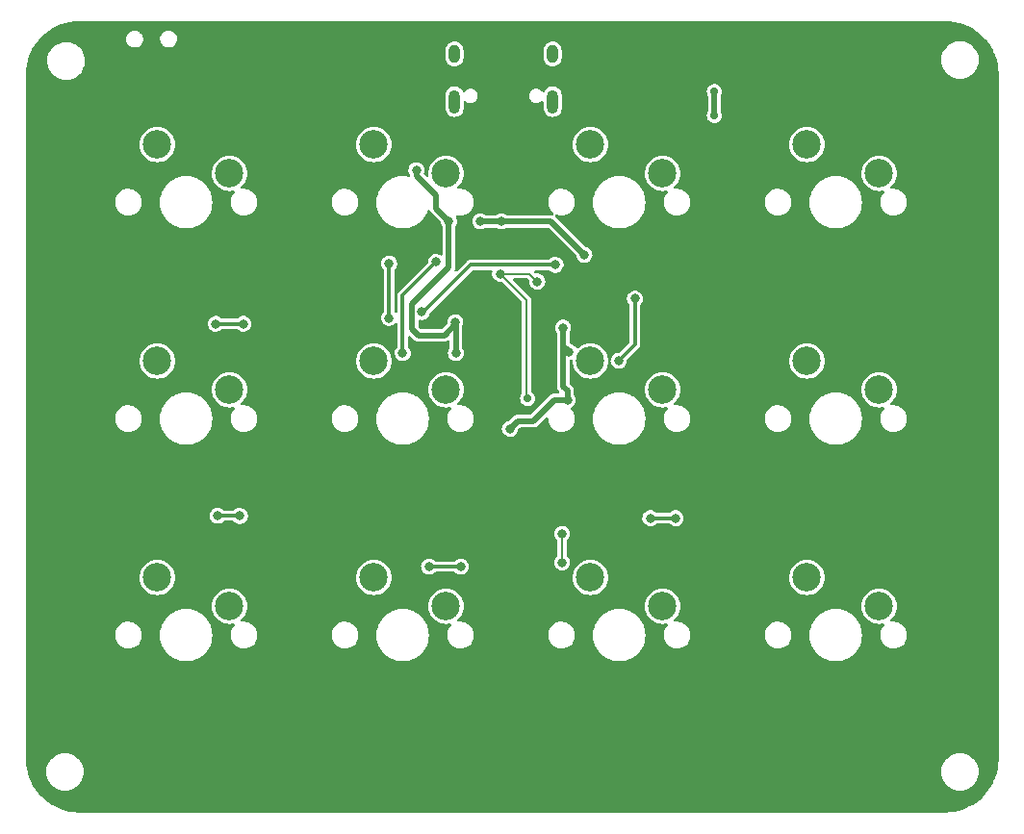
<source format=gbr>
%TF.GenerationSoftware,KiCad,Pcbnew,(6.0.10)*%
%TF.CreationDate,2023-01-10T16:59:13+01:00*%
%TF.ProjectId,rp2040_keyboard,72703230-3430-45f6-9b65-79626f617264,rev?*%
%TF.SameCoordinates,Original*%
%TF.FileFunction,Copper,L2,Bot*%
%TF.FilePolarity,Positive*%
%FSLAX46Y46*%
G04 Gerber Fmt 4.6, Leading zero omitted, Abs format (unit mm)*
G04 Created by KiCad (PCBNEW (6.0.10)) date 2023-01-10 16:59:13*
%MOMM*%
%LPD*%
G01*
G04 APERTURE LIST*
%TA.AperFunction,ComponentPad*%
%ADD10C,2.500000*%
%TD*%
%TA.AperFunction,ComponentPad*%
%ADD11O,1.000000X2.100000*%
%TD*%
%TA.AperFunction,ComponentPad*%
%ADD12O,1.000000X1.600000*%
%TD*%
%TA.AperFunction,ViaPad*%
%ADD13C,0.700000*%
%TD*%
%TA.AperFunction,ViaPad*%
%ADD14C,0.800000*%
%TD*%
%TA.AperFunction,Conductor*%
%ADD15C,0.500000*%
%TD*%
%TA.AperFunction,Conductor*%
%ADD16C,0.200000*%
%TD*%
%TA.AperFunction,Conductor*%
%ADD17C,0.300000*%
%TD*%
G04 APERTURE END LIST*
D10*
%TO.P,SW1,1,1*%
%TO.N,/COL_0*%
X120396000Y-57150000D03*
%TO.P,SW1,2,2*%
%TO.N,Net-(D1-Pad2)*%
X114046000Y-54610000D03*
%TD*%
D11*
%TO.P,J1,S1,SHIELD*%
%TO.N,unconnected-(J1-PadS1)*%
X91670000Y-50831600D03*
D12*
X83030000Y-46651600D03*
D11*
X83030000Y-50831600D03*
D12*
X91670000Y-46651600D03*
%TD*%
D10*
%TO.P,SW7,1,1*%
%TO.N,/COL_2*%
X82296000Y-76200000D03*
%TO.P,SW7,2,2*%
%TO.N,Net-(D7-Pad2)*%
X75946000Y-73660000D03*
%TD*%
%TO.P,SW5,1,1*%
%TO.N,/COL_0*%
X120396000Y-76200000D03*
%TO.P,SW5,2,2*%
%TO.N,Net-(D5-Pad2)*%
X114046000Y-73660000D03*
%TD*%
%TO.P,SW2,1,1*%
%TO.N,/COL_1*%
X101346000Y-57150000D03*
%TO.P,SW2,2,2*%
%TO.N,Net-(D2-Pad2)*%
X94996000Y-54610000D03*
%TD*%
%TO.P,SW6,1,1*%
%TO.N,/COL_1*%
X101346000Y-76200000D03*
%TO.P,SW6,2,2*%
%TO.N,Net-(D6-Pad2)*%
X94996000Y-73660000D03*
%TD*%
%TO.P,SW10,1,1*%
%TO.N,/COL_1*%
X101346000Y-95250000D03*
%TO.P,SW10,2,2*%
%TO.N,Net-(D10-Pad2)*%
X94996000Y-92710000D03*
%TD*%
%TO.P,SW8,1,1*%
%TO.N,/COL_3*%
X63246000Y-76200000D03*
%TO.P,SW8,2,2*%
%TO.N,Net-(D8-Pad2)*%
X56896000Y-73660000D03*
%TD*%
%TO.P,SW11,1,1*%
%TO.N,/COL_2*%
X82296000Y-95250000D03*
%TO.P,SW11,2,2*%
%TO.N,Net-(D11-Pad2)*%
X75946000Y-92710000D03*
%TD*%
%TO.P,SW9,1,1*%
%TO.N,/COL_0*%
X120396000Y-95250000D03*
%TO.P,SW9,2,2*%
%TO.N,Net-(D9-Pad2)*%
X114046000Y-92710000D03*
%TD*%
%TO.P,SW12,1,1*%
%TO.N,/COL_3*%
X63246000Y-95250000D03*
%TO.P,SW12,2,2*%
%TO.N,Net-(D12-Pad2)*%
X56896000Y-92710000D03*
%TD*%
%TO.P,SW4,2,2*%
%TO.N,Net-(D4-Pad2)*%
X56896000Y-54610000D03*
%TO.P,SW4,1,1*%
%TO.N,/COL_3*%
X63246000Y-57150000D03*
%TD*%
%TO.P,SW3,1,1*%
%TO.N,/COL_2*%
X82296000Y-57150000D03*
%TO.P,SW3,2,2*%
%TO.N,Net-(D3-Pad2)*%
X75946000Y-54610000D03*
%TD*%
D13*
%TO.N,GND*%
X109880400Y-61366400D03*
%TO.N,VBUS*%
X105892600Y-52070000D03*
X105892600Y-49936400D03*
%TO.N,GND*%
X108850000Y-61000000D03*
X108850000Y-60000000D03*
X54152800Y-49174400D03*
D14*
%TO.N,+3V3*%
X85318600Y-61366400D03*
X82550000Y-61366400D03*
X83159600Y-72974200D03*
X92990756Y-77089000D03*
X83108800Y-70248500D03*
X79679800Y-56870600D03*
X93116400Y-72847500D03*
X87172800Y-61366400D03*
X94462600Y-64312800D03*
X87909400Y-79629000D03*
X92596378Y-70726978D03*
%TO.N,GND*%
X93751400Y-75793600D03*
X81203800Y-70002400D03*
X101371400Y-72466200D03*
X64566800Y-51231800D03*
X91363800Y-79959200D03*
X80518000Y-74168000D03*
X85318600Y-62915800D03*
X93141800Y-65887600D03*
%TO.N,+1V1*%
X87045800Y-65989200D03*
X90324678Y-66671566D03*
D13*
X89456625Y-76963957D03*
D14*
%TO.N,/ROW_0*%
X80173700Y-69346129D03*
X62052200Y-70383400D03*
X91922600Y-65201800D03*
X64465200Y-70383400D03*
%TO.N,Net-(D3-Pad2)*%
X77292200Y-65074800D03*
X77292200Y-69875400D03*
%TO.N,/ROW_1*%
X83591400Y-91770200D03*
X62217300Y-87287100D03*
X100253800Y-87503000D03*
X80797400Y-91770200D03*
X64160400Y-87299800D03*
X102489000Y-87503000D03*
%TO.N,/ROW_2*%
X92506800Y-88874600D03*
X92506800Y-91389200D03*
%TO.N,/COL_1*%
X97485200Y-73634600D03*
X98907600Y-68173600D03*
%TO.N,/COL_2*%
X78486000Y-72974200D03*
X81432400Y-64947800D03*
%TD*%
D15*
%TO.N,VBUS*%
X105892600Y-49936400D02*
X105892600Y-52070000D01*
%TO.N,+3V3*%
X83159600Y-72974200D02*
X83159600Y-70299300D01*
D16*
%TO.N,+1V1*%
X89379491Y-68322891D02*
X87045800Y-65989200D01*
X89379491Y-76886823D02*
X89379491Y-68322891D01*
X89456625Y-76963957D02*
X89379491Y-76886823D01*
D15*
%TO.N,+3V3*%
X81407000Y-60223400D02*
X82550000Y-61366400D01*
X81407000Y-59893200D02*
X81407000Y-60223400D01*
X83108800Y-70434200D02*
X83108800Y-70248500D01*
X91516200Y-61366400D02*
X94462600Y-64312800D01*
X92990756Y-77089000D02*
X91846400Y-77089000D01*
X92596600Y-75908800D02*
X92596600Y-72528800D01*
X81407000Y-59075464D02*
X81407000Y-59893200D01*
X93116400Y-72847500D02*
X92797700Y-72528800D01*
X79324200Y-70866000D02*
X79857600Y-71399400D01*
X87172800Y-61366400D02*
X91516200Y-61366400D01*
X92797700Y-72528800D02*
X92596600Y-72528800D01*
X92596600Y-70727200D02*
X92596378Y-70726978D01*
X79679800Y-56870600D02*
X79679800Y-57348264D01*
X92990756Y-76302956D02*
X92596600Y-75908800D01*
X79324200Y-68630800D02*
X79324200Y-70866000D01*
X82550000Y-61366400D02*
X82550000Y-65405000D01*
X89966800Y-78968600D02*
X88569800Y-78968600D01*
X92990756Y-77089000D02*
X92990756Y-76302956D01*
X88569800Y-78968600D02*
X87909400Y-79629000D01*
X79679800Y-57348264D02*
X81407000Y-59075464D01*
D16*
X83159600Y-70299300D02*
X83108800Y-70248500D01*
D15*
X79857600Y-71399400D02*
X82143600Y-71399400D01*
X82143600Y-71399400D02*
X83108800Y-70434200D01*
X85318600Y-61366400D02*
X87172800Y-61366400D01*
X92596600Y-72528800D02*
X92596600Y-70727200D01*
X82550000Y-65405000D02*
X79324200Y-68630800D01*
X91846400Y-77089000D02*
X89966800Y-78968600D01*
D16*
%TO.N,+1V1*%
X87045800Y-65989200D02*
X89642312Y-65989200D01*
X89642312Y-65989200D02*
X90324678Y-66671566D01*
D17*
%TO.N,/ROW_0*%
X84455000Y-65201800D02*
X91922600Y-65201800D01*
X80310671Y-69346129D02*
X84455000Y-65201800D01*
X64465200Y-70383400D02*
X62052200Y-70383400D01*
X80173700Y-69346129D02*
X80310671Y-69346129D01*
%TO.N,Net-(D3-Pad2)*%
X77292200Y-69875400D02*
X77292200Y-65074800D01*
%TO.N,/ROW_1*%
X83591400Y-91770200D02*
X80797400Y-91770200D01*
X64147700Y-87287100D02*
X62217300Y-87287100D01*
X64160400Y-87299800D02*
X64147700Y-87287100D01*
X100253800Y-87503000D02*
X102489000Y-87503000D01*
D16*
%TO.N,/ROW_2*%
X92506800Y-91389200D02*
X92506800Y-88874600D01*
D17*
%TO.N,/COL_1*%
X98907600Y-68173600D02*
X98907600Y-72212200D01*
X98907600Y-72212200D02*
X97485200Y-73634600D01*
%TO.N,/COL_2*%
X79248000Y-67132200D02*
X78486000Y-67894200D01*
X78486000Y-67894200D02*
X78486000Y-72974200D01*
X81432400Y-64947800D02*
X79248000Y-67132200D01*
%TD*%
%TA.AperFunction,Conductor*%
%TO.N,GND*%
G36*
X126185314Y-43752174D02*
G01*
X126203070Y-43755121D01*
X126213740Y-43753129D01*
X126218872Y-43753077D01*
X126237667Y-43751658D01*
X126359305Y-43755777D01*
X126605581Y-43764118D01*
X126616435Y-43764964D01*
X127010826Y-43813191D01*
X127021564Y-43814985D01*
X127410231Y-43897624D01*
X127420760Y-43900352D01*
X127454066Y-43910557D01*
X127800658Y-44016758D01*
X127810917Y-44020401D01*
X128002334Y-44098001D01*
X128179154Y-44169684D01*
X128189042Y-44174207D01*
X128542774Y-44355218D01*
X128552228Y-44360593D01*
X128888711Y-44571929D01*
X128897664Y-44578116D01*
X128997122Y-44653510D01*
X129214308Y-44818147D01*
X129222686Y-44825098D01*
X129517056Y-45091976D01*
X129524784Y-45099627D01*
X129794628Y-45391315D01*
X129801636Y-45399591D01*
X130033648Y-45699345D01*
X130044854Y-45713823D01*
X130051131Y-45722713D01*
X130252670Y-46036543D01*
X130265839Y-46057050D01*
X130271310Y-46066453D01*
X130392236Y-46297017D01*
X130455869Y-46418342D01*
X130460497Y-46428196D01*
X130589372Y-46737126D01*
X130613470Y-46794893D01*
X130617217Y-46805116D01*
X130737441Y-47183838D01*
X130740276Y-47194348D01*
X130826816Y-47582138D01*
X130828719Y-47592857D01*
X130850380Y-47756324D01*
X130880915Y-47986767D01*
X130881868Y-47997605D01*
X130898018Y-48365124D01*
X130896745Y-48384593D01*
X130896745Y-48389316D01*
X130894861Y-48400000D01*
X130897451Y-48414689D01*
X130897613Y-48415606D01*
X130899497Y-48437139D01*
X130899500Y-98672252D01*
X130899500Y-108711788D01*
X130897506Y-108733933D01*
X130894868Y-108748467D01*
X130896697Y-108759157D01*
X130896672Y-108764203D01*
X130897816Y-108783119D01*
X130879931Y-109150402D01*
X130878934Y-109161174D01*
X130825141Y-109554490D01*
X130823209Y-109565133D01*
X130735343Y-109952257D01*
X130732491Y-109962692D01*
X130611216Y-110340692D01*
X130607465Y-110350839D01*
X130467478Y-110684052D01*
X130453708Y-110716828D01*
X130449089Y-110726605D01*
X130399000Y-110821656D01*
X130264016Y-111077806D01*
X130258569Y-111087133D01*
X130043576Y-111420892D01*
X130037339Y-111429704D01*
X129794092Y-111743433D01*
X129787109Y-111751671D01*
X129517435Y-112043016D01*
X129509758Y-112050616D01*
X129215728Y-112317338D01*
X129207406Y-112324250D01*
X128891255Y-112564327D01*
X128882363Y-112570487D01*
X128623638Y-112733491D01*
X128575189Y-112764016D01*
X128546490Y-112782097D01*
X128537094Y-112787459D01*
X128184052Y-112968992D01*
X128174225Y-112973514D01*
X127806718Y-113123581D01*
X127796535Y-113127230D01*
X127691543Y-113159755D01*
X127417324Y-113244704D01*
X127406872Y-113247448D01*
X127018870Y-113331422D01*
X127008223Y-113333245D01*
X126614380Y-113383082D01*
X126603607Y-113383971D01*
X126236150Y-113398165D01*
X126217257Y-113396831D01*
X126212208Y-113396806D01*
X126201533Y-113394868D01*
X126184850Y-113397723D01*
X126163934Y-113399500D01*
X50038212Y-113399500D01*
X50016066Y-113397506D01*
X50012206Y-113396805D01*
X50012204Y-113396805D01*
X50001533Y-113394868D01*
X49990843Y-113396697D01*
X49985797Y-113396672D01*
X49966881Y-113397816D01*
X49599598Y-113379931D01*
X49588826Y-113378934D01*
X49195510Y-113325141D01*
X49184867Y-113323209D01*
X48797743Y-113235343D01*
X48787308Y-113232491D01*
X48409308Y-113111216D01*
X48399161Y-113107465D01*
X48216167Y-113030587D01*
X48033168Y-112953706D01*
X48023391Y-112949087D01*
X47672194Y-112764016D01*
X47662867Y-112758569D01*
X47329108Y-112543576D01*
X47320296Y-112537339D01*
X47006564Y-112294090D01*
X46998329Y-112287109D01*
X46706984Y-112017435D01*
X46699384Y-112009758D01*
X46432662Y-111715728D01*
X46425750Y-111707406D01*
X46185673Y-111391255D01*
X46179513Y-111382363D01*
X45967903Y-111046490D01*
X45962541Y-111037094D01*
X45781008Y-110684052D01*
X45776486Y-110674225D01*
X45626419Y-110306718D01*
X45622770Y-110296535D01*
X45529497Y-109995444D01*
X45505296Y-109917324D01*
X45502551Y-109906867D01*
X45485828Y-109829600D01*
X47112396Y-109829600D01*
X47132779Y-110088594D01*
X47193427Y-110341210D01*
X47292846Y-110581228D01*
X47428588Y-110802740D01*
X47597311Y-111000289D01*
X47601012Y-111003450D01*
X47699009Y-111087147D01*
X47794860Y-111169012D01*
X48016372Y-111304754D01*
X48256390Y-111404173D01*
X48261126Y-111405310D01*
X48504273Y-111463685D01*
X48504277Y-111463686D01*
X48509006Y-111464821D01*
X48513856Y-111465203D01*
X48513858Y-111465203D01*
X48567071Y-111469391D01*
X48703147Y-111480100D01*
X48832853Y-111480100D01*
X48968929Y-111469391D01*
X49022142Y-111465203D01*
X49022144Y-111465203D01*
X49026994Y-111464821D01*
X49031723Y-111463686D01*
X49031727Y-111463685D01*
X49274874Y-111405310D01*
X49279610Y-111404173D01*
X49519628Y-111304754D01*
X49741140Y-111169012D01*
X49836992Y-111087147D01*
X49934988Y-111003450D01*
X49938689Y-111000289D01*
X50107412Y-110802740D01*
X50243154Y-110581228D01*
X50342573Y-110341210D01*
X50403221Y-110088594D01*
X50423604Y-109829600D01*
X125852396Y-109829600D01*
X125872779Y-110088594D01*
X125933427Y-110341210D01*
X126032846Y-110581228D01*
X126168588Y-110802740D01*
X126337311Y-111000289D01*
X126341012Y-111003450D01*
X126439009Y-111087147D01*
X126534860Y-111169012D01*
X126756372Y-111304754D01*
X126996390Y-111404173D01*
X127001126Y-111405310D01*
X127244273Y-111463685D01*
X127244277Y-111463686D01*
X127249006Y-111464821D01*
X127253856Y-111465203D01*
X127253858Y-111465203D01*
X127307071Y-111469391D01*
X127443147Y-111480100D01*
X127572853Y-111480100D01*
X127708929Y-111469391D01*
X127762142Y-111465203D01*
X127762144Y-111465203D01*
X127766994Y-111464821D01*
X127771723Y-111463686D01*
X127771727Y-111463685D01*
X128014874Y-111405310D01*
X128019610Y-111404173D01*
X128259628Y-111304754D01*
X128481140Y-111169012D01*
X128576992Y-111087147D01*
X128674988Y-111003450D01*
X128678689Y-111000289D01*
X128847412Y-110802740D01*
X128983154Y-110581228D01*
X129082573Y-110341210D01*
X129143221Y-110088594D01*
X129163604Y-109829600D01*
X129143221Y-109570606D01*
X129082573Y-109317990D01*
X128983154Y-109077972D01*
X128847412Y-108856460D01*
X128744652Y-108736143D01*
X128681850Y-108662612D01*
X128678689Y-108658911D01*
X128481140Y-108490188D01*
X128259628Y-108354446D01*
X128019610Y-108255027D01*
X128001043Y-108250570D01*
X127771727Y-108195515D01*
X127771723Y-108195514D01*
X127766994Y-108194379D01*
X127762144Y-108193997D01*
X127762142Y-108193997D01*
X127708929Y-108189809D01*
X127572853Y-108179100D01*
X127443147Y-108179100D01*
X127307071Y-108189809D01*
X127253858Y-108193997D01*
X127253856Y-108193997D01*
X127249006Y-108194379D01*
X127244277Y-108195514D01*
X127244273Y-108195515D01*
X127014957Y-108250570D01*
X126996390Y-108255027D01*
X126756372Y-108354446D01*
X126534860Y-108490188D01*
X126337311Y-108658911D01*
X126334150Y-108662612D01*
X126271349Y-108736143D01*
X126168588Y-108856460D01*
X126032846Y-109077972D01*
X125933427Y-109317990D01*
X125872779Y-109570606D01*
X125852396Y-109829600D01*
X50423604Y-109829600D01*
X50403221Y-109570606D01*
X50342573Y-109317990D01*
X50243154Y-109077972D01*
X50107412Y-108856460D01*
X50004652Y-108736143D01*
X49941850Y-108662612D01*
X49938689Y-108658911D01*
X49741140Y-108490188D01*
X49519628Y-108354446D01*
X49279610Y-108255027D01*
X49261043Y-108250570D01*
X49031727Y-108195515D01*
X49031723Y-108195514D01*
X49026994Y-108194379D01*
X49022144Y-108193997D01*
X49022142Y-108193997D01*
X48968929Y-108189809D01*
X48832853Y-108179100D01*
X48703147Y-108179100D01*
X48567071Y-108189809D01*
X48513858Y-108193997D01*
X48513856Y-108193997D01*
X48509006Y-108194379D01*
X48504277Y-108195514D01*
X48504273Y-108195515D01*
X48274957Y-108250570D01*
X48256390Y-108255027D01*
X48016372Y-108354446D01*
X47794860Y-108490188D01*
X47597311Y-108658911D01*
X47594150Y-108662612D01*
X47531349Y-108736143D01*
X47428588Y-108856460D01*
X47292846Y-109077972D01*
X47193427Y-109317990D01*
X47132779Y-109570606D01*
X47112396Y-109829600D01*
X45485828Y-109829600D01*
X45430825Y-109575458D01*
X45418578Y-109518870D01*
X45416754Y-109508215D01*
X45366918Y-109114384D01*
X45366029Y-109103603D01*
X45352430Y-108751533D01*
X45351835Y-108736142D01*
X45353168Y-108717268D01*
X45353193Y-108712203D01*
X45355130Y-108701533D01*
X45352275Y-108684850D01*
X45350498Y-108663934D01*
X45350498Y-97882624D01*
X53179103Y-97882624D01*
X53215690Y-98095545D01*
X53290466Y-98298234D01*
X53293368Y-98303112D01*
X53293369Y-98303114D01*
X53340722Y-98382707D01*
X53400926Y-98483902D01*
X53543373Y-98646331D01*
X53547832Y-98649846D01*
X53547835Y-98649849D01*
X53708572Y-98776564D01*
X53708576Y-98776567D01*
X53713034Y-98780081D01*
X53904228Y-98880673D01*
X54110553Y-98944738D01*
X54285970Y-98965500D01*
X54410807Y-98965500D01*
X54571136Y-98950768D01*
X54779066Y-98892125D01*
X54972828Y-98796572D01*
X55145933Y-98667309D01*
X55149788Y-98663139D01*
X55149791Y-98663136D01*
X55210418Y-98597550D01*
X55292582Y-98508665D01*
X55369542Y-98386691D01*
X55404831Y-98330761D01*
X55404832Y-98330759D01*
X55407865Y-98325952D01*
X55487921Y-98125290D01*
X55530069Y-97913400D01*
X55530547Y-97876937D01*
X55531685Y-97790000D01*
X57130564Y-97790000D01*
X57150287Y-98090920D01*
X57209120Y-98386691D01*
X57210425Y-98390535D01*
X57302961Y-98663136D01*
X57306055Y-98672252D01*
X57439434Y-98942718D01*
X57606975Y-99193461D01*
X57805811Y-99420189D01*
X58032539Y-99619025D01*
X58283282Y-99786566D01*
X58553748Y-99919945D01*
X58557588Y-99921248D01*
X58557594Y-99921251D01*
X58771633Y-99993907D01*
X58839309Y-100016880D01*
X59135080Y-100075713D01*
X59139121Y-100075978D01*
X59139122Y-100075978D01*
X59358672Y-100090368D01*
X59358680Y-100090368D01*
X59360690Y-100090500D01*
X59511310Y-100090500D01*
X59513320Y-100090368D01*
X59513328Y-100090368D01*
X59732878Y-100075978D01*
X59732879Y-100075978D01*
X59736920Y-100075713D01*
X60032691Y-100016880D01*
X60100367Y-99993907D01*
X60314406Y-99921251D01*
X60314412Y-99921248D01*
X60318252Y-99919945D01*
X60588718Y-99786566D01*
X60839461Y-99619025D01*
X61066189Y-99420189D01*
X61265025Y-99193461D01*
X61432566Y-98942718D01*
X61565945Y-98672252D01*
X61569040Y-98663136D01*
X61661575Y-98390535D01*
X61662880Y-98386691D01*
X61721713Y-98090920D01*
X61741436Y-97790000D01*
X61721713Y-97489080D01*
X61662880Y-97193309D01*
X61629881Y-97096098D01*
X61567251Y-96911594D01*
X61567248Y-96911588D01*
X61565945Y-96907748D01*
X61432566Y-96637282D01*
X61265025Y-96386539D01*
X61066189Y-96159811D01*
X60839461Y-95960975D01*
X60825410Y-95951586D01*
X60767545Y-95912922D01*
X60588718Y-95793434D01*
X60318252Y-95660055D01*
X60314412Y-95658752D01*
X60314406Y-95658749D01*
X60036535Y-95564425D01*
X60032691Y-95563120D01*
X59736920Y-95504287D01*
X59732879Y-95504022D01*
X59732878Y-95504022D01*
X59513328Y-95489632D01*
X59513320Y-95489632D01*
X59511310Y-95489500D01*
X59360690Y-95489500D01*
X59358680Y-95489632D01*
X59358672Y-95489632D01*
X59139122Y-95504022D01*
X59139121Y-95504022D01*
X59135080Y-95504287D01*
X58839309Y-95563120D01*
X58835465Y-95564425D01*
X58557594Y-95658749D01*
X58557588Y-95658752D01*
X58553748Y-95660055D01*
X58283282Y-95793434D01*
X58104455Y-95912922D01*
X58046591Y-95951586D01*
X58032539Y-95960975D01*
X57805811Y-96159811D01*
X57606975Y-96386539D01*
X57439434Y-96637282D01*
X57306055Y-96907748D01*
X57304752Y-96911588D01*
X57304749Y-96911594D01*
X57242119Y-97096098D01*
X57209120Y-97193309D01*
X57150287Y-97489080D01*
X57130564Y-97790000D01*
X55531685Y-97790000D01*
X55532823Y-97703063D01*
X55532823Y-97703058D01*
X55532897Y-97697376D01*
X55496310Y-97484455D01*
X55421534Y-97281766D01*
X55402183Y-97249239D01*
X55313980Y-97100982D01*
X55313978Y-97100979D01*
X55311074Y-97096098D01*
X55168627Y-96933669D01*
X55164168Y-96930154D01*
X55164165Y-96930151D01*
X55003428Y-96803436D01*
X55003424Y-96803433D01*
X54998966Y-96799919D01*
X54807772Y-96699327D01*
X54601447Y-96635262D01*
X54426030Y-96614500D01*
X54301193Y-96614500D01*
X54140864Y-96629232D01*
X53932934Y-96687875D01*
X53739172Y-96783428D01*
X53566067Y-96912691D01*
X53562212Y-96916861D01*
X53562209Y-96916864D01*
X53549927Y-96930151D01*
X53419418Y-97071335D01*
X53416384Y-97076144D01*
X53416383Y-97076145D01*
X53339945Y-97197293D01*
X53304135Y-97254048D01*
X53224079Y-97454710D01*
X53181931Y-97666600D01*
X53181857Y-97672287D01*
X53181856Y-97672292D01*
X53179177Y-97876937D01*
X53179103Y-97882624D01*
X45350498Y-97882624D01*
X45350498Y-95250000D01*
X61690706Y-95250000D01*
X61709854Y-95493302D01*
X61766828Y-95730612D01*
X61768692Y-95735113D01*
X61768694Y-95735118D01*
X61830937Y-95885386D01*
X61860223Y-95956089D01*
X61862768Y-95960242D01*
X61862769Y-95960244D01*
X61968081Y-96132097D01*
X61987741Y-96164179D01*
X62146241Y-96349759D01*
X62331821Y-96508259D01*
X62335979Y-96510807D01*
X62529231Y-96629232D01*
X62539911Y-96635777D01*
X62610614Y-96665063D01*
X62760882Y-96727306D01*
X62760887Y-96727308D01*
X62765388Y-96729172D01*
X62770120Y-96730308D01*
X62770126Y-96730310D01*
X62894112Y-96760076D01*
X63002698Y-96786146D01*
X63007542Y-96786527D01*
X63007547Y-96786528D01*
X63241146Y-96804912D01*
X63246000Y-96805294D01*
X63250854Y-96804912D01*
X63484453Y-96786528D01*
X63484458Y-96786527D01*
X63489302Y-96786146D01*
X63546461Y-96772423D01*
X63616244Y-96775914D01*
X63673061Y-96816577D01*
X63698875Y-96881503D01*
X63685489Y-96950079D01*
X63666465Y-96977168D01*
X63579418Y-97071335D01*
X63576384Y-97076144D01*
X63576383Y-97076145D01*
X63499945Y-97197293D01*
X63464135Y-97254048D01*
X63384079Y-97454710D01*
X63341931Y-97666600D01*
X63341857Y-97672287D01*
X63341856Y-97672292D01*
X63339177Y-97876937D01*
X63339103Y-97882624D01*
X63375690Y-98095545D01*
X63450466Y-98298234D01*
X63453368Y-98303112D01*
X63453369Y-98303114D01*
X63500722Y-98382707D01*
X63560926Y-98483902D01*
X63703373Y-98646331D01*
X63707832Y-98649846D01*
X63707835Y-98649849D01*
X63868572Y-98776564D01*
X63868576Y-98776567D01*
X63873034Y-98780081D01*
X64064228Y-98880673D01*
X64270553Y-98944738D01*
X64445970Y-98965500D01*
X64570807Y-98965500D01*
X64731136Y-98950768D01*
X64939066Y-98892125D01*
X65132828Y-98796572D01*
X65305933Y-98667309D01*
X65309788Y-98663139D01*
X65309791Y-98663136D01*
X65370418Y-98597550D01*
X65452582Y-98508665D01*
X65529542Y-98386691D01*
X65564831Y-98330761D01*
X65564832Y-98330759D01*
X65567865Y-98325952D01*
X65647921Y-98125290D01*
X65690069Y-97913400D01*
X65690472Y-97882624D01*
X72229103Y-97882624D01*
X72265690Y-98095545D01*
X72340466Y-98298234D01*
X72343368Y-98303112D01*
X72343369Y-98303114D01*
X72390722Y-98382707D01*
X72450926Y-98483902D01*
X72593373Y-98646331D01*
X72597832Y-98649846D01*
X72597835Y-98649849D01*
X72758572Y-98776564D01*
X72758576Y-98776567D01*
X72763034Y-98780081D01*
X72954228Y-98880673D01*
X73160553Y-98944738D01*
X73335970Y-98965500D01*
X73460807Y-98965500D01*
X73621136Y-98950768D01*
X73829066Y-98892125D01*
X74022828Y-98796572D01*
X74195933Y-98667309D01*
X74199788Y-98663139D01*
X74199791Y-98663136D01*
X74260418Y-98597550D01*
X74342582Y-98508665D01*
X74419542Y-98386691D01*
X74454831Y-98330761D01*
X74454832Y-98330759D01*
X74457865Y-98325952D01*
X74537921Y-98125290D01*
X74580069Y-97913400D01*
X74580547Y-97876937D01*
X74581685Y-97790000D01*
X76180564Y-97790000D01*
X76200287Y-98090920D01*
X76259120Y-98386691D01*
X76260425Y-98390535D01*
X76352961Y-98663136D01*
X76356055Y-98672252D01*
X76489434Y-98942718D01*
X76656975Y-99193461D01*
X76855811Y-99420189D01*
X77082539Y-99619025D01*
X77333282Y-99786566D01*
X77603748Y-99919945D01*
X77607588Y-99921248D01*
X77607594Y-99921251D01*
X77821633Y-99993907D01*
X77889309Y-100016880D01*
X78185080Y-100075713D01*
X78189121Y-100075978D01*
X78189122Y-100075978D01*
X78408672Y-100090368D01*
X78408680Y-100090368D01*
X78410690Y-100090500D01*
X78561310Y-100090500D01*
X78563320Y-100090368D01*
X78563328Y-100090368D01*
X78782878Y-100075978D01*
X78782879Y-100075978D01*
X78786920Y-100075713D01*
X79082691Y-100016880D01*
X79150367Y-99993907D01*
X79364406Y-99921251D01*
X79364412Y-99921248D01*
X79368252Y-99919945D01*
X79638718Y-99786566D01*
X79889461Y-99619025D01*
X80116189Y-99420189D01*
X80315025Y-99193461D01*
X80482566Y-98942718D01*
X80615945Y-98672252D01*
X80619040Y-98663136D01*
X80711575Y-98390535D01*
X80712880Y-98386691D01*
X80771713Y-98090920D01*
X80791436Y-97790000D01*
X80771713Y-97489080D01*
X80712880Y-97193309D01*
X80679881Y-97096098D01*
X80617251Y-96911594D01*
X80617248Y-96911588D01*
X80615945Y-96907748D01*
X80482566Y-96637282D01*
X80315025Y-96386539D01*
X80116189Y-96159811D01*
X79889461Y-95960975D01*
X79875410Y-95951586D01*
X79817545Y-95912922D01*
X79638718Y-95793434D01*
X79368252Y-95660055D01*
X79364412Y-95658752D01*
X79364406Y-95658749D01*
X79086535Y-95564425D01*
X79082691Y-95563120D01*
X78786920Y-95504287D01*
X78782879Y-95504022D01*
X78782878Y-95504022D01*
X78563328Y-95489632D01*
X78563320Y-95489632D01*
X78561310Y-95489500D01*
X78410690Y-95489500D01*
X78408680Y-95489632D01*
X78408672Y-95489632D01*
X78189122Y-95504022D01*
X78189121Y-95504022D01*
X78185080Y-95504287D01*
X77889309Y-95563120D01*
X77885465Y-95564425D01*
X77607594Y-95658749D01*
X77607588Y-95658752D01*
X77603748Y-95660055D01*
X77333282Y-95793434D01*
X77154455Y-95912922D01*
X77096591Y-95951586D01*
X77082539Y-95960975D01*
X76855811Y-96159811D01*
X76656975Y-96386539D01*
X76489434Y-96637282D01*
X76356055Y-96907748D01*
X76354752Y-96911588D01*
X76354749Y-96911594D01*
X76292119Y-97096098D01*
X76259120Y-97193309D01*
X76200287Y-97489080D01*
X76180564Y-97790000D01*
X74581685Y-97790000D01*
X74582823Y-97703063D01*
X74582823Y-97703058D01*
X74582897Y-97697376D01*
X74546310Y-97484455D01*
X74471534Y-97281766D01*
X74452183Y-97249239D01*
X74363980Y-97100982D01*
X74363978Y-97100979D01*
X74361074Y-97096098D01*
X74218627Y-96933669D01*
X74214168Y-96930154D01*
X74214165Y-96930151D01*
X74053428Y-96803436D01*
X74053424Y-96803433D01*
X74048966Y-96799919D01*
X73857772Y-96699327D01*
X73651447Y-96635262D01*
X73476030Y-96614500D01*
X73351193Y-96614500D01*
X73190864Y-96629232D01*
X72982934Y-96687875D01*
X72789172Y-96783428D01*
X72616067Y-96912691D01*
X72612212Y-96916861D01*
X72612209Y-96916864D01*
X72599927Y-96930151D01*
X72469418Y-97071335D01*
X72466384Y-97076144D01*
X72466383Y-97076145D01*
X72389945Y-97197293D01*
X72354135Y-97254048D01*
X72274079Y-97454710D01*
X72231931Y-97666600D01*
X72231857Y-97672287D01*
X72231856Y-97672292D01*
X72229177Y-97876937D01*
X72229103Y-97882624D01*
X65690472Y-97882624D01*
X65690547Y-97876937D01*
X65692823Y-97703063D01*
X65692823Y-97703058D01*
X65692897Y-97697376D01*
X65656310Y-97484455D01*
X65581534Y-97281766D01*
X65562183Y-97249239D01*
X65473980Y-97100982D01*
X65473978Y-97100979D01*
X65471074Y-97096098D01*
X65328627Y-96933669D01*
X65324168Y-96930154D01*
X65324165Y-96930151D01*
X65163428Y-96803436D01*
X65163424Y-96803433D01*
X65158966Y-96799919D01*
X64967772Y-96699327D01*
X64761447Y-96635262D01*
X64586030Y-96614500D01*
X64461193Y-96614500D01*
X64395891Y-96620500D01*
X64373170Y-96622588D01*
X64304611Y-96609120D01*
X64254216Y-96560724D01*
X64237986Y-96492765D01*
X64261074Y-96426821D01*
X64281293Y-96404818D01*
X64302695Y-96386539D01*
X64345759Y-96349759D01*
X64504259Y-96164179D01*
X64523919Y-96132097D01*
X64629231Y-95960244D01*
X64629232Y-95960242D01*
X64631777Y-95956089D01*
X64661063Y-95885386D01*
X64723306Y-95735118D01*
X64723308Y-95735113D01*
X64725172Y-95730612D01*
X64782146Y-95493302D01*
X64801294Y-95250000D01*
X80740706Y-95250000D01*
X80759854Y-95493302D01*
X80816828Y-95730612D01*
X80818692Y-95735113D01*
X80818694Y-95735118D01*
X80880937Y-95885386D01*
X80910223Y-95956089D01*
X80912768Y-95960242D01*
X80912769Y-95960244D01*
X81018081Y-96132097D01*
X81037741Y-96164179D01*
X81196241Y-96349759D01*
X81381821Y-96508259D01*
X81385979Y-96510807D01*
X81579231Y-96629232D01*
X81589911Y-96635777D01*
X81660614Y-96665063D01*
X81810882Y-96727306D01*
X81810887Y-96727308D01*
X81815388Y-96729172D01*
X81820120Y-96730308D01*
X81820126Y-96730310D01*
X81944112Y-96760076D01*
X82052698Y-96786146D01*
X82057542Y-96786527D01*
X82057547Y-96786528D01*
X82291146Y-96804912D01*
X82296000Y-96805294D01*
X82300854Y-96804912D01*
X82534453Y-96786528D01*
X82534458Y-96786527D01*
X82539302Y-96786146D01*
X82596461Y-96772423D01*
X82666244Y-96775914D01*
X82723061Y-96816577D01*
X82748875Y-96881503D01*
X82735489Y-96950079D01*
X82716465Y-96977168D01*
X82629418Y-97071335D01*
X82626384Y-97076144D01*
X82626383Y-97076145D01*
X82549945Y-97197293D01*
X82514135Y-97254048D01*
X82434079Y-97454710D01*
X82391931Y-97666600D01*
X82391857Y-97672287D01*
X82391856Y-97672292D01*
X82389177Y-97876937D01*
X82389103Y-97882624D01*
X82425690Y-98095545D01*
X82500466Y-98298234D01*
X82503368Y-98303112D01*
X82503369Y-98303114D01*
X82550722Y-98382707D01*
X82610926Y-98483902D01*
X82753373Y-98646331D01*
X82757832Y-98649846D01*
X82757835Y-98649849D01*
X82918572Y-98776564D01*
X82918576Y-98776567D01*
X82923034Y-98780081D01*
X83114228Y-98880673D01*
X83320553Y-98944738D01*
X83495970Y-98965500D01*
X83620807Y-98965500D01*
X83781136Y-98950768D01*
X83989066Y-98892125D01*
X84182828Y-98796572D01*
X84355933Y-98667309D01*
X84359788Y-98663139D01*
X84359791Y-98663136D01*
X84420418Y-98597550D01*
X84502582Y-98508665D01*
X84579542Y-98386691D01*
X84614831Y-98330761D01*
X84614832Y-98330759D01*
X84617865Y-98325952D01*
X84697921Y-98125290D01*
X84740069Y-97913400D01*
X84740472Y-97882624D01*
X91279103Y-97882624D01*
X91315690Y-98095545D01*
X91390466Y-98298234D01*
X91393368Y-98303112D01*
X91393369Y-98303114D01*
X91440722Y-98382707D01*
X91500926Y-98483902D01*
X91643373Y-98646331D01*
X91647832Y-98649846D01*
X91647835Y-98649849D01*
X91808572Y-98776564D01*
X91808576Y-98776567D01*
X91813034Y-98780081D01*
X92004228Y-98880673D01*
X92210553Y-98944738D01*
X92385970Y-98965500D01*
X92510807Y-98965500D01*
X92671136Y-98950768D01*
X92879066Y-98892125D01*
X93072828Y-98796572D01*
X93245933Y-98667309D01*
X93249788Y-98663139D01*
X93249791Y-98663136D01*
X93310418Y-98597550D01*
X93392582Y-98508665D01*
X93469542Y-98386691D01*
X93504831Y-98330761D01*
X93504832Y-98330759D01*
X93507865Y-98325952D01*
X93587921Y-98125290D01*
X93630069Y-97913400D01*
X93630547Y-97876937D01*
X93631685Y-97790000D01*
X95230564Y-97790000D01*
X95250287Y-98090920D01*
X95309120Y-98386691D01*
X95310425Y-98390535D01*
X95402961Y-98663136D01*
X95406055Y-98672252D01*
X95539434Y-98942718D01*
X95706975Y-99193461D01*
X95905811Y-99420189D01*
X96132539Y-99619025D01*
X96383282Y-99786566D01*
X96653748Y-99919945D01*
X96657588Y-99921248D01*
X96657594Y-99921251D01*
X96871633Y-99993907D01*
X96939309Y-100016880D01*
X97235080Y-100075713D01*
X97239121Y-100075978D01*
X97239122Y-100075978D01*
X97458672Y-100090368D01*
X97458680Y-100090368D01*
X97460690Y-100090500D01*
X97611310Y-100090500D01*
X97613320Y-100090368D01*
X97613328Y-100090368D01*
X97832878Y-100075978D01*
X97832879Y-100075978D01*
X97836920Y-100075713D01*
X98132691Y-100016880D01*
X98200367Y-99993907D01*
X98414406Y-99921251D01*
X98414412Y-99921248D01*
X98418252Y-99919945D01*
X98688718Y-99786566D01*
X98939461Y-99619025D01*
X99166189Y-99420189D01*
X99365025Y-99193461D01*
X99532566Y-98942718D01*
X99665945Y-98672252D01*
X99669040Y-98663136D01*
X99761575Y-98390535D01*
X99762880Y-98386691D01*
X99821713Y-98090920D01*
X99841436Y-97790000D01*
X99821713Y-97489080D01*
X99762880Y-97193309D01*
X99729881Y-97096098D01*
X99667251Y-96911594D01*
X99667248Y-96911588D01*
X99665945Y-96907748D01*
X99532566Y-96637282D01*
X99365025Y-96386539D01*
X99166189Y-96159811D01*
X98939461Y-95960975D01*
X98925410Y-95951586D01*
X98867545Y-95912922D01*
X98688718Y-95793434D01*
X98418252Y-95660055D01*
X98414412Y-95658752D01*
X98414406Y-95658749D01*
X98136535Y-95564425D01*
X98132691Y-95563120D01*
X97836920Y-95504287D01*
X97832879Y-95504022D01*
X97832878Y-95504022D01*
X97613328Y-95489632D01*
X97613320Y-95489632D01*
X97611310Y-95489500D01*
X97460690Y-95489500D01*
X97458680Y-95489632D01*
X97458672Y-95489632D01*
X97239122Y-95504022D01*
X97239121Y-95504022D01*
X97235080Y-95504287D01*
X96939309Y-95563120D01*
X96935465Y-95564425D01*
X96657594Y-95658749D01*
X96657588Y-95658752D01*
X96653748Y-95660055D01*
X96383282Y-95793434D01*
X96204455Y-95912922D01*
X96146591Y-95951586D01*
X96132539Y-95960975D01*
X95905811Y-96159811D01*
X95706975Y-96386539D01*
X95539434Y-96637282D01*
X95406055Y-96907748D01*
X95404752Y-96911588D01*
X95404749Y-96911594D01*
X95342119Y-97096098D01*
X95309120Y-97193309D01*
X95250287Y-97489080D01*
X95230564Y-97790000D01*
X93631685Y-97790000D01*
X93632823Y-97703063D01*
X93632823Y-97703058D01*
X93632897Y-97697376D01*
X93596310Y-97484455D01*
X93521534Y-97281766D01*
X93502183Y-97249239D01*
X93413980Y-97100982D01*
X93413978Y-97100979D01*
X93411074Y-97096098D01*
X93268627Y-96933669D01*
X93264168Y-96930154D01*
X93264165Y-96930151D01*
X93103428Y-96803436D01*
X93103424Y-96803433D01*
X93098966Y-96799919D01*
X92907772Y-96699327D01*
X92701447Y-96635262D01*
X92526030Y-96614500D01*
X92401193Y-96614500D01*
X92240864Y-96629232D01*
X92032934Y-96687875D01*
X91839172Y-96783428D01*
X91666067Y-96912691D01*
X91662212Y-96916861D01*
X91662209Y-96916864D01*
X91649927Y-96930151D01*
X91519418Y-97071335D01*
X91516384Y-97076144D01*
X91516383Y-97076145D01*
X91439945Y-97197293D01*
X91404135Y-97254048D01*
X91324079Y-97454710D01*
X91281931Y-97666600D01*
X91281857Y-97672287D01*
X91281856Y-97672292D01*
X91279177Y-97876937D01*
X91279103Y-97882624D01*
X84740472Y-97882624D01*
X84740547Y-97876937D01*
X84742823Y-97703063D01*
X84742823Y-97703058D01*
X84742897Y-97697376D01*
X84706310Y-97484455D01*
X84631534Y-97281766D01*
X84612183Y-97249239D01*
X84523980Y-97100982D01*
X84523978Y-97100979D01*
X84521074Y-97096098D01*
X84378627Y-96933669D01*
X84374168Y-96930154D01*
X84374165Y-96930151D01*
X84213428Y-96803436D01*
X84213424Y-96803433D01*
X84208966Y-96799919D01*
X84017772Y-96699327D01*
X83811447Y-96635262D01*
X83636030Y-96614500D01*
X83511193Y-96614500D01*
X83445891Y-96620500D01*
X83423170Y-96622588D01*
X83354611Y-96609120D01*
X83304216Y-96560724D01*
X83287986Y-96492765D01*
X83311074Y-96426821D01*
X83331293Y-96404818D01*
X83352695Y-96386539D01*
X83395759Y-96349759D01*
X83554259Y-96164179D01*
X83573919Y-96132097D01*
X83679231Y-95960244D01*
X83679232Y-95960242D01*
X83681777Y-95956089D01*
X83711063Y-95885386D01*
X83773306Y-95735118D01*
X83773308Y-95735113D01*
X83775172Y-95730612D01*
X83832146Y-95493302D01*
X83851294Y-95250000D01*
X99790706Y-95250000D01*
X99809854Y-95493302D01*
X99866828Y-95730612D01*
X99868692Y-95735113D01*
X99868694Y-95735118D01*
X99930937Y-95885386D01*
X99960223Y-95956089D01*
X99962768Y-95960242D01*
X99962769Y-95960244D01*
X100068081Y-96132097D01*
X100087741Y-96164179D01*
X100246241Y-96349759D01*
X100431821Y-96508259D01*
X100435979Y-96510807D01*
X100629231Y-96629232D01*
X100639911Y-96635777D01*
X100710614Y-96665063D01*
X100860882Y-96727306D01*
X100860887Y-96727308D01*
X100865388Y-96729172D01*
X100870120Y-96730308D01*
X100870126Y-96730310D01*
X100994112Y-96760076D01*
X101102698Y-96786146D01*
X101107542Y-96786527D01*
X101107547Y-96786528D01*
X101341146Y-96804912D01*
X101346000Y-96805294D01*
X101350854Y-96804912D01*
X101584453Y-96786528D01*
X101584458Y-96786527D01*
X101589302Y-96786146D01*
X101646461Y-96772423D01*
X101716244Y-96775914D01*
X101773061Y-96816577D01*
X101798875Y-96881503D01*
X101785489Y-96950079D01*
X101766465Y-96977168D01*
X101679418Y-97071335D01*
X101676384Y-97076144D01*
X101676383Y-97076145D01*
X101599945Y-97197293D01*
X101564135Y-97254048D01*
X101484079Y-97454710D01*
X101441931Y-97666600D01*
X101441857Y-97672287D01*
X101441856Y-97672292D01*
X101439177Y-97876937D01*
X101439103Y-97882624D01*
X101475690Y-98095545D01*
X101550466Y-98298234D01*
X101553368Y-98303112D01*
X101553369Y-98303114D01*
X101600722Y-98382707D01*
X101660926Y-98483902D01*
X101803373Y-98646331D01*
X101807832Y-98649846D01*
X101807835Y-98649849D01*
X101968572Y-98776564D01*
X101968576Y-98776567D01*
X101973034Y-98780081D01*
X102164228Y-98880673D01*
X102370553Y-98944738D01*
X102545970Y-98965500D01*
X102670807Y-98965500D01*
X102831136Y-98950768D01*
X103039066Y-98892125D01*
X103232828Y-98796572D01*
X103405933Y-98667309D01*
X103409788Y-98663139D01*
X103409791Y-98663136D01*
X103470418Y-98597550D01*
X103552582Y-98508665D01*
X103629542Y-98386691D01*
X103664831Y-98330761D01*
X103664832Y-98330759D01*
X103667865Y-98325952D01*
X103747921Y-98125290D01*
X103790069Y-97913400D01*
X103790472Y-97882624D01*
X110329103Y-97882624D01*
X110365690Y-98095545D01*
X110440466Y-98298234D01*
X110443368Y-98303112D01*
X110443369Y-98303114D01*
X110490722Y-98382707D01*
X110550926Y-98483902D01*
X110693373Y-98646331D01*
X110697832Y-98649846D01*
X110697835Y-98649849D01*
X110858572Y-98776564D01*
X110858576Y-98776567D01*
X110863034Y-98780081D01*
X111054228Y-98880673D01*
X111260553Y-98944738D01*
X111435970Y-98965500D01*
X111560807Y-98965500D01*
X111721136Y-98950768D01*
X111929066Y-98892125D01*
X112122828Y-98796572D01*
X112295933Y-98667309D01*
X112299788Y-98663139D01*
X112299791Y-98663136D01*
X112360418Y-98597550D01*
X112442582Y-98508665D01*
X112519542Y-98386691D01*
X112554831Y-98330761D01*
X112554832Y-98330759D01*
X112557865Y-98325952D01*
X112637921Y-98125290D01*
X112680069Y-97913400D01*
X112680547Y-97876937D01*
X112681685Y-97790000D01*
X114280564Y-97790000D01*
X114300287Y-98090920D01*
X114359120Y-98386691D01*
X114360425Y-98390535D01*
X114452961Y-98663136D01*
X114456055Y-98672252D01*
X114589434Y-98942718D01*
X114756975Y-99193461D01*
X114955811Y-99420189D01*
X115182539Y-99619025D01*
X115433282Y-99786566D01*
X115703748Y-99919945D01*
X115707588Y-99921248D01*
X115707594Y-99921251D01*
X115921633Y-99993907D01*
X115989309Y-100016880D01*
X116285080Y-100075713D01*
X116289121Y-100075978D01*
X116289122Y-100075978D01*
X116508672Y-100090368D01*
X116508680Y-100090368D01*
X116510690Y-100090500D01*
X116661310Y-100090500D01*
X116663320Y-100090368D01*
X116663328Y-100090368D01*
X116882878Y-100075978D01*
X116882879Y-100075978D01*
X116886920Y-100075713D01*
X117182691Y-100016880D01*
X117250367Y-99993907D01*
X117464406Y-99921251D01*
X117464412Y-99921248D01*
X117468252Y-99919945D01*
X117738718Y-99786566D01*
X117989461Y-99619025D01*
X118216189Y-99420189D01*
X118415025Y-99193461D01*
X118582566Y-98942718D01*
X118715945Y-98672252D01*
X118719040Y-98663136D01*
X118811575Y-98390535D01*
X118812880Y-98386691D01*
X118871713Y-98090920D01*
X118891436Y-97790000D01*
X118871713Y-97489080D01*
X118812880Y-97193309D01*
X118779881Y-97096098D01*
X118717251Y-96911594D01*
X118717248Y-96911588D01*
X118715945Y-96907748D01*
X118582566Y-96637282D01*
X118415025Y-96386539D01*
X118216189Y-96159811D01*
X117989461Y-95960975D01*
X117975410Y-95951586D01*
X117917545Y-95912922D01*
X117738718Y-95793434D01*
X117468252Y-95660055D01*
X117464412Y-95658752D01*
X117464406Y-95658749D01*
X117186535Y-95564425D01*
X117182691Y-95563120D01*
X116886920Y-95504287D01*
X116882879Y-95504022D01*
X116882878Y-95504022D01*
X116663328Y-95489632D01*
X116663320Y-95489632D01*
X116661310Y-95489500D01*
X116510690Y-95489500D01*
X116508680Y-95489632D01*
X116508672Y-95489632D01*
X116289122Y-95504022D01*
X116289121Y-95504022D01*
X116285080Y-95504287D01*
X115989309Y-95563120D01*
X115985465Y-95564425D01*
X115707594Y-95658749D01*
X115707588Y-95658752D01*
X115703748Y-95660055D01*
X115433282Y-95793434D01*
X115254455Y-95912922D01*
X115196591Y-95951586D01*
X115182539Y-95960975D01*
X114955811Y-96159811D01*
X114756975Y-96386539D01*
X114589434Y-96637282D01*
X114456055Y-96907748D01*
X114454752Y-96911588D01*
X114454749Y-96911594D01*
X114392119Y-97096098D01*
X114359120Y-97193309D01*
X114300287Y-97489080D01*
X114280564Y-97790000D01*
X112681685Y-97790000D01*
X112682823Y-97703063D01*
X112682823Y-97703058D01*
X112682897Y-97697376D01*
X112646310Y-97484455D01*
X112571534Y-97281766D01*
X112552183Y-97249239D01*
X112463980Y-97100982D01*
X112463978Y-97100979D01*
X112461074Y-97096098D01*
X112318627Y-96933669D01*
X112314168Y-96930154D01*
X112314165Y-96930151D01*
X112153428Y-96803436D01*
X112153424Y-96803433D01*
X112148966Y-96799919D01*
X111957772Y-96699327D01*
X111751447Y-96635262D01*
X111576030Y-96614500D01*
X111451193Y-96614500D01*
X111290864Y-96629232D01*
X111082934Y-96687875D01*
X110889172Y-96783428D01*
X110716067Y-96912691D01*
X110712212Y-96916861D01*
X110712209Y-96916864D01*
X110699927Y-96930151D01*
X110569418Y-97071335D01*
X110566384Y-97076144D01*
X110566383Y-97076145D01*
X110489945Y-97197293D01*
X110454135Y-97254048D01*
X110374079Y-97454710D01*
X110331931Y-97666600D01*
X110331857Y-97672287D01*
X110331856Y-97672292D01*
X110329177Y-97876937D01*
X110329103Y-97882624D01*
X103790472Y-97882624D01*
X103790547Y-97876937D01*
X103792823Y-97703063D01*
X103792823Y-97703058D01*
X103792897Y-97697376D01*
X103756310Y-97484455D01*
X103681534Y-97281766D01*
X103662183Y-97249239D01*
X103573980Y-97100982D01*
X103573978Y-97100979D01*
X103571074Y-97096098D01*
X103428627Y-96933669D01*
X103424168Y-96930154D01*
X103424165Y-96930151D01*
X103263428Y-96803436D01*
X103263424Y-96803433D01*
X103258966Y-96799919D01*
X103067772Y-96699327D01*
X102861447Y-96635262D01*
X102686030Y-96614500D01*
X102561193Y-96614500D01*
X102495891Y-96620500D01*
X102473170Y-96622588D01*
X102404611Y-96609120D01*
X102354216Y-96560724D01*
X102337986Y-96492765D01*
X102361074Y-96426821D01*
X102381293Y-96404818D01*
X102402695Y-96386539D01*
X102445759Y-96349759D01*
X102604259Y-96164179D01*
X102623919Y-96132097D01*
X102729231Y-95960244D01*
X102729232Y-95960242D01*
X102731777Y-95956089D01*
X102761063Y-95885386D01*
X102823306Y-95735118D01*
X102823308Y-95735113D01*
X102825172Y-95730612D01*
X102882146Y-95493302D01*
X102901294Y-95250000D01*
X118840706Y-95250000D01*
X118859854Y-95493302D01*
X118916828Y-95730612D01*
X118918692Y-95735113D01*
X118918694Y-95735118D01*
X118980937Y-95885386D01*
X119010223Y-95956089D01*
X119012768Y-95960242D01*
X119012769Y-95960244D01*
X119118081Y-96132097D01*
X119137741Y-96164179D01*
X119296241Y-96349759D01*
X119481821Y-96508259D01*
X119485979Y-96510807D01*
X119679231Y-96629232D01*
X119689911Y-96635777D01*
X119760614Y-96665063D01*
X119910882Y-96727306D01*
X119910887Y-96727308D01*
X119915388Y-96729172D01*
X119920120Y-96730308D01*
X119920126Y-96730310D01*
X120044112Y-96760076D01*
X120152698Y-96786146D01*
X120157542Y-96786527D01*
X120157547Y-96786528D01*
X120391146Y-96804912D01*
X120396000Y-96805294D01*
X120400854Y-96804912D01*
X120634453Y-96786528D01*
X120634458Y-96786527D01*
X120639302Y-96786146D01*
X120696461Y-96772423D01*
X120766244Y-96775914D01*
X120823061Y-96816577D01*
X120848875Y-96881503D01*
X120835489Y-96950079D01*
X120816465Y-96977168D01*
X120729418Y-97071335D01*
X120726384Y-97076144D01*
X120726383Y-97076145D01*
X120649945Y-97197293D01*
X120614135Y-97254048D01*
X120534079Y-97454710D01*
X120491931Y-97666600D01*
X120491857Y-97672287D01*
X120491856Y-97672292D01*
X120489177Y-97876937D01*
X120489103Y-97882624D01*
X120525690Y-98095545D01*
X120600466Y-98298234D01*
X120603368Y-98303112D01*
X120603369Y-98303114D01*
X120650722Y-98382707D01*
X120710926Y-98483902D01*
X120853373Y-98646331D01*
X120857832Y-98649846D01*
X120857835Y-98649849D01*
X121018572Y-98776564D01*
X121018576Y-98776567D01*
X121023034Y-98780081D01*
X121214228Y-98880673D01*
X121420553Y-98944738D01*
X121595970Y-98965500D01*
X121720807Y-98965500D01*
X121881136Y-98950768D01*
X122089066Y-98892125D01*
X122282828Y-98796572D01*
X122455933Y-98667309D01*
X122459788Y-98663139D01*
X122459791Y-98663136D01*
X122520418Y-98597550D01*
X122602582Y-98508665D01*
X122679542Y-98386691D01*
X122714831Y-98330761D01*
X122714832Y-98330759D01*
X122717865Y-98325952D01*
X122797921Y-98125290D01*
X122840069Y-97913400D01*
X122840547Y-97876937D01*
X122842823Y-97703063D01*
X122842823Y-97703058D01*
X122842897Y-97697376D01*
X122806310Y-97484455D01*
X122731534Y-97281766D01*
X122712183Y-97249239D01*
X122623980Y-97100982D01*
X122623978Y-97100979D01*
X122621074Y-97096098D01*
X122478627Y-96933669D01*
X122474168Y-96930154D01*
X122474165Y-96930151D01*
X122313428Y-96803436D01*
X122313424Y-96803433D01*
X122308966Y-96799919D01*
X122117772Y-96699327D01*
X121911447Y-96635262D01*
X121736030Y-96614500D01*
X121611193Y-96614500D01*
X121545891Y-96620500D01*
X121523170Y-96622588D01*
X121454611Y-96609120D01*
X121404216Y-96560724D01*
X121387986Y-96492765D01*
X121411074Y-96426821D01*
X121431293Y-96404818D01*
X121452695Y-96386539D01*
X121495759Y-96349759D01*
X121654259Y-96164179D01*
X121673919Y-96132097D01*
X121779231Y-95960244D01*
X121779232Y-95960242D01*
X121781777Y-95956089D01*
X121811063Y-95885386D01*
X121873306Y-95735118D01*
X121873308Y-95735113D01*
X121875172Y-95730612D01*
X121932146Y-95493302D01*
X121951294Y-95250000D01*
X121932146Y-95006698D01*
X121875172Y-94769388D01*
X121781777Y-94543911D01*
X121654259Y-94335821D01*
X121495759Y-94150241D01*
X121310179Y-93991741D01*
X121102089Y-93864223D01*
X120978244Y-93812925D01*
X120881118Y-93772694D01*
X120881113Y-93772692D01*
X120876612Y-93770828D01*
X120871880Y-93769692D01*
X120871874Y-93769690D01*
X120747888Y-93739924D01*
X120639302Y-93713854D01*
X120634458Y-93713473D01*
X120634453Y-93713472D01*
X120400854Y-93695088D01*
X120396000Y-93694706D01*
X120391146Y-93695088D01*
X120157547Y-93713472D01*
X120157542Y-93713473D01*
X120152698Y-93713854D01*
X120044112Y-93739924D01*
X119920126Y-93769690D01*
X119920120Y-93769692D01*
X119915388Y-93770828D01*
X119910887Y-93772692D01*
X119910882Y-93772694D01*
X119813756Y-93812925D01*
X119689911Y-93864223D01*
X119481821Y-93991741D01*
X119296241Y-94150241D01*
X119137741Y-94335821D01*
X119010223Y-94543911D01*
X118916828Y-94769388D01*
X118859854Y-95006698D01*
X118840706Y-95250000D01*
X102901294Y-95250000D01*
X102882146Y-95006698D01*
X102825172Y-94769388D01*
X102731777Y-94543911D01*
X102604259Y-94335821D01*
X102445759Y-94150241D01*
X102260179Y-93991741D01*
X102052089Y-93864223D01*
X101928244Y-93812925D01*
X101831118Y-93772694D01*
X101831113Y-93772692D01*
X101826612Y-93770828D01*
X101821880Y-93769692D01*
X101821874Y-93769690D01*
X101697888Y-93739924D01*
X101589302Y-93713854D01*
X101584458Y-93713473D01*
X101584453Y-93713472D01*
X101350854Y-93695088D01*
X101346000Y-93694706D01*
X101341146Y-93695088D01*
X101107547Y-93713472D01*
X101107542Y-93713473D01*
X101102698Y-93713854D01*
X100994112Y-93739924D01*
X100870126Y-93769690D01*
X100870120Y-93769692D01*
X100865388Y-93770828D01*
X100860887Y-93772692D01*
X100860882Y-93772694D01*
X100763756Y-93812925D01*
X100639911Y-93864223D01*
X100431821Y-93991741D01*
X100246241Y-94150241D01*
X100087741Y-94335821D01*
X99960223Y-94543911D01*
X99866828Y-94769388D01*
X99809854Y-95006698D01*
X99790706Y-95250000D01*
X83851294Y-95250000D01*
X83832146Y-95006698D01*
X83775172Y-94769388D01*
X83681777Y-94543911D01*
X83554259Y-94335821D01*
X83395759Y-94150241D01*
X83210179Y-93991741D01*
X83002089Y-93864223D01*
X82878244Y-93812925D01*
X82781118Y-93772694D01*
X82781113Y-93772692D01*
X82776612Y-93770828D01*
X82771880Y-93769692D01*
X82771874Y-93769690D01*
X82647888Y-93739924D01*
X82539302Y-93713854D01*
X82534458Y-93713473D01*
X82534453Y-93713472D01*
X82300854Y-93695088D01*
X82296000Y-93694706D01*
X82291146Y-93695088D01*
X82057547Y-93713472D01*
X82057542Y-93713473D01*
X82052698Y-93713854D01*
X81944112Y-93739924D01*
X81820126Y-93769690D01*
X81820120Y-93769692D01*
X81815388Y-93770828D01*
X81810887Y-93772692D01*
X81810882Y-93772694D01*
X81713756Y-93812925D01*
X81589911Y-93864223D01*
X81381821Y-93991741D01*
X81196241Y-94150241D01*
X81037741Y-94335821D01*
X80910223Y-94543911D01*
X80816828Y-94769388D01*
X80759854Y-95006698D01*
X80740706Y-95250000D01*
X64801294Y-95250000D01*
X64782146Y-95006698D01*
X64725172Y-94769388D01*
X64631777Y-94543911D01*
X64504259Y-94335821D01*
X64345759Y-94150241D01*
X64160179Y-93991741D01*
X63952089Y-93864223D01*
X63828244Y-93812925D01*
X63731118Y-93772694D01*
X63731113Y-93772692D01*
X63726612Y-93770828D01*
X63721880Y-93769692D01*
X63721874Y-93769690D01*
X63597888Y-93739924D01*
X63489302Y-93713854D01*
X63484458Y-93713473D01*
X63484453Y-93713472D01*
X63250854Y-93695088D01*
X63246000Y-93694706D01*
X63241146Y-93695088D01*
X63007547Y-93713472D01*
X63007542Y-93713473D01*
X63002698Y-93713854D01*
X62894112Y-93739924D01*
X62770126Y-93769690D01*
X62770120Y-93769692D01*
X62765388Y-93770828D01*
X62760887Y-93772692D01*
X62760882Y-93772694D01*
X62663756Y-93812925D01*
X62539911Y-93864223D01*
X62331821Y-93991741D01*
X62146241Y-94150241D01*
X61987741Y-94335821D01*
X61860223Y-94543911D01*
X61766828Y-94769388D01*
X61709854Y-95006698D01*
X61690706Y-95250000D01*
X45350498Y-95250000D01*
X45350498Y-92710000D01*
X55340706Y-92710000D01*
X55359854Y-92953302D01*
X55416828Y-93190612D01*
X55510223Y-93416089D01*
X55637741Y-93624179D01*
X55796241Y-93809759D01*
X55981821Y-93968259D01*
X56189911Y-94095777D01*
X56194414Y-94097642D01*
X56410882Y-94187306D01*
X56410887Y-94187308D01*
X56415388Y-94189172D01*
X56420120Y-94190308D01*
X56420126Y-94190310D01*
X56544112Y-94220076D01*
X56652698Y-94246146D01*
X56657542Y-94246527D01*
X56657547Y-94246528D01*
X56891146Y-94264912D01*
X56896000Y-94265294D01*
X56900854Y-94264912D01*
X57134453Y-94246528D01*
X57134458Y-94246527D01*
X57139302Y-94246146D01*
X57247888Y-94220076D01*
X57371874Y-94190310D01*
X57371880Y-94190308D01*
X57376612Y-94189172D01*
X57381113Y-94187308D01*
X57381118Y-94187306D01*
X57597586Y-94097642D01*
X57602089Y-94095777D01*
X57810179Y-93968259D01*
X57995759Y-93809759D01*
X58154259Y-93624179D01*
X58281777Y-93416089D01*
X58375172Y-93190612D01*
X58432146Y-92953302D01*
X58451294Y-92710000D01*
X74390706Y-92710000D01*
X74409854Y-92953302D01*
X74466828Y-93190612D01*
X74560223Y-93416089D01*
X74687741Y-93624179D01*
X74846241Y-93809759D01*
X75031821Y-93968259D01*
X75239911Y-94095777D01*
X75244414Y-94097642D01*
X75460882Y-94187306D01*
X75460887Y-94187308D01*
X75465388Y-94189172D01*
X75470120Y-94190308D01*
X75470126Y-94190310D01*
X75594112Y-94220076D01*
X75702698Y-94246146D01*
X75707542Y-94246527D01*
X75707547Y-94246528D01*
X75941146Y-94264912D01*
X75946000Y-94265294D01*
X75950854Y-94264912D01*
X76184453Y-94246528D01*
X76184458Y-94246527D01*
X76189302Y-94246146D01*
X76297888Y-94220076D01*
X76421874Y-94190310D01*
X76421880Y-94190308D01*
X76426612Y-94189172D01*
X76431113Y-94187308D01*
X76431118Y-94187306D01*
X76647586Y-94097642D01*
X76652089Y-94095777D01*
X76860179Y-93968259D01*
X77045759Y-93809759D01*
X77204259Y-93624179D01*
X77331777Y-93416089D01*
X77425172Y-93190612D01*
X77482146Y-92953302D01*
X77501294Y-92710000D01*
X93440706Y-92710000D01*
X93459854Y-92953302D01*
X93516828Y-93190612D01*
X93610223Y-93416089D01*
X93737741Y-93624179D01*
X93896241Y-93809759D01*
X94081821Y-93968259D01*
X94289911Y-94095777D01*
X94294414Y-94097642D01*
X94510882Y-94187306D01*
X94510887Y-94187308D01*
X94515388Y-94189172D01*
X94520120Y-94190308D01*
X94520126Y-94190310D01*
X94644112Y-94220076D01*
X94752698Y-94246146D01*
X94757542Y-94246527D01*
X94757547Y-94246528D01*
X94991146Y-94264912D01*
X94996000Y-94265294D01*
X95000854Y-94264912D01*
X95234453Y-94246528D01*
X95234458Y-94246527D01*
X95239302Y-94246146D01*
X95347888Y-94220076D01*
X95471874Y-94190310D01*
X95471880Y-94190308D01*
X95476612Y-94189172D01*
X95481113Y-94187308D01*
X95481118Y-94187306D01*
X95697586Y-94097642D01*
X95702089Y-94095777D01*
X95910179Y-93968259D01*
X96095759Y-93809759D01*
X96254259Y-93624179D01*
X96381777Y-93416089D01*
X96475172Y-93190612D01*
X96532146Y-92953302D01*
X96551294Y-92710000D01*
X112490706Y-92710000D01*
X112509854Y-92953302D01*
X112566828Y-93190612D01*
X112660223Y-93416089D01*
X112787741Y-93624179D01*
X112946241Y-93809759D01*
X113131821Y-93968259D01*
X113339911Y-94095777D01*
X113344414Y-94097642D01*
X113560882Y-94187306D01*
X113560887Y-94187308D01*
X113565388Y-94189172D01*
X113570120Y-94190308D01*
X113570126Y-94190310D01*
X113694112Y-94220076D01*
X113802698Y-94246146D01*
X113807542Y-94246527D01*
X113807547Y-94246528D01*
X114041146Y-94264912D01*
X114046000Y-94265294D01*
X114050854Y-94264912D01*
X114284453Y-94246528D01*
X114284458Y-94246527D01*
X114289302Y-94246146D01*
X114397888Y-94220076D01*
X114521874Y-94190310D01*
X114521880Y-94190308D01*
X114526612Y-94189172D01*
X114531113Y-94187308D01*
X114531118Y-94187306D01*
X114747586Y-94097642D01*
X114752089Y-94095777D01*
X114960179Y-93968259D01*
X115145759Y-93809759D01*
X115304259Y-93624179D01*
X115431777Y-93416089D01*
X115525172Y-93190612D01*
X115582146Y-92953302D01*
X115601294Y-92710000D01*
X115582562Y-92471979D01*
X115582528Y-92471547D01*
X115582527Y-92471542D01*
X115582146Y-92466698D01*
X115551813Y-92340355D01*
X115526310Y-92234126D01*
X115526308Y-92234120D01*
X115525172Y-92229388D01*
X115522046Y-92221839D01*
X115433642Y-92008414D01*
X115431777Y-92003911D01*
X115415254Y-91976947D01*
X115306807Y-91799979D01*
X115304259Y-91795821D01*
X115145759Y-91610241D01*
X114960179Y-91451741D01*
X114864755Y-91393265D01*
X114756244Y-91326769D01*
X114756242Y-91326768D01*
X114752089Y-91324223D01*
X114665322Y-91288283D01*
X114531118Y-91232694D01*
X114531113Y-91232692D01*
X114526612Y-91230828D01*
X114521880Y-91229692D01*
X114521874Y-91229690D01*
X114380433Y-91195733D01*
X114289302Y-91173854D01*
X114284458Y-91173473D01*
X114284453Y-91173472D01*
X114050854Y-91155088D01*
X114046000Y-91154706D01*
X114041146Y-91155088D01*
X113807547Y-91173472D01*
X113807542Y-91173473D01*
X113802698Y-91173854D01*
X113711567Y-91195733D01*
X113570126Y-91229690D01*
X113570120Y-91229692D01*
X113565388Y-91230828D01*
X113560887Y-91232692D01*
X113560882Y-91232694D01*
X113426678Y-91288283D01*
X113339911Y-91324223D01*
X113335758Y-91326768D01*
X113335756Y-91326769D01*
X113227245Y-91393265D01*
X113131821Y-91451741D01*
X112946241Y-91610241D01*
X112787741Y-91795821D01*
X112785193Y-91799979D01*
X112676747Y-91976947D01*
X112660223Y-92003911D01*
X112658358Y-92008414D01*
X112569955Y-92221839D01*
X112566828Y-92229388D01*
X112565692Y-92234120D01*
X112565690Y-92234126D01*
X112540187Y-92340355D01*
X112509854Y-92466698D01*
X112509473Y-92471542D01*
X112509472Y-92471547D01*
X112509438Y-92471979D01*
X112490706Y-92710000D01*
X96551294Y-92710000D01*
X96532562Y-92471979D01*
X96532528Y-92471547D01*
X96532527Y-92471542D01*
X96532146Y-92466698D01*
X96501813Y-92340355D01*
X96476310Y-92234126D01*
X96476308Y-92234120D01*
X96475172Y-92229388D01*
X96472046Y-92221839D01*
X96383642Y-92008414D01*
X96381777Y-92003911D01*
X96365254Y-91976947D01*
X96256807Y-91799979D01*
X96254259Y-91795821D01*
X96095759Y-91610241D01*
X95910179Y-91451741D01*
X95814755Y-91393265D01*
X95706244Y-91326769D01*
X95706242Y-91326768D01*
X95702089Y-91324223D01*
X95615322Y-91288283D01*
X95481118Y-91232694D01*
X95481113Y-91232692D01*
X95476612Y-91230828D01*
X95471880Y-91229692D01*
X95471874Y-91229690D01*
X95330433Y-91195733D01*
X95239302Y-91173854D01*
X95234458Y-91173473D01*
X95234453Y-91173472D01*
X95000854Y-91155088D01*
X94996000Y-91154706D01*
X94991146Y-91155088D01*
X94757547Y-91173472D01*
X94757542Y-91173473D01*
X94752698Y-91173854D01*
X94661567Y-91195733D01*
X94520126Y-91229690D01*
X94520120Y-91229692D01*
X94515388Y-91230828D01*
X94510887Y-91232692D01*
X94510882Y-91232694D01*
X94376678Y-91288283D01*
X94289911Y-91324223D01*
X94285758Y-91326768D01*
X94285756Y-91326769D01*
X94177245Y-91393265D01*
X94081821Y-91451741D01*
X93896241Y-91610241D01*
X93737741Y-91795821D01*
X93735193Y-91799979D01*
X93626747Y-91976947D01*
X93610223Y-92003911D01*
X93608358Y-92008414D01*
X93519955Y-92221839D01*
X93516828Y-92229388D01*
X93515692Y-92234120D01*
X93515690Y-92234126D01*
X93490187Y-92340355D01*
X93459854Y-92466698D01*
X93459473Y-92471542D01*
X93459472Y-92471547D01*
X93459438Y-92471979D01*
X93440706Y-92710000D01*
X77501294Y-92710000D01*
X77482562Y-92471979D01*
X77482528Y-92471547D01*
X77482527Y-92471542D01*
X77482146Y-92466698D01*
X77451813Y-92340355D01*
X77426310Y-92234126D01*
X77426308Y-92234120D01*
X77425172Y-92229388D01*
X77422046Y-92221839D01*
X77333642Y-92008414D01*
X77331777Y-92003911D01*
X77315254Y-91976947D01*
X77206807Y-91799979D01*
X77204259Y-91795821D01*
X77176066Y-91762811D01*
X80091794Y-91762811D01*
X80092614Y-91770239D01*
X80092614Y-91770241D01*
X80095438Y-91795821D01*
X80110399Y-91931335D01*
X80112965Y-91938347D01*
X80112966Y-91938351D01*
X80154969Y-92053128D01*
X80168666Y-92090556D01*
X80172833Y-92096758D01*
X80172835Y-92096761D01*
X80185910Y-92116218D01*
X80263230Y-92231283D01*
X80268760Y-92236315D01*
X80383102Y-92340359D01*
X80383106Y-92340362D01*
X80388633Y-92345391D01*
X80537635Y-92426292D01*
X80632985Y-92451307D01*
X80694405Y-92467420D01*
X80694407Y-92467420D01*
X80701633Y-92469316D01*
X80784578Y-92470619D01*
X80863690Y-92471862D01*
X80863693Y-92471862D01*
X80871160Y-92471979D01*
X80993609Y-92443935D01*
X81029138Y-92435798D01*
X81029139Y-92435798D01*
X81036429Y-92434128D01*
X81111511Y-92396366D01*
X81181220Y-92361306D01*
X81181222Y-92361305D01*
X81187898Y-92357947D01*
X81193580Y-92353094D01*
X81193583Y-92353092D01*
X81313807Y-92250410D01*
X81377568Y-92221839D01*
X81394339Y-92220700D01*
X82997627Y-92220700D01*
X83064666Y-92240385D01*
X83081080Y-92252986D01*
X83177098Y-92340355D01*
X83177100Y-92340357D01*
X83182633Y-92345391D01*
X83331635Y-92426292D01*
X83426985Y-92451307D01*
X83488405Y-92467420D01*
X83488407Y-92467420D01*
X83495633Y-92469316D01*
X83578578Y-92470619D01*
X83657690Y-92471862D01*
X83657693Y-92471862D01*
X83665160Y-92471979D01*
X83787609Y-92443935D01*
X83823138Y-92435798D01*
X83823139Y-92435798D01*
X83830429Y-92434128D01*
X83905511Y-92396366D01*
X83975220Y-92361306D01*
X83975222Y-92361305D01*
X83981898Y-92357947D01*
X83987580Y-92353094D01*
X83987583Y-92353092D01*
X84105141Y-92252687D01*
X84110823Y-92247834D01*
X84209761Y-92110147D01*
X84273001Y-91952834D01*
X84284550Y-91871687D01*
X84296318Y-91789000D01*
X84296318Y-91788994D01*
X84296890Y-91784978D01*
X84297045Y-91770200D01*
X84288857Y-91702536D01*
X84277575Y-91609305D01*
X84277574Y-91609301D01*
X84276676Y-91601880D01*
X84265323Y-91571834D01*
X84219389Y-91450273D01*
X84219387Y-91450270D01*
X84216745Y-91443277D01*
X84192500Y-91408000D01*
X84174501Y-91381811D01*
X91801194Y-91381811D01*
X91802014Y-91389239D01*
X91802014Y-91389241D01*
X91803641Y-91403978D01*
X91819799Y-91550335D01*
X91822365Y-91557347D01*
X91822366Y-91557351D01*
X91843078Y-91613948D01*
X91878066Y-91709556D01*
X91882233Y-91715758D01*
X91882235Y-91715761D01*
X91916107Y-91766167D01*
X91972630Y-91850283D01*
X91978160Y-91855315D01*
X92092502Y-91959359D01*
X92092506Y-91959362D01*
X92098033Y-91964391D01*
X92247035Y-92045292D01*
X92342385Y-92070307D01*
X92403805Y-92086420D01*
X92403807Y-92086420D01*
X92411033Y-92088316D01*
X92493978Y-92089619D01*
X92573090Y-92090862D01*
X92573093Y-92090862D01*
X92580560Y-92090979D01*
X92703009Y-92062935D01*
X92738538Y-92054798D01*
X92738539Y-92054798D01*
X92745829Y-92053128D01*
X92843686Y-92003911D01*
X92890620Y-91980306D01*
X92890622Y-91980305D01*
X92897298Y-91976947D01*
X92902980Y-91972094D01*
X92902983Y-91972092D01*
X93020541Y-91871687D01*
X93026223Y-91866834D01*
X93125161Y-91729147D01*
X93188401Y-91571834D01*
X93192518Y-91542907D01*
X93211718Y-91408000D01*
X93211718Y-91407994D01*
X93212290Y-91403978D01*
X93212445Y-91389200D01*
X93202080Y-91303549D01*
X93192975Y-91228305D01*
X93192974Y-91228301D01*
X93192076Y-91220880D01*
X93167071Y-91154706D01*
X93134789Y-91069273D01*
X93134787Y-91069270D01*
X93132145Y-91062277D01*
X93123457Y-91049636D01*
X93040349Y-90928713D01*
X93040346Y-90928710D01*
X93036112Y-90922549D01*
X92997806Y-90888420D01*
X92948811Y-90844766D01*
X92911852Y-90785472D01*
X92907300Y-90752183D01*
X92907300Y-89510969D01*
X92926985Y-89443930D01*
X92950768Y-89416679D01*
X93020541Y-89357087D01*
X93026223Y-89352234D01*
X93125161Y-89214547D01*
X93188401Y-89057234D01*
X93212290Y-88889378D01*
X93212445Y-88874600D01*
X93192076Y-88706280D01*
X93132145Y-88547677D01*
X93123457Y-88535036D01*
X93040349Y-88414113D01*
X93040346Y-88414110D01*
X93036112Y-88407949D01*
X92909521Y-88295160D01*
X92895147Y-88287549D01*
X92766289Y-88219323D01*
X92759681Y-88215824D01*
X92595241Y-88174519D01*
X92509048Y-88174068D01*
X92433168Y-88173670D01*
X92433167Y-88173670D01*
X92425695Y-88173631D01*
X92404035Y-88178831D01*
X92268095Y-88211468D01*
X92268093Y-88211469D01*
X92260832Y-88213212D01*
X92254199Y-88216635D01*
X92254195Y-88216637D01*
X92187265Y-88251183D01*
X92110169Y-88290975D01*
X91982404Y-88402431D01*
X91884913Y-88541147D01*
X91823324Y-88699113D01*
X91801194Y-88867211D01*
X91802014Y-88874639D01*
X91802014Y-88874641D01*
X91803641Y-88889378D01*
X91819799Y-89035735D01*
X91822365Y-89042747D01*
X91822366Y-89042751D01*
X91875497Y-89187936D01*
X91878066Y-89194956D01*
X91882233Y-89201158D01*
X91882235Y-89201161D01*
X91895310Y-89220618D01*
X91972630Y-89335683D01*
X91978162Y-89340717D01*
X91978164Y-89340719D01*
X92065753Y-89420419D01*
X92102090Y-89480096D01*
X92106300Y-89512133D01*
X92106300Y-90752571D01*
X92086615Y-90819610D01*
X92063815Y-90846012D01*
X91982404Y-90917031D01*
X91884913Y-91055747D01*
X91823324Y-91213713D01*
X91822348Y-91221123D01*
X91822348Y-91221125D01*
X91821071Y-91230828D01*
X91801194Y-91381811D01*
X84174501Y-91381811D01*
X84124949Y-91309713D01*
X84124946Y-91309710D01*
X84120712Y-91303549D01*
X84078740Y-91266153D01*
X83999703Y-91195733D01*
X83999701Y-91195732D01*
X83994121Y-91190760D01*
X83979747Y-91183149D01*
X83850889Y-91114923D01*
X83844281Y-91111424D01*
X83679841Y-91070119D01*
X83593648Y-91069668D01*
X83517768Y-91069270D01*
X83517767Y-91069270D01*
X83510295Y-91069231D01*
X83488635Y-91074431D01*
X83352695Y-91107068D01*
X83352693Y-91107069D01*
X83345432Y-91108812D01*
X83338799Y-91112235D01*
X83338795Y-91112237D01*
X83271865Y-91146783D01*
X83194769Y-91186575D01*
X83078179Y-91288283D01*
X83077194Y-91289142D01*
X83013736Y-91318378D01*
X82995680Y-91319700D01*
X81392067Y-91319700D01*
X81325028Y-91300015D01*
X81309578Y-91288283D01*
X81205703Y-91195733D01*
X81205701Y-91195732D01*
X81200121Y-91190760D01*
X81185747Y-91183149D01*
X81056889Y-91114923D01*
X81050281Y-91111424D01*
X80885841Y-91070119D01*
X80799648Y-91069668D01*
X80723768Y-91069270D01*
X80723767Y-91069270D01*
X80716295Y-91069231D01*
X80694635Y-91074431D01*
X80558695Y-91107068D01*
X80558693Y-91107069D01*
X80551432Y-91108812D01*
X80544799Y-91112235D01*
X80544795Y-91112237D01*
X80477865Y-91146783D01*
X80400769Y-91186575D01*
X80395137Y-91191488D01*
X80283194Y-91289142D01*
X80273004Y-91298031D01*
X80175513Y-91436747D01*
X80113924Y-91594713D01*
X80112948Y-91602123D01*
X80112948Y-91602125D01*
X80112003Y-91609305D01*
X80091794Y-91762811D01*
X77176066Y-91762811D01*
X77045759Y-91610241D01*
X76860179Y-91451741D01*
X76764755Y-91393265D01*
X76656244Y-91326769D01*
X76656242Y-91326768D01*
X76652089Y-91324223D01*
X76565322Y-91288283D01*
X76431118Y-91232694D01*
X76431113Y-91232692D01*
X76426612Y-91230828D01*
X76421880Y-91229692D01*
X76421874Y-91229690D01*
X76280433Y-91195733D01*
X76189302Y-91173854D01*
X76184458Y-91173473D01*
X76184453Y-91173472D01*
X75950854Y-91155088D01*
X75946000Y-91154706D01*
X75941146Y-91155088D01*
X75707547Y-91173472D01*
X75707542Y-91173473D01*
X75702698Y-91173854D01*
X75611567Y-91195733D01*
X75470126Y-91229690D01*
X75470120Y-91229692D01*
X75465388Y-91230828D01*
X75460887Y-91232692D01*
X75460882Y-91232694D01*
X75326678Y-91288283D01*
X75239911Y-91324223D01*
X75235758Y-91326768D01*
X75235756Y-91326769D01*
X75127245Y-91393265D01*
X75031821Y-91451741D01*
X74846241Y-91610241D01*
X74687741Y-91795821D01*
X74685193Y-91799979D01*
X74576747Y-91976947D01*
X74560223Y-92003911D01*
X74558358Y-92008414D01*
X74469955Y-92221839D01*
X74466828Y-92229388D01*
X74465692Y-92234120D01*
X74465690Y-92234126D01*
X74440187Y-92340355D01*
X74409854Y-92466698D01*
X74409473Y-92471542D01*
X74409472Y-92471547D01*
X74409438Y-92471979D01*
X74390706Y-92710000D01*
X58451294Y-92710000D01*
X58432562Y-92471979D01*
X58432528Y-92471547D01*
X58432527Y-92471542D01*
X58432146Y-92466698D01*
X58401813Y-92340355D01*
X58376310Y-92234126D01*
X58376308Y-92234120D01*
X58375172Y-92229388D01*
X58372046Y-92221839D01*
X58283642Y-92008414D01*
X58281777Y-92003911D01*
X58265254Y-91976947D01*
X58156807Y-91799979D01*
X58154259Y-91795821D01*
X57995759Y-91610241D01*
X57810179Y-91451741D01*
X57714755Y-91393265D01*
X57606244Y-91326769D01*
X57606242Y-91326768D01*
X57602089Y-91324223D01*
X57515322Y-91288283D01*
X57381118Y-91232694D01*
X57381113Y-91232692D01*
X57376612Y-91230828D01*
X57371880Y-91229692D01*
X57371874Y-91229690D01*
X57230433Y-91195733D01*
X57139302Y-91173854D01*
X57134458Y-91173473D01*
X57134453Y-91173472D01*
X56900854Y-91155088D01*
X56896000Y-91154706D01*
X56891146Y-91155088D01*
X56657547Y-91173472D01*
X56657542Y-91173473D01*
X56652698Y-91173854D01*
X56561567Y-91195733D01*
X56420126Y-91229690D01*
X56420120Y-91229692D01*
X56415388Y-91230828D01*
X56410887Y-91232692D01*
X56410882Y-91232694D01*
X56276678Y-91288283D01*
X56189911Y-91324223D01*
X56185758Y-91326768D01*
X56185756Y-91326769D01*
X56077245Y-91393265D01*
X55981821Y-91451741D01*
X55796241Y-91610241D01*
X55637741Y-91795821D01*
X55635193Y-91799979D01*
X55526747Y-91976947D01*
X55510223Y-92003911D01*
X55508358Y-92008414D01*
X55419955Y-92221839D01*
X55416828Y-92229388D01*
X55415692Y-92234120D01*
X55415690Y-92234126D01*
X55390187Y-92340355D01*
X55359854Y-92466698D01*
X55359473Y-92471542D01*
X55359472Y-92471547D01*
X55359438Y-92471979D01*
X55340706Y-92710000D01*
X45350498Y-92710000D01*
X45350498Y-87279711D01*
X61511694Y-87279711D01*
X61512514Y-87287139D01*
X61512514Y-87287141D01*
X61518582Y-87342105D01*
X61530299Y-87448235D01*
X61532865Y-87455247D01*
X61532866Y-87455251D01*
X61545350Y-87489364D01*
X61588566Y-87607456D01*
X61592733Y-87613658D01*
X61592735Y-87613661D01*
X61641099Y-87685634D01*
X61683130Y-87748183D01*
X61688660Y-87753215D01*
X61803002Y-87857259D01*
X61803006Y-87857262D01*
X61808533Y-87862291D01*
X61957535Y-87943192D01*
X62052885Y-87968207D01*
X62114305Y-87984320D01*
X62114307Y-87984320D01*
X62121533Y-87986216D01*
X62204478Y-87987519D01*
X62283590Y-87988762D01*
X62283593Y-87988762D01*
X62291060Y-87988879D01*
X62426804Y-87957790D01*
X62449038Y-87952698D01*
X62449039Y-87952698D01*
X62456329Y-87951028D01*
X62531411Y-87913266D01*
X62601120Y-87878206D01*
X62601122Y-87878205D01*
X62607798Y-87874847D01*
X62613480Y-87869994D01*
X62613483Y-87869992D01*
X62733707Y-87767310D01*
X62797468Y-87738739D01*
X62814239Y-87737600D01*
X63552670Y-87737600D01*
X63619709Y-87757285D01*
X63636124Y-87769886D01*
X63746102Y-87869959D01*
X63746106Y-87869962D01*
X63751633Y-87874991D01*
X63900635Y-87955892D01*
X63971809Y-87974564D01*
X64057405Y-87997020D01*
X64057407Y-87997020D01*
X64064633Y-87998916D01*
X64147578Y-88000219D01*
X64226690Y-88001462D01*
X64226693Y-88001462D01*
X64234160Y-88001579D01*
X64375908Y-87969115D01*
X64392138Y-87965398D01*
X64392139Y-87965398D01*
X64399429Y-87963728D01*
X64474511Y-87925966D01*
X64544220Y-87890906D01*
X64544222Y-87890905D01*
X64550898Y-87887547D01*
X64556580Y-87882694D01*
X64556583Y-87882692D01*
X64674141Y-87782287D01*
X64679823Y-87777434D01*
X64778761Y-87639747D01*
X64836704Y-87495611D01*
X99548194Y-87495611D01*
X99549014Y-87503039D01*
X99549014Y-87503041D01*
X99550641Y-87517778D01*
X99566799Y-87664135D01*
X99569365Y-87671147D01*
X99569366Y-87671151D01*
X99608261Y-87777434D01*
X99625066Y-87823356D01*
X99629233Y-87829558D01*
X99629235Y-87829561D01*
X99656404Y-87869992D01*
X99719630Y-87964083D01*
X99725160Y-87969115D01*
X99839502Y-88073159D01*
X99839506Y-88073162D01*
X99845033Y-88078191D01*
X99994035Y-88159092D01*
X100059781Y-88176340D01*
X100150805Y-88200220D01*
X100150807Y-88200220D01*
X100158033Y-88202116D01*
X100240978Y-88203419D01*
X100320090Y-88204662D01*
X100320093Y-88204662D01*
X100327560Y-88204779D01*
X100455947Y-88175375D01*
X100485538Y-88168598D01*
X100485539Y-88168598D01*
X100492829Y-88166928D01*
X100567911Y-88129166D01*
X100637620Y-88094106D01*
X100637622Y-88094105D01*
X100644298Y-88090747D01*
X100649980Y-88085894D01*
X100649983Y-88085892D01*
X100770207Y-87983210D01*
X100833968Y-87954639D01*
X100850739Y-87953500D01*
X101895227Y-87953500D01*
X101962266Y-87973185D01*
X101978680Y-87985786D01*
X102074698Y-88073155D01*
X102074700Y-88073157D01*
X102080233Y-88078191D01*
X102229235Y-88159092D01*
X102294981Y-88176340D01*
X102386005Y-88200220D01*
X102386007Y-88200220D01*
X102393233Y-88202116D01*
X102476178Y-88203419D01*
X102555290Y-88204662D01*
X102555293Y-88204662D01*
X102562760Y-88204779D01*
X102691147Y-88175375D01*
X102720738Y-88168598D01*
X102720739Y-88168598D01*
X102728029Y-88166928D01*
X102803111Y-88129166D01*
X102872820Y-88094106D01*
X102872822Y-88094105D01*
X102879498Y-88090747D01*
X102885180Y-88085894D01*
X102885183Y-88085892D01*
X103002741Y-87985487D01*
X103008423Y-87980634D01*
X103107361Y-87842947D01*
X103170601Y-87685634D01*
X103177132Y-87639747D01*
X103193918Y-87521800D01*
X103193918Y-87521794D01*
X103194490Y-87517778D01*
X103194645Y-87503000D01*
X103174276Y-87334680D01*
X103114345Y-87176077D01*
X103070040Y-87111613D01*
X103022549Y-87042513D01*
X103022546Y-87042510D01*
X103018312Y-87036349D01*
X102940154Y-86966712D01*
X102897303Y-86928533D01*
X102897301Y-86928532D01*
X102891721Y-86923560D01*
X102877347Y-86915949D01*
X102748489Y-86847723D01*
X102741881Y-86844224D01*
X102577441Y-86802919D01*
X102491248Y-86802468D01*
X102415368Y-86802070D01*
X102415367Y-86802070D01*
X102407895Y-86802031D01*
X102394766Y-86805183D01*
X102250295Y-86839868D01*
X102250293Y-86839869D01*
X102243032Y-86841612D01*
X102236399Y-86845035D01*
X102236395Y-86845037D01*
X102169465Y-86879583D01*
X102092369Y-86919375D01*
X101975779Y-87021083D01*
X101974794Y-87021942D01*
X101911336Y-87051178D01*
X101893280Y-87052500D01*
X100848467Y-87052500D01*
X100781428Y-87032815D01*
X100765978Y-87021083D01*
X100662103Y-86928533D01*
X100662101Y-86928532D01*
X100656521Y-86923560D01*
X100642147Y-86915949D01*
X100513289Y-86847723D01*
X100506681Y-86844224D01*
X100342241Y-86802919D01*
X100256048Y-86802468D01*
X100180168Y-86802070D01*
X100180167Y-86802070D01*
X100172695Y-86802031D01*
X100159566Y-86805183D01*
X100015095Y-86839868D01*
X100015093Y-86839869D01*
X100007832Y-86841612D01*
X100001199Y-86845035D01*
X100001195Y-86845037D01*
X99934265Y-86879583D01*
X99857169Y-86919375D01*
X99851537Y-86924288D01*
X99739594Y-87021942D01*
X99729404Y-87030831D01*
X99631913Y-87169547D01*
X99570324Y-87327513D01*
X99548194Y-87495611D01*
X64836704Y-87495611D01*
X64842001Y-87482434D01*
X64846868Y-87448235D01*
X64865318Y-87318600D01*
X64865318Y-87318594D01*
X64865890Y-87314578D01*
X64866045Y-87299800D01*
X64862717Y-87272299D01*
X64846575Y-87138905D01*
X64846574Y-87138901D01*
X64845676Y-87131480D01*
X64815832Y-87052500D01*
X64788389Y-86979873D01*
X64788387Y-86979870D01*
X64785745Y-86972877D01*
X64755268Y-86928533D01*
X64693949Y-86839313D01*
X64693946Y-86839310D01*
X64689712Y-86833149D01*
X64563121Y-86720360D01*
X64548747Y-86712749D01*
X64419889Y-86644523D01*
X64413281Y-86641024D01*
X64248841Y-86599719D01*
X64162648Y-86599268D01*
X64086768Y-86598870D01*
X64086767Y-86598870D01*
X64079295Y-86598831D01*
X64057635Y-86604031D01*
X63921695Y-86636668D01*
X63921693Y-86636669D01*
X63914432Y-86638412D01*
X63907799Y-86641835D01*
X63907795Y-86641837D01*
X63840865Y-86676383D01*
X63763769Y-86716175D01*
X63758137Y-86721088D01*
X63660752Y-86806042D01*
X63597294Y-86835278D01*
X63579238Y-86836600D01*
X62811967Y-86836600D01*
X62744928Y-86816915D01*
X62729478Y-86805183D01*
X62625603Y-86712633D01*
X62625601Y-86712632D01*
X62620021Y-86707660D01*
X62605647Y-86700049D01*
X62545101Y-86667992D01*
X62470181Y-86628324D01*
X62305741Y-86587019D01*
X62219548Y-86586568D01*
X62143668Y-86586170D01*
X62143667Y-86586170D01*
X62136195Y-86586131D01*
X62114535Y-86591331D01*
X61978595Y-86623968D01*
X61978593Y-86623969D01*
X61971332Y-86625712D01*
X61964699Y-86629135D01*
X61964695Y-86629137D01*
X61940090Y-86641837D01*
X61820669Y-86703475D01*
X61815037Y-86708388D01*
X61703094Y-86806042D01*
X61692904Y-86814931D01*
X61595413Y-86953647D01*
X61533824Y-87111613D01*
X61532848Y-87119023D01*
X61532848Y-87119025D01*
X61526197Y-87169547D01*
X61511694Y-87279711D01*
X45350498Y-87279711D01*
X45350499Y-78832624D01*
X53179103Y-78832624D01*
X53215690Y-79045545D01*
X53290466Y-79248234D01*
X53293368Y-79253112D01*
X53293369Y-79253114D01*
X53386978Y-79410457D01*
X53400926Y-79433902D01*
X53404673Y-79438175D01*
X53404674Y-79438176D01*
X53429393Y-79466362D01*
X53543373Y-79596331D01*
X53547832Y-79599846D01*
X53547835Y-79599849D01*
X53708572Y-79726564D01*
X53708576Y-79726567D01*
X53713034Y-79730081D01*
X53904228Y-79830673D01*
X54110553Y-79894738D01*
X54285970Y-79915500D01*
X54410807Y-79915500D01*
X54571136Y-79900768D01*
X54779066Y-79842125D01*
X54972828Y-79746572D01*
X55145933Y-79617309D01*
X55149788Y-79613139D01*
X55149791Y-79613136D01*
X55234211Y-79521810D01*
X55292582Y-79458665D01*
X55315691Y-79422040D01*
X55404831Y-79280761D01*
X55404832Y-79280759D01*
X55407865Y-79275952D01*
X55487921Y-79075290D01*
X55530069Y-78863400D01*
X55530547Y-78826937D01*
X55531685Y-78740000D01*
X57130564Y-78740000D01*
X57150287Y-79040920D01*
X57209120Y-79336691D01*
X57210425Y-79340535D01*
X57302961Y-79613136D01*
X57306055Y-79622252D01*
X57439434Y-79892718D01*
X57606975Y-80143461D01*
X57805811Y-80370189D01*
X58032539Y-80569025D01*
X58283282Y-80736566D01*
X58553748Y-80869945D01*
X58557588Y-80871248D01*
X58557594Y-80871251D01*
X58771633Y-80943907D01*
X58839309Y-80966880D01*
X59135080Y-81025713D01*
X59139121Y-81025978D01*
X59139122Y-81025978D01*
X59358672Y-81040368D01*
X59358680Y-81040368D01*
X59360690Y-81040500D01*
X59511310Y-81040500D01*
X59513320Y-81040368D01*
X59513328Y-81040368D01*
X59732878Y-81025978D01*
X59732879Y-81025978D01*
X59736920Y-81025713D01*
X60032691Y-80966880D01*
X60100367Y-80943907D01*
X60314406Y-80871251D01*
X60314412Y-80871248D01*
X60318252Y-80869945D01*
X60588718Y-80736566D01*
X60839461Y-80569025D01*
X61066189Y-80370189D01*
X61265025Y-80143461D01*
X61432566Y-79892718D01*
X61565945Y-79622252D01*
X61569040Y-79613136D01*
X61661575Y-79340535D01*
X61662880Y-79336691D01*
X61721713Y-79040920D01*
X61741436Y-78740000D01*
X61726975Y-78519363D01*
X61721978Y-78443122D01*
X61721978Y-78443121D01*
X61721713Y-78439080D01*
X61662880Y-78143309D01*
X61629881Y-78046098D01*
X61567251Y-77861594D01*
X61567248Y-77861588D01*
X61565945Y-77857748D01*
X61432566Y-77587282D01*
X61265025Y-77336539D01*
X61066189Y-77109811D01*
X60839461Y-76910975D01*
X60825410Y-76901586D01*
X60685963Y-76808411D01*
X60588718Y-76743434D01*
X60318252Y-76610055D01*
X60314412Y-76608752D01*
X60314406Y-76608749D01*
X60036535Y-76514425D01*
X60032691Y-76513120D01*
X59736920Y-76454287D01*
X59732879Y-76454022D01*
X59732878Y-76454022D01*
X59513328Y-76439632D01*
X59513320Y-76439632D01*
X59511310Y-76439500D01*
X59360690Y-76439500D01*
X59358680Y-76439632D01*
X59358672Y-76439632D01*
X59139122Y-76454022D01*
X59139121Y-76454022D01*
X59135080Y-76454287D01*
X58839309Y-76513120D01*
X58835465Y-76514425D01*
X58557594Y-76608749D01*
X58557588Y-76608752D01*
X58553748Y-76610055D01*
X58283282Y-76743434D01*
X58186037Y-76808411D01*
X58046591Y-76901586D01*
X58032539Y-76910975D01*
X57805811Y-77109811D01*
X57606975Y-77336539D01*
X57439434Y-77587282D01*
X57306055Y-77857748D01*
X57304752Y-77861588D01*
X57304749Y-77861594D01*
X57242119Y-78046098D01*
X57209120Y-78143309D01*
X57150287Y-78439080D01*
X57150022Y-78443121D01*
X57150022Y-78443122D01*
X57145025Y-78519363D01*
X57130564Y-78740000D01*
X55531685Y-78740000D01*
X55532823Y-78653063D01*
X55532823Y-78653058D01*
X55532897Y-78647376D01*
X55496310Y-78434455D01*
X55421534Y-78231766D01*
X55402183Y-78199239D01*
X55313980Y-78050982D01*
X55313978Y-78050979D01*
X55311074Y-78046098D01*
X55168627Y-77883669D01*
X55164168Y-77880154D01*
X55164165Y-77880151D01*
X55003428Y-77753436D01*
X55003424Y-77753433D01*
X54998966Y-77749919D01*
X54807772Y-77649327D01*
X54601447Y-77585262D01*
X54426030Y-77564500D01*
X54301193Y-77564500D01*
X54140864Y-77579232D01*
X53932934Y-77637875D01*
X53739172Y-77733428D01*
X53566067Y-77862691D01*
X53562212Y-77866861D01*
X53562209Y-77866864D01*
X53531506Y-77900079D01*
X53419418Y-78021335D01*
X53416384Y-78026144D01*
X53416383Y-78026145D01*
X53339945Y-78147293D01*
X53304135Y-78204048D01*
X53224079Y-78404710D01*
X53222969Y-78410291D01*
X53222968Y-78410294D01*
X53214293Y-78453905D01*
X53181931Y-78616600D01*
X53181857Y-78622287D01*
X53181856Y-78622292D01*
X53179177Y-78826936D01*
X53179103Y-78832624D01*
X45350499Y-78832624D01*
X45350499Y-76200000D01*
X61690706Y-76200000D01*
X61691088Y-76204854D01*
X61708874Y-76430847D01*
X61709854Y-76443302D01*
X61729586Y-76525490D01*
X61765363Y-76674509D01*
X61766828Y-76680612D01*
X61768692Y-76685113D01*
X61768694Y-76685118D01*
X61803469Y-76769073D01*
X61860223Y-76906089D01*
X61862768Y-76910242D01*
X61862769Y-76910244D01*
X61893213Y-76959924D01*
X61987741Y-77114179D01*
X62146241Y-77299759D01*
X62331821Y-77458259D01*
X62335979Y-77460807D01*
X62531292Y-77580495D01*
X62539911Y-77585777D01*
X62606049Y-77613172D01*
X62760882Y-77677306D01*
X62760887Y-77677308D01*
X62765388Y-77679172D01*
X62770120Y-77680308D01*
X62770126Y-77680310D01*
X62894112Y-77710076D01*
X63002698Y-77736146D01*
X63007542Y-77736527D01*
X63007547Y-77736528D01*
X63241146Y-77754912D01*
X63246000Y-77755294D01*
X63250854Y-77754912D01*
X63484453Y-77736528D01*
X63484458Y-77736527D01*
X63489302Y-77736146D01*
X63546461Y-77722423D01*
X63616244Y-77725914D01*
X63673061Y-77766577D01*
X63698875Y-77831503D01*
X63685489Y-77900079D01*
X63666465Y-77927168D01*
X63579418Y-78021335D01*
X63576384Y-78026144D01*
X63576383Y-78026145D01*
X63499945Y-78147293D01*
X63464135Y-78204048D01*
X63384079Y-78404710D01*
X63382969Y-78410291D01*
X63382968Y-78410294D01*
X63374293Y-78453905D01*
X63341931Y-78616600D01*
X63341857Y-78622287D01*
X63341856Y-78622292D01*
X63339177Y-78826936D01*
X63339103Y-78832624D01*
X63375690Y-79045545D01*
X63450466Y-79248234D01*
X63453368Y-79253112D01*
X63453369Y-79253114D01*
X63546978Y-79410457D01*
X63560926Y-79433902D01*
X63564673Y-79438175D01*
X63564674Y-79438176D01*
X63589393Y-79466362D01*
X63703373Y-79596331D01*
X63707832Y-79599846D01*
X63707835Y-79599849D01*
X63868572Y-79726564D01*
X63868576Y-79726567D01*
X63873034Y-79730081D01*
X64064228Y-79830673D01*
X64270553Y-79894738D01*
X64445970Y-79915500D01*
X64570807Y-79915500D01*
X64731136Y-79900768D01*
X64939066Y-79842125D01*
X65132828Y-79746572D01*
X65305933Y-79617309D01*
X65309788Y-79613139D01*
X65309791Y-79613136D01*
X65394211Y-79521810D01*
X65452582Y-79458665D01*
X65475691Y-79422040D01*
X65564831Y-79280761D01*
X65564832Y-79280759D01*
X65567865Y-79275952D01*
X65647921Y-79075290D01*
X65690069Y-78863400D01*
X65690472Y-78832624D01*
X72229103Y-78832624D01*
X72265690Y-79045545D01*
X72340466Y-79248234D01*
X72343368Y-79253112D01*
X72343369Y-79253114D01*
X72436978Y-79410457D01*
X72450926Y-79433902D01*
X72454673Y-79438175D01*
X72454674Y-79438176D01*
X72479393Y-79466362D01*
X72593373Y-79596331D01*
X72597832Y-79599846D01*
X72597835Y-79599849D01*
X72758572Y-79726564D01*
X72758576Y-79726567D01*
X72763034Y-79730081D01*
X72954228Y-79830673D01*
X73160553Y-79894738D01*
X73335970Y-79915500D01*
X73460807Y-79915500D01*
X73621136Y-79900768D01*
X73829066Y-79842125D01*
X74022828Y-79746572D01*
X74195933Y-79617309D01*
X74199788Y-79613139D01*
X74199791Y-79613136D01*
X74284211Y-79521810D01*
X74342582Y-79458665D01*
X74365691Y-79422040D01*
X74454831Y-79280761D01*
X74454832Y-79280759D01*
X74457865Y-79275952D01*
X74537921Y-79075290D01*
X74580069Y-78863400D01*
X74580547Y-78826937D01*
X74581685Y-78740000D01*
X76180564Y-78740000D01*
X76200287Y-79040920D01*
X76259120Y-79336691D01*
X76260425Y-79340535D01*
X76352961Y-79613136D01*
X76356055Y-79622252D01*
X76489434Y-79892718D01*
X76656975Y-80143461D01*
X76855811Y-80370189D01*
X77082539Y-80569025D01*
X77333282Y-80736566D01*
X77603748Y-80869945D01*
X77607588Y-80871248D01*
X77607594Y-80871251D01*
X77821633Y-80943907D01*
X77889309Y-80966880D01*
X78185080Y-81025713D01*
X78189121Y-81025978D01*
X78189122Y-81025978D01*
X78408672Y-81040368D01*
X78408680Y-81040368D01*
X78410690Y-81040500D01*
X78561310Y-81040500D01*
X78563320Y-81040368D01*
X78563328Y-81040368D01*
X78782878Y-81025978D01*
X78782879Y-81025978D01*
X78786920Y-81025713D01*
X79082691Y-80966880D01*
X79150367Y-80943907D01*
X79364406Y-80871251D01*
X79364412Y-80871248D01*
X79368252Y-80869945D01*
X79638718Y-80736566D01*
X79889461Y-80569025D01*
X80116189Y-80370189D01*
X80315025Y-80143461D01*
X80482566Y-79892718D01*
X80615945Y-79622252D01*
X80619040Y-79613136D01*
X80711575Y-79340535D01*
X80712880Y-79336691D01*
X80771713Y-79040920D01*
X80791436Y-78740000D01*
X80776975Y-78519363D01*
X80771978Y-78443122D01*
X80771978Y-78443121D01*
X80771713Y-78439080D01*
X80712880Y-78143309D01*
X80679881Y-78046098D01*
X80617251Y-77861594D01*
X80617248Y-77861588D01*
X80615945Y-77857748D01*
X80482566Y-77587282D01*
X80315025Y-77336539D01*
X80116189Y-77109811D01*
X79889461Y-76910975D01*
X79875410Y-76901586D01*
X79735963Y-76808411D01*
X79638718Y-76743434D01*
X79368252Y-76610055D01*
X79364412Y-76608752D01*
X79364406Y-76608749D01*
X79086535Y-76514425D01*
X79082691Y-76513120D01*
X78786920Y-76454287D01*
X78782879Y-76454022D01*
X78782878Y-76454022D01*
X78563328Y-76439632D01*
X78563320Y-76439632D01*
X78561310Y-76439500D01*
X78410690Y-76439500D01*
X78408680Y-76439632D01*
X78408672Y-76439632D01*
X78189122Y-76454022D01*
X78189121Y-76454022D01*
X78185080Y-76454287D01*
X77889309Y-76513120D01*
X77885465Y-76514425D01*
X77607594Y-76608749D01*
X77607588Y-76608752D01*
X77603748Y-76610055D01*
X77333282Y-76743434D01*
X77236037Y-76808411D01*
X77096591Y-76901586D01*
X77082539Y-76910975D01*
X76855811Y-77109811D01*
X76656975Y-77336539D01*
X76489434Y-77587282D01*
X76356055Y-77857748D01*
X76354752Y-77861588D01*
X76354749Y-77861594D01*
X76292119Y-78046098D01*
X76259120Y-78143309D01*
X76200287Y-78439080D01*
X76200022Y-78443121D01*
X76200022Y-78443122D01*
X76195025Y-78519363D01*
X76180564Y-78740000D01*
X74581685Y-78740000D01*
X74582823Y-78653063D01*
X74582823Y-78653058D01*
X74582897Y-78647376D01*
X74546310Y-78434455D01*
X74471534Y-78231766D01*
X74452183Y-78199239D01*
X74363980Y-78050982D01*
X74363978Y-78050979D01*
X74361074Y-78046098D01*
X74218627Y-77883669D01*
X74214168Y-77880154D01*
X74214165Y-77880151D01*
X74053428Y-77753436D01*
X74053424Y-77753433D01*
X74048966Y-77749919D01*
X73857772Y-77649327D01*
X73651447Y-77585262D01*
X73476030Y-77564500D01*
X73351193Y-77564500D01*
X73190864Y-77579232D01*
X72982934Y-77637875D01*
X72789172Y-77733428D01*
X72616067Y-77862691D01*
X72612212Y-77866861D01*
X72612209Y-77866864D01*
X72581506Y-77900079D01*
X72469418Y-78021335D01*
X72466384Y-78026144D01*
X72466383Y-78026145D01*
X72389945Y-78147293D01*
X72354135Y-78204048D01*
X72274079Y-78404710D01*
X72272969Y-78410291D01*
X72272968Y-78410294D01*
X72264293Y-78453905D01*
X72231931Y-78616600D01*
X72231857Y-78622287D01*
X72231856Y-78622292D01*
X72229177Y-78826936D01*
X72229103Y-78832624D01*
X65690472Y-78832624D01*
X65690547Y-78826937D01*
X65692823Y-78653063D01*
X65692823Y-78653058D01*
X65692897Y-78647376D01*
X65656310Y-78434455D01*
X65581534Y-78231766D01*
X65562183Y-78199239D01*
X65473980Y-78050982D01*
X65473978Y-78050979D01*
X65471074Y-78046098D01*
X65328627Y-77883669D01*
X65324168Y-77880154D01*
X65324165Y-77880151D01*
X65163428Y-77753436D01*
X65163424Y-77753433D01*
X65158966Y-77749919D01*
X64967772Y-77649327D01*
X64761447Y-77585262D01*
X64586030Y-77564500D01*
X64461193Y-77564500D01*
X64405113Y-77569653D01*
X64373170Y-77572588D01*
X64304611Y-77559120D01*
X64254216Y-77510724D01*
X64237986Y-77442765D01*
X64261074Y-77376821D01*
X64281293Y-77354818D01*
X64302695Y-77336539D01*
X64345759Y-77299759D01*
X64504259Y-77114179D01*
X64598787Y-76959924D01*
X64629231Y-76910244D01*
X64629232Y-76910242D01*
X64631777Y-76906089D01*
X64688531Y-76769073D01*
X64723306Y-76685118D01*
X64723308Y-76685113D01*
X64725172Y-76680612D01*
X64726638Y-76674509D01*
X64762414Y-76525490D01*
X64782146Y-76443302D01*
X64783127Y-76430847D01*
X64800912Y-76204854D01*
X64801294Y-76200000D01*
X80740706Y-76200000D01*
X80741088Y-76204854D01*
X80758874Y-76430847D01*
X80759854Y-76443302D01*
X80779586Y-76525490D01*
X80815363Y-76674509D01*
X80816828Y-76680612D01*
X80818692Y-76685113D01*
X80818694Y-76685118D01*
X80853469Y-76769073D01*
X80910223Y-76906089D01*
X80912768Y-76910242D01*
X80912769Y-76910244D01*
X80943213Y-76959924D01*
X81037741Y-77114179D01*
X81196241Y-77299759D01*
X81381821Y-77458259D01*
X81385979Y-77460807D01*
X81581292Y-77580495D01*
X81589911Y-77585777D01*
X81656049Y-77613172D01*
X81810882Y-77677306D01*
X81810887Y-77677308D01*
X81815388Y-77679172D01*
X81820120Y-77680308D01*
X81820126Y-77680310D01*
X81944112Y-77710076D01*
X82052698Y-77736146D01*
X82057542Y-77736527D01*
X82057547Y-77736528D01*
X82291146Y-77754912D01*
X82296000Y-77755294D01*
X82300854Y-77754912D01*
X82534453Y-77736528D01*
X82534458Y-77736527D01*
X82539302Y-77736146D01*
X82596461Y-77722423D01*
X82666244Y-77725914D01*
X82723061Y-77766577D01*
X82748875Y-77831503D01*
X82735489Y-77900079D01*
X82716465Y-77927168D01*
X82629418Y-78021335D01*
X82626384Y-78026144D01*
X82626383Y-78026145D01*
X82549945Y-78147293D01*
X82514135Y-78204048D01*
X82434079Y-78404710D01*
X82432969Y-78410291D01*
X82432968Y-78410294D01*
X82424293Y-78453905D01*
X82391931Y-78616600D01*
X82391857Y-78622287D01*
X82391856Y-78622292D01*
X82389177Y-78826936D01*
X82389103Y-78832624D01*
X82425690Y-79045545D01*
X82500466Y-79248234D01*
X82503368Y-79253112D01*
X82503369Y-79253114D01*
X82596978Y-79410457D01*
X82610926Y-79433902D01*
X82614673Y-79438175D01*
X82614674Y-79438176D01*
X82639393Y-79466362D01*
X82753373Y-79596331D01*
X82757832Y-79599846D01*
X82757835Y-79599849D01*
X82918572Y-79726564D01*
X82918576Y-79726567D01*
X82923034Y-79730081D01*
X83114228Y-79830673D01*
X83320553Y-79894738D01*
X83495970Y-79915500D01*
X83620807Y-79915500D01*
X83781136Y-79900768D01*
X83989066Y-79842125D01*
X84182828Y-79746572D01*
X84350172Y-79621611D01*
X87203794Y-79621611D01*
X87204614Y-79629039D01*
X87204614Y-79629041D01*
X87213740Y-79711702D01*
X87222399Y-79790135D01*
X87224965Y-79797147D01*
X87224966Y-79797151D01*
X87260923Y-79895406D01*
X87280666Y-79949356D01*
X87284833Y-79955558D01*
X87284835Y-79955561D01*
X87297910Y-79975018D01*
X87375230Y-80090083D01*
X87380760Y-80095115D01*
X87495102Y-80199159D01*
X87495106Y-80199162D01*
X87500633Y-80204191D01*
X87649635Y-80285092D01*
X87744985Y-80310107D01*
X87806405Y-80326220D01*
X87806407Y-80326220D01*
X87813633Y-80328116D01*
X87896578Y-80329419D01*
X87975690Y-80330662D01*
X87975693Y-80330662D01*
X87983160Y-80330779D01*
X88105609Y-80302735D01*
X88141138Y-80294598D01*
X88141139Y-80294598D01*
X88148429Y-80292928D01*
X88223511Y-80255166D01*
X88293220Y-80220106D01*
X88293222Y-80220105D01*
X88299898Y-80216747D01*
X88305580Y-80211894D01*
X88305583Y-80211892D01*
X88423141Y-80111487D01*
X88428823Y-80106634D01*
X88527761Y-79968947D01*
X88591001Y-79811634D01*
X88599394Y-79752659D01*
X88628328Y-79689062D01*
X88634476Y-79682449D01*
X88761506Y-79555419D01*
X88822829Y-79521934D01*
X88849187Y-79519100D01*
X89951843Y-79519100D01*
X89957036Y-79519209D01*
X90010646Y-79521456D01*
X90010647Y-79521456D01*
X90019094Y-79521810D01*
X90027325Y-79519879D01*
X90027329Y-79519879D01*
X90061547Y-79511853D01*
X90073032Y-79509724D01*
X90090888Y-79507278D01*
X90107860Y-79504953D01*
X90107861Y-79504953D01*
X90116232Y-79503806D01*
X90130190Y-79497766D01*
X90151125Y-79490842D01*
X90157703Y-79489299D01*
X90165936Y-79487368D01*
X90204148Y-79466361D01*
X90214635Y-79461224D01*
X90246897Y-79447263D01*
X90246902Y-79447260D01*
X90254655Y-79443905D01*
X90261221Y-79438588D01*
X90261223Y-79438587D01*
X90266476Y-79434333D01*
X90284765Y-79422043D01*
X90298108Y-79414707D01*
X90306222Y-79407703D01*
X90330834Y-79383091D01*
X90340479Y-79374406D01*
X90371870Y-79348986D01*
X90382864Y-79333516D01*
X90396259Y-79317666D01*
X91068717Y-78645208D01*
X91130040Y-78611723D01*
X91199732Y-78616707D01*
X91255665Y-78658579D01*
X91280082Y-78724043D01*
X91280387Y-78734512D01*
X91280263Y-78744043D01*
X91279103Y-78832624D01*
X91315690Y-79045545D01*
X91390466Y-79248234D01*
X91393368Y-79253112D01*
X91393369Y-79253114D01*
X91486978Y-79410457D01*
X91500926Y-79433902D01*
X91504673Y-79438175D01*
X91504674Y-79438176D01*
X91529393Y-79466362D01*
X91643373Y-79596331D01*
X91647832Y-79599846D01*
X91647835Y-79599849D01*
X91808572Y-79726564D01*
X91808576Y-79726567D01*
X91813034Y-79730081D01*
X92004228Y-79830673D01*
X92210553Y-79894738D01*
X92385970Y-79915500D01*
X92510807Y-79915500D01*
X92671136Y-79900768D01*
X92879066Y-79842125D01*
X93072828Y-79746572D01*
X93245933Y-79617309D01*
X93249788Y-79613139D01*
X93249791Y-79613136D01*
X93334211Y-79521810D01*
X93392582Y-79458665D01*
X93415691Y-79422040D01*
X93504831Y-79280761D01*
X93504832Y-79280759D01*
X93507865Y-79275952D01*
X93587921Y-79075290D01*
X93630069Y-78863400D01*
X93630547Y-78826937D01*
X93631685Y-78740000D01*
X95230564Y-78740000D01*
X95250287Y-79040920D01*
X95309120Y-79336691D01*
X95310425Y-79340535D01*
X95402961Y-79613136D01*
X95406055Y-79622252D01*
X95539434Y-79892718D01*
X95706975Y-80143461D01*
X95905811Y-80370189D01*
X96132539Y-80569025D01*
X96383282Y-80736566D01*
X96653748Y-80869945D01*
X96657588Y-80871248D01*
X96657594Y-80871251D01*
X96871633Y-80943907D01*
X96939309Y-80966880D01*
X97235080Y-81025713D01*
X97239121Y-81025978D01*
X97239122Y-81025978D01*
X97458672Y-81040368D01*
X97458680Y-81040368D01*
X97460690Y-81040500D01*
X97611310Y-81040500D01*
X97613320Y-81040368D01*
X97613328Y-81040368D01*
X97832878Y-81025978D01*
X97832879Y-81025978D01*
X97836920Y-81025713D01*
X98132691Y-80966880D01*
X98200367Y-80943907D01*
X98414406Y-80871251D01*
X98414412Y-80871248D01*
X98418252Y-80869945D01*
X98688718Y-80736566D01*
X98939461Y-80569025D01*
X99166189Y-80370189D01*
X99365025Y-80143461D01*
X99532566Y-79892718D01*
X99665945Y-79622252D01*
X99669040Y-79613136D01*
X99761575Y-79340535D01*
X99762880Y-79336691D01*
X99821713Y-79040920D01*
X99841436Y-78740000D01*
X99826975Y-78519363D01*
X99821978Y-78443122D01*
X99821978Y-78443121D01*
X99821713Y-78439080D01*
X99762880Y-78143309D01*
X99729881Y-78046098D01*
X99667251Y-77861594D01*
X99667248Y-77861588D01*
X99665945Y-77857748D01*
X99532566Y-77587282D01*
X99365025Y-77336539D01*
X99166189Y-77109811D01*
X98939461Y-76910975D01*
X98925410Y-76901586D01*
X98785963Y-76808411D01*
X98688718Y-76743434D01*
X98418252Y-76610055D01*
X98414412Y-76608752D01*
X98414406Y-76608749D01*
X98136535Y-76514425D01*
X98132691Y-76513120D01*
X97836920Y-76454287D01*
X97832879Y-76454022D01*
X97832878Y-76454022D01*
X97613328Y-76439632D01*
X97613320Y-76439632D01*
X97611310Y-76439500D01*
X97460690Y-76439500D01*
X97458680Y-76439632D01*
X97458672Y-76439632D01*
X97239122Y-76454022D01*
X97239121Y-76454022D01*
X97235080Y-76454287D01*
X96939309Y-76513120D01*
X96935465Y-76514425D01*
X96657594Y-76608749D01*
X96657588Y-76608752D01*
X96653748Y-76610055D01*
X96383282Y-76743434D01*
X96286037Y-76808411D01*
X96146591Y-76901586D01*
X96132539Y-76910975D01*
X95905811Y-77109811D01*
X95706975Y-77336539D01*
X95539434Y-77587282D01*
X95406055Y-77857748D01*
X95404752Y-77861588D01*
X95404749Y-77861594D01*
X95342119Y-78046098D01*
X95309120Y-78143309D01*
X95250287Y-78439080D01*
X95250022Y-78443121D01*
X95250022Y-78443122D01*
X95245025Y-78519363D01*
X95230564Y-78740000D01*
X93631685Y-78740000D01*
X93632823Y-78653063D01*
X93632823Y-78653058D01*
X93632897Y-78647376D01*
X93596310Y-78434455D01*
X93521534Y-78231766D01*
X93502183Y-78199239D01*
X93413980Y-78050982D01*
X93413978Y-78050979D01*
X93411074Y-78046098D01*
X93389358Y-78021335D01*
X93282864Y-77899903D01*
X93253461Y-77836521D01*
X93262993Y-77767305D01*
X93308433Y-77714229D01*
X93320376Y-77707366D01*
X93374576Y-77680106D01*
X93374578Y-77680105D01*
X93381254Y-77676747D01*
X93386936Y-77671894D01*
X93386939Y-77671892D01*
X93504497Y-77571487D01*
X93510179Y-77566634D01*
X93609117Y-77428947D01*
X93672357Y-77271634D01*
X93691022Y-77140487D01*
X93695674Y-77107800D01*
X93695674Y-77107794D01*
X93696246Y-77103778D01*
X93696401Y-77089000D01*
X93695913Y-77084967D01*
X93676931Y-76928105D01*
X93676930Y-76928101D01*
X93676032Y-76920680D01*
X93633322Y-76807651D01*
X93618745Y-76769073D01*
X93618743Y-76769070D01*
X93616101Y-76762077D01*
X93595821Y-76732569D01*
X93563065Y-76684910D01*
X93541256Y-76614675D01*
X93541256Y-76317913D01*
X93541365Y-76312720D01*
X93543612Y-76259110D01*
X93543612Y-76259109D01*
X93543966Y-76250662D01*
X93542035Y-76242431D01*
X93542035Y-76242427D01*
X93534009Y-76208209D01*
X93532487Y-76200000D01*
X99790706Y-76200000D01*
X99791088Y-76204854D01*
X99808874Y-76430847D01*
X99809854Y-76443302D01*
X99829586Y-76525490D01*
X99865363Y-76674509D01*
X99866828Y-76680612D01*
X99868692Y-76685113D01*
X99868694Y-76685118D01*
X99903469Y-76769073D01*
X99960223Y-76906089D01*
X99962768Y-76910242D01*
X99962769Y-76910244D01*
X99993213Y-76959924D01*
X100087741Y-77114179D01*
X100246241Y-77299759D01*
X100431821Y-77458259D01*
X100435979Y-77460807D01*
X100631292Y-77580495D01*
X100639911Y-77585777D01*
X100706049Y-77613172D01*
X100860882Y-77677306D01*
X100860887Y-77677308D01*
X100865388Y-77679172D01*
X100870120Y-77680308D01*
X100870126Y-77680310D01*
X100994112Y-77710076D01*
X101102698Y-77736146D01*
X101107542Y-77736527D01*
X101107547Y-77736528D01*
X101341146Y-77754912D01*
X101346000Y-77755294D01*
X101350854Y-77754912D01*
X101584453Y-77736528D01*
X101584458Y-77736527D01*
X101589302Y-77736146D01*
X101646461Y-77722423D01*
X101716244Y-77725914D01*
X101773061Y-77766577D01*
X101798875Y-77831503D01*
X101785489Y-77900079D01*
X101766465Y-77927168D01*
X101679418Y-78021335D01*
X101676384Y-78026144D01*
X101676383Y-78026145D01*
X101599945Y-78147293D01*
X101564135Y-78204048D01*
X101484079Y-78404710D01*
X101482969Y-78410291D01*
X101482968Y-78410294D01*
X101474293Y-78453905D01*
X101441931Y-78616600D01*
X101441857Y-78622287D01*
X101441856Y-78622292D01*
X101439177Y-78826936D01*
X101439103Y-78832624D01*
X101475690Y-79045545D01*
X101550466Y-79248234D01*
X101553368Y-79253112D01*
X101553369Y-79253114D01*
X101646978Y-79410457D01*
X101660926Y-79433902D01*
X101664673Y-79438175D01*
X101664674Y-79438176D01*
X101689393Y-79466362D01*
X101803373Y-79596331D01*
X101807832Y-79599846D01*
X101807835Y-79599849D01*
X101968572Y-79726564D01*
X101968576Y-79726567D01*
X101973034Y-79730081D01*
X102164228Y-79830673D01*
X102370553Y-79894738D01*
X102545970Y-79915500D01*
X102670807Y-79915500D01*
X102831136Y-79900768D01*
X103039066Y-79842125D01*
X103232828Y-79746572D01*
X103405933Y-79617309D01*
X103409788Y-79613139D01*
X103409791Y-79613136D01*
X103494211Y-79521810D01*
X103552582Y-79458665D01*
X103575691Y-79422040D01*
X103664831Y-79280761D01*
X103664832Y-79280759D01*
X103667865Y-79275952D01*
X103747921Y-79075290D01*
X103790069Y-78863400D01*
X103790472Y-78832624D01*
X110329103Y-78832624D01*
X110365690Y-79045545D01*
X110440466Y-79248234D01*
X110443368Y-79253112D01*
X110443369Y-79253114D01*
X110536978Y-79410457D01*
X110550926Y-79433902D01*
X110554673Y-79438175D01*
X110554674Y-79438176D01*
X110579393Y-79466362D01*
X110693373Y-79596331D01*
X110697832Y-79599846D01*
X110697835Y-79599849D01*
X110858572Y-79726564D01*
X110858576Y-79726567D01*
X110863034Y-79730081D01*
X111054228Y-79830673D01*
X111260553Y-79894738D01*
X111435970Y-79915500D01*
X111560807Y-79915500D01*
X111721136Y-79900768D01*
X111929066Y-79842125D01*
X112122828Y-79746572D01*
X112295933Y-79617309D01*
X112299788Y-79613139D01*
X112299791Y-79613136D01*
X112384211Y-79521810D01*
X112442582Y-79458665D01*
X112465691Y-79422040D01*
X112554831Y-79280761D01*
X112554832Y-79280759D01*
X112557865Y-79275952D01*
X112637921Y-79075290D01*
X112680069Y-78863400D01*
X112680547Y-78826937D01*
X112681685Y-78740000D01*
X114280564Y-78740000D01*
X114300287Y-79040920D01*
X114359120Y-79336691D01*
X114360425Y-79340535D01*
X114452961Y-79613136D01*
X114456055Y-79622252D01*
X114589434Y-79892718D01*
X114756975Y-80143461D01*
X114955811Y-80370189D01*
X115182539Y-80569025D01*
X115433282Y-80736566D01*
X115703748Y-80869945D01*
X115707588Y-80871248D01*
X115707594Y-80871251D01*
X115921633Y-80943907D01*
X115989309Y-80966880D01*
X116285080Y-81025713D01*
X116289121Y-81025978D01*
X116289122Y-81025978D01*
X116508672Y-81040368D01*
X116508680Y-81040368D01*
X116510690Y-81040500D01*
X116661310Y-81040500D01*
X116663320Y-81040368D01*
X116663328Y-81040368D01*
X116882878Y-81025978D01*
X116882879Y-81025978D01*
X116886920Y-81025713D01*
X117182691Y-80966880D01*
X117250367Y-80943907D01*
X117464406Y-80871251D01*
X117464412Y-80871248D01*
X117468252Y-80869945D01*
X117738718Y-80736566D01*
X117989461Y-80569025D01*
X118216189Y-80370189D01*
X118415025Y-80143461D01*
X118582566Y-79892718D01*
X118715945Y-79622252D01*
X118719040Y-79613136D01*
X118811575Y-79340535D01*
X118812880Y-79336691D01*
X118871713Y-79040920D01*
X118891436Y-78740000D01*
X118876975Y-78519363D01*
X118871978Y-78443122D01*
X118871978Y-78443121D01*
X118871713Y-78439080D01*
X118812880Y-78143309D01*
X118779881Y-78046098D01*
X118717251Y-77861594D01*
X118717248Y-77861588D01*
X118715945Y-77857748D01*
X118582566Y-77587282D01*
X118415025Y-77336539D01*
X118216189Y-77109811D01*
X117989461Y-76910975D01*
X117975410Y-76901586D01*
X117835963Y-76808411D01*
X117738718Y-76743434D01*
X117468252Y-76610055D01*
X117464412Y-76608752D01*
X117464406Y-76608749D01*
X117186535Y-76514425D01*
X117182691Y-76513120D01*
X116886920Y-76454287D01*
X116882879Y-76454022D01*
X116882878Y-76454022D01*
X116663328Y-76439632D01*
X116663320Y-76439632D01*
X116661310Y-76439500D01*
X116510690Y-76439500D01*
X116508680Y-76439632D01*
X116508672Y-76439632D01*
X116289122Y-76454022D01*
X116289121Y-76454022D01*
X116285080Y-76454287D01*
X115989309Y-76513120D01*
X115985465Y-76514425D01*
X115707594Y-76608749D01*
X115707588Y-76608752D01*
X115703748Y-76610055D01*
X115433282Y-76743434D01*
X115336037Y-76808411D01*
X115196591Y-76901586D01*
X115182539Y-76910975D01*
X114955811Y-77109811D01*
X114756975Y-77336539D01*
X114589434Y-77587282D01*
X114456055Y-77857748D01*
X114454752Y-77861588D01*
X114454749Y-77861594D01*
X114392119Y-78046098D01*
X114359120Y-78143309D01*
X114300287Y-78439080D01*
X114300022Y-78443121D01*
X114300022Y-78443122D01*
X114295025Y-78519363D01*
X114280564Y-78740000D01*
X112681685Y-78740000D01*
X112682823Y-78653063D01*
X112682823Y-78653058D01*
X112682897Y-78647376D01*
X112646310Y-78434455D01*
X112571534Y-78231766D01*
X112552183Y-78199239D01*
X112463980Y-78050982D01*
X112463978Y-78050979D01*
X112461074Y-78046098D01*
X112318627Y-77883669D01*
X112314168Y-77880154D01*
X112314165Y-77880151D01*
X112153428Y-77753436D01*
X112153424Y-77753433D01*
X112148966Y-77749919D01*
X111957772Y-77649327D01*
X111751447Y-77585262D01*
X111576030Y-77564500D01*
X111451193Y-77564500D01*
X111290864Y-77579232D01*
X111082934Y-77637875D01*
X110889172Y-77733428D01*
X110716067Y-77862691D01*
X110712212Y-77866861D01*
X110712209Y-77866864D01*
X110681506Y-77900079D01*
X110569418Y-78021335D01*
X110566384Y-78026144D01*
X110566383Y-78026145D01*
X110489945Y-78147293D01*
X110454135Y-78204048D01*
X110374079Y-78404710D01*
X110372969Y-78410291D01*
X110372968Y-78410294D01*
X110364293Y-78453905D01*
X110331931Y-78616600D01*
X110331857Y-78622287D01*
X110331856Y-78622292D01*
X110329177Y-78826936D01*
X110329103Y-78832624D01*
X103790472Y-78832624D01*
X103790547Y-78826937D01*
X103792823Y-78653063D01*
X103792823Y-78653058D01*
X103792897Y-78647376D01*
X103756310Y-78434455D01*
X103681534Y-78231766D01*
X103662183Y-78199239D01*
X103573980Y-78050982D01*
X103573978Y-78050979D01*
X103571074Y-78046098D01*
X103428627Y-77883669D01*
X103424168Y-77880154D01*
X103424165Y-77880151D01*
X103263428Y-77753436D01*
X103263424Y-77753433D01*
X103258966Y-77749919D01*
X103067772Y-77649327D01*
X102861447Y-77585262D01*
X102686030Y-77564500D01*
X102561193Y-77564500D01*
X102505113Y-77569653D01*
X102473170Y-77572588D01*
X102404611Y-77559120D01*
X102354216Y-77510724D01*
X102337986Y-77442765D01*
X102361074Y-77376821D01*
X102381293Y-77354818D01*
X102402695Y-77336539D01*
X102445759Y-77299759D01*
X102604259Y-77114179D01*
X102698787Y-76959924D01*
X102729231Y-76910244D01*
X102729232Y-76910242D01*
X102731777Y-76906089D01*
X102788531Y-76769073D01*
X102823306Y-76685118D01*
X102823308Y-76685113D01*
X102825172Y-76680612D01*
X102826638Y-76674509D01*
X102862414Y-76525490D01*
X102882146Y-76443302D01*
X102883127Y-76430847D01*
X102900912Y-76204854D01*
X102901294Y-76200000D01*
X118840706Y-76200000D01*
X118841088Y-76204854D01*
X118858874Y-76430847D01*
X118859854Y-76443302D01*
X118879586Y-76525490D01*
X118915363Y-76674509D01*
X118916828Y-76680612D01*
X118918692Y-76685113D01*
X118918694Y-76685118D01*
X118953469Y-76769073D01*
X119010223Y-76906089D01*
X119012768Y-76910242D01*
X119012769Y-76910244D01*
X119043213Y-76959924D01*
X119137741Y-77114179D01*
X119296241Y-77299759D01*
X119481821Y-77458259D01*
X119485979Y-77460807D01*
X119681292Y-77580495D01*
X119689911Y-77585777D01*
X119756049Y-77613172D01*
X119910882Y-77677306D01*
X119910887Y-77677308D01*
X119915388Y-77679172D01*
X119920120Y-77680308D01*
X119920126Y-77680310D01*
X120044112Y-77710076D01*
X120152698Y-77736146D01*
X120157542Y-77736527D01*
X120157547Y-77736528D01*
X120391146Y-77754912D01*
X120396000Y-77755294D01*
X120400854Y-77754912D01*
X120634453Y-77736528D01*
X120634458Y-77736527D01*
X120639302Y-77736146D01*
X120696461Y-77722423D01*
X120766244Y-77725914D01*
X120823061Y-77766577D01*
X120848875Y-77831503D01*
X120835489Y-77900079D01*
X120816465Y-77927168D01*
X120729418Y-78021335D01*
X120726384Y-78026144D01*
X120726383Y-78026145D01*
X120649945Y-78147293D01*
X120614135Y-78204048D01*
X120534079Y-78404710D01*
X120532969Y-78410291D01*
X120532968Y-78410294D01*
X120524293Y-78453905D01*
X120491931Y-78616600D01*
X120491857Y-78622287D01*
X120491856Y-78622292D01*
X120489177Y-78826936D01*
X120489103Y-78832624D01*
X120525690Y-79045545D01*
X120600466Y-79248234D01*
X120603368Y-79253112D01*
X120603369Y-79253114D01*
X120696978Y-79410457D01*
X120710926Y-79433902D01*
X120714673Y-79438175D01*
X120714674Y-79438176D01*
X120739393Y-79466362D01*
X120853373Y-79596331D01*
X120857832Y-79599846D01*
X120857835Y-79599849D01*
X121018572Y-79726564D01*
X121018576Y-79726567D01*
X121023034Y-79730081D01*
X121214228Y-79830673D01*
X121420553Y-79894738D01*
X121595970Y-79915500D01*
X121720807Y-79915500D01*
X121881136Y-79900768D01*
X122089066Y-79842125D01*
X122282828Y-79746572D01*
X122455933Y-79617309D01*
X122459788Y-79613139D01*
X122459791Y-79613136D01*
X122544211Y-79521810D01*
X122602582Y-79458665D01*
X122625691Y-79422040D01*
X122714831Y-79280761D01*
X122714832Y-79280759D01*
X122717865Y-79275952D01*
X122797921Y-79075290D01*
X122840069Y-78863400D01*
X122840547Y-78826937D01*
X122842823Y-78653063D01*
X122842823Y-78653058D01*
X122842897Y-78647376D01*
X122806310Y-78434455D01*
X122731534Y-78231766D01*
X122712183Y-78199239D01*
X122623980Y-78050982D01*
X122623978Y-78050979D01*
X122621074Y-78046098D01*
X122478627Y-77883669D01*
X122474168Y-77880154D01*
X122474165Y-77880151D01*
X122313428Y-77753436D01*
X122313424Y-77753433D01*
X122308966Y-77749919D01*
X122117772Y-77649327D01*
X121911447Y-77585262D01*
X121736030Y-77564500D01*
X121611193Y-77564500D01*
X121555113Y-77569653D01*
X121523170Y-77572588D01*
X121454611Y-77559120D01*
X121404216Y-77510724D01*
X121387986Y-77442765D01*
X121411074Y-77376821D01*
X121431293Y-77354818D01*
X121452695Y-77336539D01*
X121495759Y-77299759D01*
X121654259Y-77114179D01*
X121748787Y-76959924D01*
X121779231Y-76910244D01*
X121779232Y-76910242D01*
X121781777Y-76906089D01*
X121838531Y-76769073D01*
X121873306Y-76685118D01*
X121873308Y-76685113D01*
X121875172Y-76680612D01*
X121876638Y-76674509D01*
X121912414Y-76525490D01*
X121932146Y-76443302D01*
X121933127Y-76430847D01*
X121950912Y-76204854D01*
X121951294Y-76200000D01*
X121940747Y-76065989D01*
X121932528Y-75961547D01*
X121932527Y-75961542D01*
X121932146Y-75956698D01*
X121875172Y-75719388D01*
X121859179Y-75680776D01*
X121783642Y-75498414D01*
X121781777Y-75493911D01*
X121654259Y-75285821D01*
X121495759Y-75100241D01*
X121310179Y-74941741D01*
X121102089Y-74814223D01*
X120978244Y-74762925D01*
X120881118Y-74722694D01*
X120881113Y-74722692D01*
X120876612Y-74720828D01*
X120871880Y-74719692D01*
X120871874Y-74719690D01*
X120747888Y-74689924D01*
X120639302Y-74663854D01*
X120634458Y-74663473D01*
X120634453Y-74663472D01*
X120400854Y-74645088D01*
X120396000Y-74644706D01*
X120391146Y-74645088D01*
X120157547Y-74663472D01*
X120157542Y-74663473D01*
X120152698Y-74663854D01*
X120044112Y-74689924D01*
X119920126Y-74719690D01*
X119920120Y-74719692D01*
X119915388Y-74720828D01*
X119910887Y-74722692D01*
X119910882Y-74722694D01*
X119813756Y-74762925D01*
X119689911Y-74814223D01*
X119481821Y-74941741D01*
X119296241Y-75100241D01*
X119137741Y-75285821D01*
X119010223Y-75493911D01*
X119008358Y-75498414D01*
X118932822Y-75680776D01*
X118916828Y-75719388D01*
X118859854Y-75956698D01*
X118859473Y-75961542D01*
X118859472Y-75961547D01*
X118851253Y-76065989D01*
X118840706Y-76200000D01*
X102901294Y-76200000D01*
X102890747Y-76065989D01*
X102882528Y-75961547D01*
X102882527Y-75961542D01*
X102882146Y-75956698D01*
X102825172Y-75719388D01*
X102809179Y-75680776D01*
X102733642Y-75498414D01*
X102731777Y-75493911D01*
X102604259Y-75285821D01*
X102445759Y-75100241D01*
X102260179Y-74941741D01*
X102052089Y-74814223D01*
X101928244Y-74762925D01*
X101831118Y-74722694D01*
X101831113Y-74722692D01*
X101826612Y-74720828D01*
X101821880Y-74719692D01*
X101821874Y-74719690D01*
X101697888Y-74689924D01*
X101589302Y-74663854D01*
X101584458Y-74663473D01*
X101584453Y-74663472D01*
X101350854Y-74645088D01*
X101346000Y-74644706D01*
X101341146Y-74645088D01*
X101107547Y-74663472D01*
X101107542Y-74663473D01*
X101102698Y-74663854D01*
X100994112Y-74689924D01*
X100870126Y-74719690D01*
X100870120Y-74719692D01*
X100865388Y-74720828D01*
X100860887Y-74722692D01*
X100860882Y-74722694D01*
X100763756Y-74762925D01*
X100639911Y-74814223D01*
X100431821Y-74941741D01*
X100246241Y-75100241D01*
X100087741Y-75285821D01*
X99960223Y-75493911D01*
X99958358Y-75498414D01*
X99882822Y-75680776D01*
X99866828Y-75719388D01*
X99809854Y-75956698D01*
X99809473Y-75961542D01*
X99809472Y-75961547D01*
X99801253Y-76065989D01*
X99790706Y-76200000D01*
X93532487Y-76200000D01*
X93531879Y-76196720D01*
X93531664Y-76195146D01*
X93525962Y-76153524D01*
X93519922Y-76139566D01*
X93512998Y-76118631D01*
X93511455Y-76112053D01*
X93509524Y-76103820D01*
X93488517Y-76065608D01*
X93483380Y-76055121D01*
X93469419Y-76022859D01*
X93469416Y-76022854D01*
X93466061Y-76015101D01*
X93456489Y-76003280D01*
X93444196Y-75984987D01*
X93436863Y-75971648D01*
X93429859Y-75963534D01*
X93405247Y-75938922D01*
X93396562Y-75929277D01*
X93376463Y-75904456D01*
X93376460Y-75904453D01*
X93371142Y-75897886D01*
X93355673Y-75886893D01*
X93339822Y-75873498D01*
X93183419Y-75717095D01*
X93149934Y-75655772D01*
X93147100Y-75629414D01*
X93147100Y-73657952D01*
X93166785Y-73590913D01*
X93219589Y-73545158D01*
X93243417Y-73537082D01*
X93289634Y-73526497D01*
X93359376Y-73530718D01*
X93415765Y-73571974D01*
X93440897Y-73637168D01*
X93440921Y-73650271D01*
X93441088Y-73650271D01*
X93441088Y-73655146D01*
X93440706Y-73660000D01*
X93441088Y-73664854D01*
X93451941Y-73802751D01*
X93459854Y-73903302D01*
X93460990Y-73908032D01*
X93508558Y-74106164D01*
X93516828Y-74140612D01*
X93518692Y-74145113D01*
X93518694Y-74145118D01*
X93552075Y-74225706D01*
X93610223Y-74366089D01*
X93737741Y-74574179D01*
X93896241Y-74759759D01*
X94081821Y-74918259D01*
X94289911Y-75045777D01*
X94294414Y-75047642D01*
X94510882Y-75137306D01*
X94510887Y-75137308D01*
X94515388Y-75139172D01*
X94520120Y-75140308D01*
X94520126Y-75140310D01*
X94644112Y-75170076D01*
X94752698Y-75196146D01*
X94757542Y-75196527D01*
X94757547Y-75196528D01*
X94991146Y-75214912D01*
X94996000Y-75215294D01*
X95000854Y-75214912D01*
X95234453Y-75196528D01*
X95234458Y-75196527D01*
X95239302Y-75196146D01*
X95347888Y-75170076D01*
X95471874Y-75140310D01*
X95471880Y-75140308D01*
X95476612Y-75139172D01*
X95481113Y-75137308D01*
X95481118Y-75137306D01*
X95697586Y-75047642D01*
X95702089Y-75045777D01*
X95910179Y-74918259D01*
X96095759Y-74759759D01*
X96254259Y-74574179D01*
X96381777Y-74366089D01*
X96439925Y-74225706D01*
X96473306Y-74145118D01*
X96473308Y-74145113D01*
X96475172Y-74140612D01*
X96483443Y-74106164D01*
X96531010Y-73908032D01*
X96532146Y-73903302D01*
X96544894Y-73741317D01*
X96569778Y-73676030D01*
X96611637Y-73645158D01*
X96610800Y-73644634D01*
X96721955Y-73644634D01*
X96756817Y-73663994D01*
X96789863Y-73725554D01*
X96791763Y-73737440D01*
X96798199Y-73795735D01*
X96800765Y-73802747D01*
X96800766Y-73802751D01*
X96835789Y-73898453D01*
X96856466Y-73954956D01*
X96860633Y-73961158D01*
X96860635Y-73961161D01*
X96873710Y-73980618D01*
X96951030Y-74095683D01*
X96956560Y-74100715D01*
X97070902Y-74204759D01*
X97070906Y-74204762D01*
X97076433Y-74209791D01*
X97225435Y-74290692D01*
X97320785Y-74315707D01*
X97382205Y-74331820D01*
X97382207Y-74331820D01*
X97389433Y-74333716D01*
X97472378Y-74335019D01*
X97551490Y-74336262D01*
X97551493Y-74336262D01*
X97558960Y-74336379D01*
X97681409Y-74308335D01*
X97716938Y-74300198D01*
X97716939Y-74300198D01*
X97724229Y-74298528D01*
X97799311Y-74260766D01*
X97869020Y-74225706D01*
X97869022Y-74225705D01*
X97875698Y-74222347D01*
X97881380Y-74217494D01*
X97881383Y-74217492D01*
X97998941Y-74117087D01*
X98004623Y-74112234D01*
X98103561Y-73974547D01*
X98166801Y-73817234D01*
X98170918Y-73788307D01*
X98189179Y-73660000D01*
X112490706Y-73660000D01*
X112491088Y-73664854D01*
X112501941Y-73802751D01*
X112509854Y-73903302D01*
X112510990Y-73908032D01*
X112558558Y-74106164D01*
X112566828Y-74140612D01*
X112568692Y-74145113D01*
X112568694Y-74145118D01*
X112602075Y-74225706D01*
X112660223Y-74366089D01*
X112787741Y-74574179D01*
X112946241Y-74759759D01*
X113131821Y-74918259D01*
X113339911Y-75045777D01*
X113344414Y-75047642D01*
X113560882Y-75137306D01*
X113560887Y-75137308D01*
X113565388Y-75139172D01*
X113570120Y-75140308D01*
X113570126Y-75140310D01*
X113694112Y-75170076D01*
X113802698Y-75196146D01*
X113807542Y-75196527D01*
X113807547Y-75196528D01*
X114041146Y-75214912D01*
X114046000Y-75215294D01*
X114050854Y-75214912D01*
X114284453Y-75196528D01*
X114284458Y-75196527D01*
X114289302Y-75196146D01*
X114397888Y-75170076D01*
X114521874Y-75140310D01*
X114521880Y-75140308D01*
X114526612Y-75139172D01*
X114531113Y-75137308D01*
X114531118Y-75137306D01*
X114747586Y-75047642D01*
X114752089Y-75045777D01*
X114960179Y-74918259D01*
X115145759Y-74759759D01*
X115304259Y-74574179D01*
X115431777Y-74366089D01*
X115489925Y-74225706D01*
X115523306Y-74145118D01*
X115523308Y-74145113D01*
X115525172Y-74140612D01*
X115533443Y-74106164D01*
X115581010Y-73908032D01*
X115582146Y-73903302D01*
X115590060Y-73802751D01*
X115600912Y-73664854D01*
X115601294Y-73660000D01*
X115598956Y-73630292D01*
X115582528Y-73421547D01*
X115582527Y-73421542D01*
X115582146Y-73416698D01*
X115552822Y-73294556D01*
X115526310Y-73184126D01*
X115526308Y-73184120D01*
X115525172Y-73179388D01*
X115518701Y-73163764D01*
X115433642Y-72958414D01*
X115431777Y-72953911D01*
X115419350Y-72933631D01*
X115306807Y-72749979D01*
X115304259Y-72745821D01*
X115145759Y-72560241D01*
X114960179Y-72401741D01*
X114804460Y-72306316D01*
X114756244Y-72276769D01*
X114756242Y-72276768D01*
X114752089Y-72274223D01*
X114619403Y-72219263D01*
X114531118Y-72182694D01*
X114531113Y-72182692D01*
X114526612Y-72180828D01*
X114521880Y-72179692D01*
X114521874Y-72179690D01*
X114387239Y-72147367D01*
X114289302Y-72123854D01*
X114284458Y-72123473D01*
X114284453Y-72123472D01*
X114050854Y-72105088D01*
X114046000Y-72104706D01*
X114041146Y-72105088D01*
X113807547Y-72123472D01*
X113807542Y-72123473D01*
X113802698Y-72123854D01*
X113704761Y-72147367D01*
X113570126Y-72179690D01*
X113570120Y-72179692D01*
X113565388Y-72180828D01*
X113560887Y-72182692D01*
X113560882Y-72182694D01*
X113472597Y-72219263D01*
X113339911Y-72274223D01*
X113335758Y-72276768D01*
X113335756Y-72276769D01*
X113287540Y-72306316D01*
X113131821Y-72401741D01*
X112946241Y-72560241D01*
X112787741Y-72745821D01*
X112785193Y-72749979D01*
X112672651Y-72933631D01*
X112660223Y-72953911D01*
X112658358Y-72958414D01*
X112573300Y-73163764D01*
X112566828Y-73179388D01*
X112565692Y-73184120D01*
X112565690Y-73184126D01*
X112539178Y-73294556D01*
X112509854Y-73416698D01*
X112509473Y-73421542D01*
X112509472Y-73421547D01*
X112493044Y-73630292D01*
X112490706Y-73660000D01*
X98189179Y-73660000D01*
X98190118Y-73653400D01*
X98190118Y-73653394D01*
X98190690Y-73649378D01*
X98190735Y-73645158D01*
X98190802Y-73638665D01*
X98190845Y-73634600D01*
X98190357Y-73630565D01*
X98190134Y-73626514D01*
X98191866Y-73626419D01*
X98202160Y-73564495D01*
X98226116Y-73530787D01*
X99202036Y-72554867D01*
X99212949Y-72545169D01*
X99232430Y-72529811D01*
X99239710Y-72524072D01*
X99246870Y-72513713D01*
X99273090Y-72475774D01*
X99275319Y-72472654D01*
X99310234Y-72425384D01*
X99312627Y-72418568D01*
X99316731Y-72412631D01*
X99334426Y-72356681D01*
X99335657Y-72352991D01*
X99352048Y-72306316D01*
X99352049Y-72306312D01*
X99355119Y-72297569D01*
X99355398Y-72290465D01*
X99355447Y-72290214D01*
X99357580Y-72283470D01*
X99358100Y-72276863D01*
X99358100Y-72224132D01*
X99358196Y-72219263D01*
X99358331Y-72215836D01*
X99360438Y-72162206D01*
X99358560Y-72155124D01*
X99358100Y-72146765D01*
X99358100Y-68767265D01*
X99377785Y-68700226D01*
X99401568Y-68672975D01*
X99421341Y-68656087D01*
X99427023Y-68651234D01*
X99525961Y-68513547D01*
X99589201Y-68356234D01*
X99593318Y-68327307D01*
X99612518Y-68192400D01*
X99612518Y-68192394D01*
X99613090Y-68188378D01*
X99613245Y-68173600D01*
X99602469Y-68084549D01*
X99593775Y-68012705D01*
X99593774Y-68012701D01*
X99592876Y-68005280D01*
X99548234Y-67887137D01*
X99535589Y-67853673D01*
X99535587Y-67853670D01*
X99532945Y-67846677D01*
X99521165Y-67829537D01*
X99441149Y-67713113D01*
X99441146Y-67713110D01*
X99436912Y-67706949D01*
X99394940Y-67669553D01*
X99315903Y-67599133D01*
X99315901Y-67599132D01*
X99310321Y-67594160D01*
X99302376Y-67589953D01*
X99167089Y-67518323D01*
X99160481Y-67514824D01*
X98996041Y-67473519D01*
X98909848Y-67473068D01*
X98833968Y-67472670D01*
X98833967Y-67472670D01*
X98826495Y-67472631D01*
X98804835Y-67477831D01*
X98668895Y-67510468D01*
X98668893Y-67510469D01*
X98661632Y-67512212D01*
X98654999Y-67515635D01*
X98654995Y-67515637D01*
X98588065Y-67550183D01*
X98510969Y-67589975D01*
X98505337Y-67594888D01*
X98392101Y-67693670D01*
X98383204Y-67701431D01*
X98285713Y-67840147D01*
X98224124Y-67998113D01*
X98201994Y-68166211D01*
X98202814Y-68173639D01*
X98202814Y-68173641D01*
X98204441Y-68188378D01*
X98220599Y-68334735D01*
X98223165Y-68341747D01*
X98223166Y-68341751D01*
X98263682Y-68452464D01*
X98278866Y-68493956D01*
X98283033Y-68500158D01*
X98283035Y-68500161D01*
X98344021Y-68590917D01*
X98373430Y-68634683D01*
X98396953Y-68656087D01*
X98416554Y-68673923D01*
X98452890Y-68733601D01*
X98457100Y-68765637D01*
X98457100Y-71974235D01*
X98437415Y-72041274D01*
X98420781Y-72061916D01*
X97584899Y-72897798D01*
X97523576Y-72931283D01*
X97496569Y-72934115D01*
X97411568Y-72933670D01*
X97411567Y-72933670D01*
X97404095Y-72933631D01*
X97396831Y-72935375D01*
X97246495Y-72971468D01*
X97246493Y-72971469D01*
X97239232Y-72973212D01*
X97232599Y-72976635D01*
X97232595Y-72976637D01*
X97200893Y-72993000D01*
X97088569Y-73050975D01*
X97082937Y-73055888D01*
X96991865Y-73135335D01*
X96960804Y-73162431D01*
X96863313Y-73301147D01*
X96801724Y-73459113D01*
X96800748Y-73466523D01*
X96800748Y-73466525D01*
X96789087Y-73555101D01*
X96760821Y-73618998D01*
X96721955Y-73644634D01*
X96610800Y-73644634D01*
X96573408Y-73621228D01*
X96543629Y-73558022D01*
X96542530Y-73548645D01*
X96532528Y-73421547D01*
X96532527Y-73421542D01*
X96532146Y-73416698D01*
X96502822Y-73294556D01*
X96476310Y-73184126D01*
X96476308Y-73184120D01*
X96475172Y-73179388D01*
X96468701Y-73163764D01*
X96383642Y-72958414D01*
X96381777Y-72953911D01*
X96369350Y-72933631D01*
X96256807Y-72749979D01*
X96254259Y-72745821D01*
X96095759Y-72560241D01*
X95910179Y-72401741D01*
X95754460Y-72306316D01*
X95706244Y-72276769D01*
X95706242Y-72276768D01*
X95702089Y-72274223D01*
X95569403Y-72219263D01*
X95481118Y-72182694D01*
X95481113Y-72182692D01*
X95476612Y-72180828D01*
X95471880Y-72179692D01*
X95471874Y-72179690D01*
X95337239Y-72147367D01*
X95239302Y-72123854D01*
X95234458Y-72123473D01*
X95234453Y-72123472D01*
X95000854Y-72105088D01*
X94996000Y-72104706D01*
X94991146Y-72105088D01*
X94757547Y-72123472D01*
X94757542Y-72123473D01*
X94752698Y-72123854D01*
X94654761Y-72147367D01*
X94520126Y-72179690D01*
X94520120Y-72179692D01*
X94515388Y-72180828D01*
X94510887Y-72182692D01*
X94510882Y-72182694D01*
X94422597Y-72219263D01*
X94289911Y-72274223D01*
X94285758Y-72276768D01*
X94285756Y-72276769D01*
X94237540Y-72306316D01*
X94081821Y-72401741D01*
X93920785Y-72539278D01*
X93857026Y-72567848D01*
X93787940Y-72557411D01*
X93738065Y-72515222D01*
X93649949Y-72387013D01*
X93649946Y-72387010D01*
X93645712Y-72380849D01*
X93603740Y-72343453D01*
X93524703Y-72273033D01*
X93524701Y-72273032D01*
X93519121Y-72268060D01*
X93369281Y-72188724D01*
X93263710Y-72162206D01*
X93240891Y-72156474D01*
X93180667Y-72121050D01*
X93149155Y-72058691D01*
X93147100Y-72036210D01*
X93147100Y-71200986D01*
X93170400Y-71128629D01*
X93214739Y-71066925D01*
X93277979Y-70909612D01*
X93282096Y-70880685D01*
X93301296Y-70745778D01*
X93301296Y-70745772D01*
X93301868Y-70741756D01*
X93302023Y-70726978D01*
X93288132Y-70612190D01*
X93282553Y-70566083D01*
X93282552Y-70566079D01*
X93281654Y-70558658D01*
X93246833Y-70466506D01*
X93224367Y-70407051D01*
X93224365Y-70407048D01*
X93221723Y-70400055D01*
X93213035Y-70387414D01*
X93129927Y-70266491D01*
X93129924Y-70266488D01*
X93125690Y-70260327D01*
X93059047Y-70200950D01*
X93004681Y-70152511D01*
X93004679Y-70152510D01*
X92999099Y-70147538D01*
X92984725Y-70139927D01*
X92872344Y-70080425D01*
X92849259Y-70068202D01*
X92684819Y-70026897D01*
X92598626Y-70026446D01*
X92522746Y-70026048D01*
X92522745Y-70026048D01*
X92515273Y-70026009D01*
X92502369Y-70029107D01*
X92357673Y-70063846D01*
X92357671Y-70063847D01*
X92350410Y-70065590D01*
X92343777Y-70069013D01*
X92343773Y-70069015D01*
X92276843Y-70103561D01*
X92199747Y-70143353D01*
X92194115Y-70148266D01*
X92117244Y-70215325D01*
X92071982Y-70254809D01*
X91974491Y-70393525D01*
X91912902Y-70551491D01*
X91911926Y-70558901D01*
X91911926Y-70558903D01*
X91909520Y-70577179D01*
X91890772Y-70719589D01*
X91891592Y-70727017D01*
X91891592Y-70727019D01*
X91893219Y-70741756D01*
X91909377Y-70888113D01*
X91911943Y-70895125D01*
X91911944Y-70895129D01*
X91963468Y-71035922D01*
X91967644Y-71047334D01*
X91971811Y-71053536D01*
X91971813Y-71053539D01*
X92025022Y-71132722D01*
X92046100Y-71201882D01*
X92046100Y-72503587D01*
X92045767Y-72512669D01*
X92042020Y-72563691D01*
X92043692Y-72571981D01*
X92043723Y-72572480D01*
X92046100Y-72596300D01*
X92046100Y-75893843D01*
X92045991Y-75899036D01*
X92044724Y-75929277D01*
X92043390Y-75961094D01*
X92045321Y-75969325D01*
X92045321Y-75969329D01*
X92053347Y-76003547D01*
X92055476Y-76015032D01*
X92061394Y-76058232D01*
X92064751Y-76065989D01*
X92067434Y-76072189D01*
X92074358Y-76093125D01*
X92077832Y-76107936D01*
X92081905Y-76115344D01*
X92098838Y-76146146D01*
X92103976Y-76156635D01*
X92117937Y-76188897D01*
X92117940Y-76188902D01*
X92121295Y-76196655D01*
X92126612Y-76203221D01*
X92126613Y-76203223D01*
X92130867Y-76208476D01*
X92143157Y-76226765D01*
X92150493Y-76240108D01*
X92157497Y-76248222D01*
X92182109Y-76272834D01*
X92190794Y-76282479D01*
X92210893Y-76307300D01*
X92210896Y-76307303D01*
X92216214Y-76313870D01*
X92223105Y-76318767D01*
X92228791Y-76324106D01*
X92264187Y-76384347D01*
X92261395Y-76454161D01*
X92221302Y-76511383D01*
X92156638Y-76537845D01*
X92143909Y-76538500D01*
X91861357Y-76538500D01*
X91856164Y-76538391D01*
X91802554Y-76536144D01*
X91802553Y-76536144D01*
X91794106Y-76535790D01*
X91785875Y-76537721D01*
X91785871Y-76537721D01*
X91751653Y-76545747D01*
X91740168Y-76547876D01*
X91722312Y-76550322D01*
X91705340Y-76552647D01*
X91705339Y-76552647D01*
X91696968Y-76553794D01*
X91689210Y-76557151D01*
X91689211Y-76557151D01*
X91683011Y-76559834D01*
X91662075Y-76566758D01*
X91655497Y-76568301D01*
X91647264Y-76570232D01*
X91609054Y-76591238D01*
X91598565Y-76596376D01*
X91566303Y-76610337D01*
X91566298Y-76610340D01*
X91558545Y-76613695D01*
X91551979Y-76619012D01*
X91551977Y-76619013D01*
X91546724Y-76623267D01*
X91528435Y-76635557D01*
X91515092Y-76642893D01*
X91506978Y-76649897D01*
X91482366Y-76674509D01*
X91472721Y-76683194D01*
X91441330Y-76708614D01*
X91436434Y-76715504D01*
X91430336Y-76724084D01*
X91416941Y-76739934D01*
X90581761Y-77575115D01*
X89775095Y-78381781D01*
X89713772Y-78415266D01*
X89687414Y-78418100D01*
X88584757Y-78418100D01*
X88579564Y-78417991D01*
X88525954Y-78415744D01*
X88525953Y-78415744D01*
X88517506Y-78415390D01*
X88509275Y-78417321D01*
X88509271Y-78417321D01*
X88475053Y-78425347D01*
X88463568Y-78427476D01*
X88445712Y-78429922D01*
X88428740Y-78432247D01*
X88428739Y-78432247D01*
X88420368Y-78433394D01*
X88412610Y-78436751D01*
X88412611Y-78436751D01*
X88406411Y-78439434D01*
X88385475Y-78446358D01*
X88378897Y-78447901D01*
X88370664Y-78449832D01*
X88332454Y-78470838D01*
X88321965Y-78475976D01*
X88289703Y-78489937D01*
X88289698Y-78489940D01*
X88281945Y-78493295D01*
X88275379Y-78498612D01*
X88275377Y-78498613D01*
X88270124Y-78502867D01*
X88251835Y-78515157D01*
X88238492Y-78522493D01*
X88230378Y-78529497D01*
X88205766Y-78554109D01*
X88196121Y-78562794D01*
X88164730Y-78588214D01*
X88159834Y-78595104D01*
X88153736Y-78603684D01*
X88140341Y-78619534D01*
X87857694Y-78902181D01*
X87798962Y-78935073D01*
X87724607Y-78952925D01*
X87670695Y-78965868D01*
X87670693Y-78965869D01*
X87663432Y-78967612D01*
X87656799Y-78971035D01*
X87656795Y-78971037D01*
X87589865Y-79005583D01*
X87512769Y-79045375D01*
X87507137Y-79050288D01*
X87478477Y-79075290D01*
X87385004Y-79156831D01*
X87287513Y-79295547D01*
X87225924Y-79453513D01*
X87224948Y-79460923D01*
X87224948Y-79460925D01*
X87217275Y-79519209D01*
X87203794Y-79621611D01*
X84350172Y-79621611D01*
X84355933Y-79617309D01*
X84359788Y-79613139D01*
X84359791Y-79613136D01*
X84444211Y-79521810D01*
X84502582Y-79458665D01*
X84525691Y-79422040D01*
X84614831Y-79280761D01*
X84614832Y-79280759D01*
X84617865Y-79275952D01*
X84697921Y-79075290D01*
X84740069Y-78863400D01*
X84740547Y-78826937D01*
X84742823Y-78653063D01*
X84742823Y-78653058D01*
X84742897Y-78647376D01*
X84706310Y-78434455D01*
X84631534Y-78231766D01*
X84612183Y-78199239D01*
X84523980Y-78050982D01*
X84523978Y-78050979D01*
X84521074Y-78046098D01*
X84378627Y-77883669D01*
X84374168Y-77880154D01*
X84374165Y-77880151D01*
X84213428Y-77753436D01*
X84213424Y-77753433D01*
X84208966Y-77749919D01*
X84017772Y-77649327D01*
X83811447Y-77585262D01*
X83636030Y-77564500D01*
X83511193Y-77564500D01*
X83455113Y-77569653D01*
X83423170Y-77572588D01*
X83354611Y-77559120D01*
X83304216Y-77510724D01*
X83287986Y-77442765D01*
X83311074Y-77376821D01*
X83331293Y-77354818D01*
X83352695Y-77336539D01*
X83395759Y-77299759D01*
X83554259Y-77114179D01*
X83648787Y-76959924D01*
X83679231Y-76910244D01*
X83679232Y-76910242D01*
X83681777Y-76906089D01*
X83738531Y-76769073D01*
X83773306Y-76685118D01*
X83773308Y-76685113D01*
X83775172Y-76680612D01*
X83776638Y-76674509D01*
X83812414Y-76525490D01*
X83832146Y-76443302D01*
X83833127Y-76430847D01*
X83850912Y-76204854D01*
X83851294Y-76200000D01*
X83840747Y-76065989D01*
X83832528Y-75961547D01*
X83832527Y-75961542D01*
X83832146Y-75956698D01*
X83775172Y-75719388D01*
X83759179Y-75680776D01*
X83683642Y-75498414D01*
X83681777Y-75493911D01*
X83554259Y-75285821D01*
X83395759Y-75100241D01*
X83210179Y-74941741D01*
X83002089Y-74814223D01*
X82878244Y-74762925D01*
X82781118Y-74722694D01*
X82781113Y-74722692D01*
X82776612Y-74720828D01*
X82771880Y-74719692D01*
X82771874Y-74719690D01*
X82647888Y-74689924D01*
X82539302Y-74663854D01*
X82534458Y-74663473D01*
X82534453Y-74663472D01*
X82300854Y-74645088D01*
X82296000Y-74644706D01*
X82291146Y-74645088D01*
X82057547Y-74663472D01*
X82057542Y-74663473D01*
X82052698Y-74663854D01*
X81944112Y-74689924D01*
X81820126Y-74719690D01*
X81820120Y-74719692D01*
X81815388Y-74720828D01*
X81810887Y-74722692D01*
X81810882Y-74722694D01*
X81713756Y-74762925D01*
X81589911Y-74814223D01*
X81381821Y-74941741D01*
X81196241Y-75100241D01*
X81037741Y-75285821D01*
X80910223Y-75493911D01*
X80908358Y-75498414D01*
X80832822Y-75680776D01*
X80816828Y-75719388D01*
X80759854Y-75956698D01*
X80759473Y-75961542D01*
X80759472Y-75961547D01*
X80751253Y-76065989D01*
X80740706Y-76200000D01*
X64801294Y-76200000D01*
X64790747Y-76065989D01*
X64782528Y-75961547D01*
X64782527Y-75961542D01*
X64782146Y-75956698D01*
X64725172Y-75719388D01*
X64709179Y-75680776D01*
X64633642Y-75498414D01*
X64631777Y-75493911D01*
X64504259Y-75285821D01*
X64345759Y-75100241D01*
X64160179Y-74941741D01*
X63952089Y-74814223D01*
X63828244Y-74762925D01*
X63731118Y-74722694D01*
X63731113Y-74722692D01*
X63726612Y-74720828D01*
X63721880Y-74719692D01*
X63721874Y-74719690D01*
X63597888Y-74689924D01*
X63489302Y-74663854D01*
X63484458Y-74663473D01*
X63484453Y-74663472D01*
X63250854Y-74645088D01*
X63246000Y-74644706D01*
X63241146Y-74645088D01*
X63007547Y-74663472D01*
X63007542Y-74663473D01*
X63002698Y-74663854D01*
X62894112Y-74689924D01*
X62770126Y-74719690D01*
X62770120Y-74719692D01*
X62765388Y-74720828D01*
X62760887Y-74722692D01*
X62760882Y-74722694D01*
X62663756Y-74762925D01*
X62539911Y-74814223D01*
X62331821Y-74941741D01*
X62146241Y-75100241D01*
X61987741Y-75285821D01*
X61860223Y-75493911D01*
X61858358Y-75498414D01*
X61782822Y-75680776D01*
X61766828Y-75719388D01*
X61709854Y-75956698D01*
X61709473Y-75961542D01*
X61709472Y-75961547D01*
X61701253Y-76065989D01*
X61690706Y-76200000D01*
X45350499Y-76200000D01*
X45350499Y-73660000D01*
X55340706Y-73660000D01*
X55341088Y-73664854D01*
X55351941Y-73802751D01*
X55359854Y-73903302D01*
X55360990Y-73908032D01*
X55408558Y-74106164D01*
X55416828Y-74140612D01*
X55418692Y-74145113D01*
X55418694Y-74145118D01*
X55452075Y-74225706D01*
X55510223Y-74366089D01*
X55637741Y-74574179D01*
X55796241Y-74759759D01*
X55981821Y-74918259D01*
X56189911Y-75045777D01*
X56194414Y-75047642D01*
X56410882Y-75137306D01*
X56410887Y-75137308D01*
X56415388Y-75139172D01*
X56420120Y-75140308D01*
X56420126Y-75140310D01*
X56544112Y-75170076D01*
X56652698Y-75196146D01*
X56657542Y-75196527D01*
X56657547Y-75196528D01*
X56891146Y-75214912D01*
X56896000Y-75215294D01*
X56900854Y-75214912D01*
X57134453Y-75196528D01*
X57134458Y-75196527D01*
X57139302Y-75196146D01*
X57247888Y-75170076D01*
X57371874Y-75140310D01*
X57371880Y-75140308D01*
X57376612Y-75139172D01*
X57381113Y-75137308D01*
X57381118Y-75137306D01*
X57597586Y-75047642D01*
X57602089Y-75045777D01*
X57810179Y-74918259D01*
X57995759Y-74759759D01*
X58154259Y-74574179D01*
X58281777Y-74366089D01*
X58339925Y-74225706D01*
X58373306Y-74145118D01*
X58373308Y-74145113D01*
X58375172Y-74140612D01*
X58383443Y-74106164D01*
X58431010Y-73908032D01*
X58432146Y-73903302D01*
X58440060Y-73802751D01*
X58450912Y-73664854D01*
X58451294Y-73660000D01*
X74390706Y-73660000D01*
X74391088Y-73664854D01*
X74401941Y-73802751D01*
X74409854Y-73903302D01*
X74410990Y-73908032D01*
X74458558Y-74106164D01*
X74466828Y-74140612D01*
X74468692Y-74145113D01*
X74468694Y-74145118D01*
X74502075Y-74225706D01*
X74560223Y-74366089D01*
X74687741Y-74574179D01*
X74846241Y-74759759D01*
X75031821Y-74918259D01*
X75239911Y-75045777D01*
X75244414Y-75047642D01*
X75460882Y-75137306D01*
X75460887Y-75137308D01*
X75465388Y-75139172D01*
X75470120Y-75140308D01*
X75470126Y-75140310D01*
X75594112Y-75170076D01*
X75702698Y-75196146D01*
X75707542Y-75196527D01*
X75707547Y-75196528D01*
X75941146Y-75214912D01*
X75946000Y-75215294D01*
X75950854Y-75214912D01*
X76184453Y-75196528D01*
X76184458Y-75196527D01*
X76189302Y-75196146D01*
X76297888Y-75170076D01*
X76421874Y-75140310D01*
X76421880Y-75140308D01*
X76426612Y-75139172D01*
X76431113Y-75137308D01*
X76431118Y-75137306D01*
X76647586Y-75047642D01*
X76652089Y-75045777D01*
X76860179Y-74918259D01*
X77045759Y-74759759D01*
X77204259Y-74574179D01*
X77331777Y-74366089D01*
X77389925Y-74225706D01*
X77423306Y-74145118D01*
X77423308Y-74145113D01*
X77425172Y-74140612D01*
X77433443Y-74106164D01*
X77481010Y-73908032D01*
X77482146Y-73903302D01*
X77490060Y-73802751D01*
X77500912Y-73664854D01*
X77501294Y-73660000D01*
X77498956Y-73630292D01*
X77482528Y-73421547D01*
X77482527Y-73421542D01*
X77482146Y-73416698D01*
X77452822Y-73294556D01*
X77426310Y-73184126D01*
X77426308Y-73184120D01*
X77425172Y-73179388D01*
X77418701Y-73163764D01*
X77333642Y-72958414D01*
X77331777Y-72953911D01*
X77319350Y-72933631D01*
X77206807Y-72749979D01*
X77204259Y-72745821D01*
X77045759Y-72560241D01*
X76860179Y-72401741D01*
X76704460Y-72306316D01*
X76656244Y-72276769D01*
X76656242Y-72276768D01*
X76652089Y-72274223D01*
X76519403Y-72219263D01*
X76431118Y-72182694D01*
X76431113Y-72182692D01*
X76426612Y-72180828D01*
X76421880Y-72179692D01*
X76421874Y-72179690D01*
X76287239Y-72147367D01*
X76189302Y-72123854D01*
X76184458Y-72123473D01*
X76184453Y-72123472D01*
X75950854Y-72105088D01*
X75946000Y-72104706D01*
X75941146Y-72105088D01*
X75707547Y-72123472D01*
X75707542Y-72123473D01*
X75702698Y-72123854D01*
X75604761Y-72147367D01*
X75470126Y-72179690D01*
X75470120Y-72179692D01*
X75465388Y-72180828D01*
X75460887Y-72182692D01*
X75460882Y-72182694D01*
X75372597Y-72219263D01*
X75239911Y-72274223D01*
X75235758Y-72276768D01*
X75235756Y-72276769D01*
X75187540Y-72306316D01*
X75031821Y-72401741D01*
X74846241Y-72560241D01*
X74687741Y-72745821D01*
X74685193Y-72749979D01*
X74572651Y-72933631D01*
X74560223Y-72953911D01*
X74558358Y-72958414D01*
X74473300Y-73163764D01*
X74466828Y-73179388D01*
X74465692Y-73184120D01*
X74465690Y-73184126D01*
X74439178Y-73294556D01*
X74409854Y-73416698D01*
X74409473Y-73421542D01*
X74409472Y-73421547D01*
X74393044Y-73630292D01*
X74390706Y-73660000D01*
X58451294Y-73660000D01*
X58448956Y-73630292D01*
X58432528Y-73421547D01*
X58432527Y-73421542D01*
X58432146Y-73416698D01*
X58402822Y-73294556D01*
X58376310Y-73184126D01*
X58376308Y-73184120D01*
X58375172Y-73179388D01*
X58368701Y-73163764D01*
X58283642Y-72958414D01*
X58281777Y-72953911D01*
X58269350Y-72933631D01*
X58156807Y-72749979D01*
X58154259Y-72745821D01*
X57995759Y-72560241D01*
X57810179Y-72401741D01*
X57654460Y-72306316D01*
X57606244Y-72276769D01*
X57606242Y-72276768D01*
X57602089Y-72274223D01*
X57469403Y-72219263D01*
X57381118Y-72182694D01*
X57381113Y-72182692D01*
X57376612Y-72180828D01*
X57371880Y-72179692D01*
X57371874Y-72179690D01*
X57237239Y-72147367D01*
X57139302Y-72123854D01*
X57134458Y-72123473D01*
X57134453Y-72123472D01*
X56900854Y-72105088D01*
X56896000Y-72104706D01*
X56891146Y-72105088D01*
X56657547Y-72123472D01*
X56657542Y-72123473D01*
X56652698Y-72123854D01*
X56554761Y-72147367D01*
X56420126Y-72179690D01*
X56420120Y-72179692D01*
X56415388Y-72180828D01*
X56410887Y-72182692D01*
X56410882Y-72182694D01*
X56322597Y-72219263D01*
X56189911Y-72274223D01*
X56185758Y-72276768D01*
X56185756Y-72276769D01*
X56137540Y-72306316D01*
X55981821Y-72401741D01*
X55796241Y-72560241D01*
X55637741Y-72745821D01*
X55635193Y-72749979D01*
X55522651Y-72933631D01*
X55510223Y-72953911D01*
X55508358Y-72958414D01*
X55423300Y-73163764D01*
X55416828Y-73179388D01*
X55415692Y-73184120D01*
X55415690Y-73184126D01*
X55389178Y-73294556D01*
X55359854Y-73416698D01*
X55359473Y-73421542D01*
X55359472Y-73421547D01*
X55343044Y-73630292D01*
X55340706Y-73660000D01*
X45350499Y-73660000D01*
X45350499Y-70376011D01*
X61346594Y-70376011D01*
X61347414Y-70383439D01*
X61347414Y-70383441D01*
X61355222Y-70454160D01*
X61365199Y-70544535D01*
X61367765Y-70551547D01*
X61367766Y-70551551D01*
X61412685Y-70674296D01*
X61423466Y-70703756D01*
X61427633Y-70709958D01*
X61427635Y-70709961D01*
X61451703Y-70745778D01*
X61518030Y-70844483D01*
X61523560Y-70849515D01*
X61637902Y-70953559D01*
X61637906Y-70953562D01*
X61643433Y-70958591D01*
X61792435Y-71039492D01*
X61887785Y-71064507D01*
X61949205Y-71080620D01*
X61949207Y-71080620D01*
X61956433Y-71082516D01*
X62039378Y-71083819D01*
X62118490Y-71085062D01*
X62118493Y-71085062D01*
X62125960Y-71085179D01*
X62264110Y-71053539D01*
X62283938Y-71048998D01*
X62283939Y-71048998D01*
X62291229Y-71047328D01*
X62366311Y-71009566D01*
X62436020Y-70974506D01*
X62436022Y-70974505D01*
X62442698Y-70971147D01*
X62448380Y-70966294D01*
X62448383Y-70966292D01*
X62568607Y-70863610D01*
X62632368Y-70835039D01*
X62649139Y-70833900D01*
X63871427Y-70833900D01*
X63938466Y-70853585D01*
X63954880Y-70866186D01*
X64050898Y-70953555D01*
X64050900Y-70953557D01*
X64056433Y-70958591D01*
X64205435Y-71039492D01*
X64300785Y-71064507D01*
X64362205Y-71080620D01*
X64362207Y-71080620D01*
X64369433Y-71082516D01*
X64452378Y-71083819D01*
X64531490Y-71085062D01*
X64531493Y-71085062D01*
X64538960Y-71085179D01*
X64677110Y-71053539D01*
X64696938Y-71048998D01*
X64696939Y-71048998D01*
X64704229Y-71047328D01*
X64779311Y-71009566D01*
X64849020Y-70974506D01*
X64849022Y-70974505D01*
X64855698Y-70971147D01*
X64861380Y-70966294D01*
X64861383Y-70966292D01*
X64978941Y-70865887D01*
X64984623Y-70861034D01*
X65083561Y-70723347D01*
X65146801Y-70566034D01*
X65163947Y-70445559D01*
X65170118Y-70402200D01*
X65170118Y-70402194D01*
X65170690Y-70398178D01*
X65170845Y-70383400D01*
X65165776Y-70341515D01*
X65151375Y-70222505D01*
X65151374Y-70222501D01*
X65150476Y-70215080D01*
X65122078Y-70139927D01*
X65093189Y-70063473D01*
X65093187Y-70063470D01*
X65090545Y-70056477D01*
X65082906Y-70045362D01*
X64998749Y-69922913D01*
X64998746Y-69922910D01*
X64994512Y-69916749D01*
X64895594Y-69828616D01*
X64873503Y-69808933D01*
X64873501Y-69808932D01*
X64867921Y-69803960D01*
X64853547Y-69796349D01*
X64724689Y-69728123D01*
X64718081Y-69724624D01*
X64553641Y-69683319D01*
X64467448Y-69682868D01*
X64391568Y-69682470D01*
X64391567Y-69682470D01*
X64384095Y-69682431D01*
X64368913Y-69686076D01*
X64226495Y-69720268D01*
X64226493Y-69720269D01*
X64219232Y-69722012D01*
X64212599Y-69725435D01*
X64212595Y-69725437D01*
X64145665Y-69759983D01*
X64068569Y-69799775D01*
X63951979Y-69901483D01*
X63950994Y-69902342D01*
X63887536Y-69931578D01*
X63869480Y-69932900D01*
X62646867Y-69932900D01*
X62579828Y-69913215D01*
X62564378Y-69901483D01*
X62460503Y-69808933D01*
X62460501Y-69808932D01*
X62454921Y-69803960D01*
X62440547Y-69796349D01*
X62311689Y-69728123D01*
X62305081Y-69724624D01*
X62140641Y-69683319D01*
X62054448Y-69682868D01*
X61978568Y-69682470D01*
X61978567Y-69682470D01*
X61971095Y-69682431D01*
X61955913Y-69686076D01*
X61813495Y-69720268D01*
X61813493Y-69720269D01*
X61806232Y-69722012D01*
X61799599Y-69725435D01*
X61799595Y-69725437D01*
X61732665Y-69759983D01*
X61655569Y-69799775D01*
X61649937Y-69804688D01*
X61537994Y-69902342D01*
X61527804Y-69911231D01*
X61430313Y-70049947D01*
X61368724Y-70207913D01*
X61367748Y-70215323D01*
X61367748Y-70215325D01*
X61362550Y-70254809D01*
X61346594Y-70376011D01*
X45350499Y-70376011D01*
X45350500Y-59782624D01*
X53179103Y-59782624D01*
X53215690Y-59995545D01*
X53290466Y-60198234D01*
X53293368Y-60203112D01*
X53293369Y-60203114D01*
X53365194Y-60323841D01*
X53400926Y-60383902D01*
X53404673Y-60388175D01*
X53404674Y-60388176D01*
X53434807Y-60422536D01*
X53543373Y-60546331D01*
X53547832Y-60549846D01*
X53547835Y-60549849D01*
X53708572Y-60676564D01*
X53708576Y-60676567D01*
X53713034Y-60680081D01*
X53904228Y-60780673D01*
X54110553Y-60844738D01*
X54285970Y-60865500D01*
X54410807Y-60865500D01*
X54571136Y-60850768D01*
X54779066Y-60792125D01*
X54785736Y-60788836D01*
X54807656Y-60778026D01*
X54972828Y-60696572D01*
X55145933Y-60567309D01*
X55149788Y-60563139D01*
X55149791Y-60563136D01*
X55234743Y-60471235D01*
X55292582Y-60408665D01*
X55369542Y-60286691D01*
X55404831Y-60230761D01*
X55404832Y-60230759D01*
X55407865Y-60225952D01*
X55487921Y-60025290D01*
X55493872Y-59995376D01*
X55528958Y-59818983D01*
X55530069Y-59813400D01*
X55530547Y-59776937D01*
X55531685Y-59690000D01*
X57130564Y-59690000D01*
X57150287Y-59990920D01*
X57209120Y-60286691D01*
X57210425Y-60290535D01*
X57303399Y-60564427D01*
X57306055Y-60572252D01*
X57439434Y-60842718D01*
X57606975Y-61093461D01*
X57805811Y-61320189D01*
X58032539Y-61519025D01*
X58283282Y-61686566D01*
X58553748Y-61819945D01*
X58557588Y-61821248D01*
X58557594Y-61821251D01*
X58771633Y-61893907D01*
X58839309Y-61916880D01*
X59135080Y-61975713D01*
X59139121Y-61975978D01*
X59139122Y-61975978D01*
X59358672Y-61990368D01*
X59358680Y-61990368D01*
X59360690Y-61990500D01*
X59511310Y-61990500D01*
X59513320Y-61990368D01*
X59513328Y-61990368D01*
X59732878Y-61975978D01*
X59732879Y-61975978D01*
X59736920Y-61975713D01*
X60032691Y-61916880D01*
X60100367Y-61893907D01*
X60314406Y-61821251D01*
X60314412Y-61821248D01*
X60318252Y-61819945D01*
X60588718Y-61686566D01*
X60839461Y-61519025D01*
X61066189Y-61320189D01*
X61265025Y-61093461D01*
X61432566Y-60842718D01*
X61565945Y-60572252D01*
X61568602Y-60564427D01*
X61661575Y-60290535D01*
X61662880Y-60286691D01*
X61721713Y-59990920D01*
X61741436Y-59690000D01*
X61721713Y-59389080D01*
X61662880Y-59093309D01*
X61629881Y-58996098D01*
X61567251Y-58811594D01*
X61567248Y-58811588D01*
X61565945Y-58807748D01*
X61432566Y-58537282D01*
X61265025Y-58286539D01*
X61066189Y-58059811D01*
X60839461Y-57860975D01*
X60825410Y-57851586D01*
X60767545Y-57812922D01*
X60588718Y-57693434D01*
X60318252Y-57560055D01*
X60314412Y-57558752D01*
X60314406Y-57558749D01*
X60092646Y-57483472D01*
X60032691Y-57463120D01*
X59736920Y-57404287D01*
X59732879Y-57404022D01*
X59732878Y-57404022D01*
X59513328Y-57389632D01*
X59513320Y-57389632D01*
X59511310Y-57389500D01*
X59360690Y-57389500D01*
X59358680Y-57389632D01*
X59358672Y-57389632D01*
X59139122Y-57404022D01*
X59139121Y-57404022D01*
X59135080Y-57404287D01*
X58839309Y-57463120D01*
X58779354Y-57483472D01*
X58557594Y-57558749D01*
X58557588Y-57558752D01*
X58553748Y-57560055D01*
X58283282Y-57693434D01*
X58104455Y-57812922D01*
X58046591Y-57851586D01*
X58032539Y-57860975D01*
X57805811Y-58059811D01*
X57606975Y-58286539D01*
X57439434Y-58537282D01*
X57306055Y-58807748D01*
X57304752Y-58811588D01*
X57304749Y-58811594D01*
X57242119Y-58996098D01*
X57209120Y-59093309D01*
X57150287Y-59389080D01*
X57130564Y-59690000D01*
X55531685Y-59690000D01*
X55532823Y-59603063D01*
X55532823Y-59603058D01*
X55532897Y-59597376D01*
X55496310Y-59384455D01*
X55421534Y-59181766D01*
X55402183Y-59149239D01*
X55313980Y-59000982D01*
X55313978Y-59000979D01*
X55311074Y-58996098D01*
X55168627Y-58833669D01*
X55164168Y-58830154D01*
X55164165Y-58830151D01*
X55003428Y-58703436D01*
X55003424Y-58703433D01*
X54998966Y-58699919D01*
X54807772Y-58599327D01*
X54601447Y-58535262D01*
X54426030Y-58514500D01*
X54301193Y-58514500D01*
X54140864Y-58529232D01*
X53932934Y-58587875D01*
X53739172Y-58683428D01*
X53566067Y-58812691D01*
X53562212Y-58816861D01*
X53562209Y-58816864D01*
X53546675Y-58833669D01*
X53419418Y-58971335D01*
X53416384Y-58976144D01*
X53416383Y-58976145D01*
X53339945Y-59097293D01*
X53304135Y-59154048D01*
X53224079Y-59354710D01*
X53181931Y-59566600D01*
X53181857Y-59572287D01*
X53181856Y-59572292D01*
X53179177Y-59776937D01*
X53179103Y-59782624D01*
X45350500Y-59782624D01*
X45350500Y-57150000D01*
X61690706Y-57150000D01*
X61691088Y-57154854D01*
X61703698Y-57315076D01*
X61709854Y-57393302D01*
X61766828Y-57630612D01*
X61768692Y-57635113D01*
X61768694Y-57635118D01*
X61820677Y-57760617D01*
X61860223Y-57856089D01*
X61862768Y-57860242D01*
X61862769Y-57860244D01*
X61968081Y-58032097D01*
X61987741Y-58064179D01*
X62146241Y-58249759D01*
X62331821Y-58408259D01*
X62335979Y-58410807D01*
X62529231Y-58529232D01*
X62539911Y-58535777D01*
X62610614Y-58565063D01*
X62760882Y-58627306D01*
X62760887Y-58627308D01*
X62765388Y-58629172D01*
X62770120Y-58630308D01*
X62770126Y-58630310D01*
X62866178Y-58653370D01*
X63002698Y-58686146D01*
X63007542Y-58686527D01*
X63007547Y-58686528D01*
X63241146Y-58704912D01*
X63246000Y-58705294D01*
X63250854Y-58704912D01*
X63484453Y-58686528D01*
X63484458Y-58686527D01*
X63489302Y-58686146D01*
X63546461Y-58672423D01*
X63616244Y-58675914D01*
X63673061Y-58716577D01*
X63698875Y-58781503D01*
X63685489Y-58850079D01*
X63666465Y-58877168D01*
X63579418Y-58971335D01*
X63576384Y-58976144D01*
X63576383Y-58976145D01*
X63499945Y-59097293D01*
X63464135Y-59154048D01*
X63384079Y-59354710D01*
X63341931Y-59566600D01*
X63341857Y-59572287D01*
X63341856Y-59572292D01*
X63339177Y-59776937D01*
X63339103Y-59782624D01*
X63375690Y-59995545D01*
X63450466Y-60198234D01*
X63453368Y-60203112D01*
X63453369Y-60203114D01*
X63525194Y-60323841D01*
X63560926Y-60383902D01*
X63564673Y-60388175D01*
X63564674Y-60388176D01*
X63594807Y-60422536D01*
X63703373Y-60546331D01*
X63707832Y-60549846D01*
X63707835Y-60549849D01*
X63868572Y-60676564D01*
X63868576Y-60676567D01*
X63873034Y-60680081D01*
X64064228Y-60780673D01*
X64270553Y-60844738D01*
X64445970Y-60865500D01*
X64570807Y-60865500D01*
X64731136Y-60850768D01*
X64939066Y-60792125D01*
X64945736Y-60788836D01*
X64967656Y-60778026D01*
X65132828Y-60696572D01*
X65305933Y-60567309D01*
X65309788Y-60563139D01*
X65309791Y-60563136D01*
X65394743Y-60471235D01*
X65452582Y-60408665D01*
X65529542Y-60286691D01*
X65564831Y-60230761D01*
X65564832Y-60230759D01*
X65567865Y-60225952D01*
X65647921Y-60025290D01*
X65653872Y-59995376D01*
X65688958Y-59818983D01*
X65690069Y-59813400D01*
X65690472Y-59782624D01*
X72229103Y-59782624D01*
X72265690Y-59995545D01*
X72340466Y-60198234D01*
X72343368Y-60203112D01*
X72343369Y-60203114D01*
X72415194Y-60323841D01*
X72450926Y-60383902D01*
X72454673Y-60388175D01*
X72454674Y-60388176D01*
X72484807Y-60422536D01*
X72593373Y-60546331D01*
X72597832Y-60549846D01*
X72597835Y-60549849D01*
X72758572Y-60676564D01*
X72758576Y-60676567D01*
X72763034Y-60680081D01*
X72954228Y-60780673D01*
X73160553Y-60844738D01*
X73335970Y-60865500D01*
X73460807Y-60865500D01*
X73621136Y-60850768D01*
X73829066Y-60792125D01*
X73835736Y-60788836D01*
X73857656Y-60778026D01*
X74022828Y-60696572D01*
X74195933Y-60567309D01*
X74199788Y-60563139D01*
X74199791Y-60563136D01*
X74284743Y-60471235D01*
X74342582Y-60408665D01*
X74419542Y-60286691D01*
X74454831Y-60230761D01*
X74454832Y-60230759D01*
X74457865Y-60225952D01*
X74537921Y-60025290D01*
X74543872Y-59995376D01*
X74578958Y-59818983D01*
X74580069Y-59813400D01*
X74580547Y-59776937D01*
X74581685Y-59690000D01*
X76180564Y-59690000D01*
X76200287Y-59990920D01*
X76259120Y-60286691D01*
X76260425Y-60290535D01*
X76353399Y-60564427D01*
X76356055Y-60572252D01*
X76489434Y-60842718D01*
X76656975Y-61093461D01*
X76855811Y-61320189D01*
X77082539Y-61519025D01*
X77333282Y-61686566D01*
X77603748Y-61819945D01*
X77607588Y-61821248D01*
X77607594Y-61821251D01*
X77821633Y-61893907D01*
X77889309Y-61916880D01*
X78185080Y-61975713D01*
X78189121Y-61975978D01*
X78189122Y-61975978D01*
X78408672Y-61990368D01*
X78408680Y-61990368D01*
X78410690Y-61990500D01*
X78561310Y-61990500D01*
X78563320Y-61990368D01*
X78563328Y-61990368D01*
X78782878Y-61975978D01*
X78782879Y-61975978D01*
X78786920Y-61975713D01*
X79082691Y-61916880D01*
X79150367Y-61893907D01*
X79364406Y-61821251D01*
X79364412Y-61821248D01*
X79368252Y-61819945D01*
X79638718Y-61686566D01*
X79889461Y-61519025D01*
X80116189Y-61320189D01*
X80315025Y-61093461D01*
X80482566Y-60842718D01*
X80615945Y-60572252D01*
X80617623Y-60567309D01*
X80661020Y-60439467D01*
X80701209Y-60382313D01*
X80765918Y-60355960D01*
X80834603Y-60368774D01*
X80885456Y-60416689D01*
X80888199Y-60422397D01*
X80888232Y-60422536D01*
X80897540Y-60439467D01*
X80909238Y-60460746D01*
X80914376Y-60471235D01*
X80928337Y-60503497D01*
X80928340Y-60503502D01*
X80931695Y-60511255D01*
X80937012Y-60517821D01*
X80937013Y-60517823D01*
X80941267Y-60523076D01*
X80953557Y-60541365D01*
X80960893Y-60554708D01*
X80967897Y-60562822D01*
X80992509Y-60587434D01*
X81001194Y-60597079D01*
X81026614Y-60628470D01*
X81042084Y-60639464D01*
X81057934Y-60652859D01*
X81451549Y-61046473D01*
X81823568Y-61418492D01*
X81857053Y-61479815D01*
X81859138Y-61492565D01*
X81862999Y-61527535D01*
X81865565Y-61534547D01*
X81865566Y-61534551D01*
X81918697Y-61679736D01*
X81921266Y-61686756D01*
X81925433Y-61692957D01*
X81925438Y-61692967D01*
X81978421Y-61771813D01*
X81999500Y-61840973D01*
X81999500Y-64249431D01*
X81979815Y-64316470D01*
X81927011Y-64362225D01*
X81857853Y-64372169D01*
X81817477Y-64359018D01*
X81750423Y-64323515D01*
X81685281Y-64289024D01*
X81520841Y-64247719D01*
X81434648Y-64247268D01*
X81358768Y-64246870D01*
X81358767Y-64246870D01*
X81351295Y-64246831D01*
X81329635Y-64252031D01*
X81193695Y-64284668D01*
X81193693Y-64284669D01*
X81186432Y-64286412D01*
X81179799Y-64289835D01*
X81179795Y-64289837D01*
X81127430Y-64316865D01*
X81035769Y-64364175D01*
X81030137Y-64369088D01*
X80918462Y-64466508D01*
X80908004Y-64475631D01*
X80810513Y-64614347D01*
X80748924Y-64772313D01*
X80726794Y-64940411D01*
X80727805Y-64949572D01*
X80727583Y-64950825D01*
X80727536Y-64955316D01*
X80726787Y-64955308D01*
X80715599Y-65018363D01*
X80692236Y-65050861D01*
X78191564Y-67551533D01*
X78180651Y-67561231D01*
X78153890Y-67582328D01*
X78142276Y-67599133D01*
X78120510Y-67630626D01*
X78118281Y-67633746D01*
X78083366Y-67681016D01*
X78080973Y-67687832D01*
X78076869Y-67693769D01*
X78059175Y-67749716D01*
X78057943Y-67753409D01*
X78041552Y-67800084D01*
X78041551Y-67800088D01*
X78038481Y-67808831D01*
X78038202Y-67815935D01*
X78038153Y-67816186D01*
X78036020Y-67822930D01*
X78035500Y-67829537D01*
X78035500Y-67882268D01*
X78035404Y-67887137D01*
X78033162Y-67944194D01*
X78035040Y-67951278D01*
X78035500Y-67959638D01*
X78035500Y-69324672D01*
X78015815Y-69391711D01*
X77963011Y-69437466D01*
X77893853Y-69447410D01*
X77830297Y-69418385D01*
X77823509Y-69411654D01*
X77821512Y-69408749D01*
X77784211Y-69375515D01*
X77747252Y-69316221D01*
X77742700Y-69282932D01*
X77742700Y-65668465D01*
X77762385Y-65601426D01*
X77786168Y-65574175D01*
X77805941Y-65557287D01*
X77811623Y-65552434D01*
X77910561Y-65414747D01*
X77973801Y-65257434D01*
X77980194Y-65212515D01*
X77997118Y-65093600D01*
X77997118Y-65093594D01*
X77997690Y-65089578D01*
X77997845Y-65074800D01*
X77991998Y-65026483D01*
X77978375Y-64913905D01*
X77978374Y-64913901D01*
X77977476Y-64906480D01*
X77951420Y-64837525D01*
X77920189Y-64754873D01*
X77920187Y-64754870D01*
X77917545Y-64747877D01*
X77834697Y-64627333D01*
X77825749Y-64614313D01*
X77825746Y-64614310D01*
X77821512Y-64608149D01*
X77703019Y-64502575D01*
X77700503Y-64500333D01*
X77700501Y-64500332D01*
X77694921Y-64495360D01*
X77681091Y-64488037D01*
X77551689Y-64419523D01*
X77545081Y-64416024D01*
X77380641Y-64374719D01*
X77294448Y-64374268D01*
X77218568Y-64373870D01*
X77218567Y-64373870D01*
X77211095Y-64373831D01*
X77189435Y-64379031D01*
X77053495Y-64411668D01*
X77053493Y-64411669D01*
X77046232Y-64413412D01*
X77039599Y-64416835D01*
X77039595Y-64416837D01*
X76996724Y-64438965D01*
X76895569Y-64491175D01*
X76889937Y-64496088D01*
X76838221Y-64541203D01*
X76767804Y-64602631D01*
X76670313Y-64741347D01*
X76608724Y-64899313D01*
X76607748Y-64906723D01*
X76607748Y-64906725D01*
X76597659Y-64983362D01*
X76586594Y-65067411D01*
X76587414Y-65074839D01*
X76587414Y-65074841D01*
X76601771Y-65204884D01*
X76605199Y-65235935D01*
X76607765Y-65242947D01*
X76607766Y-65242951D01*
X76650077Y-65358569D01*
X76663466Y-65395156D01*
X76667633Y-65401358D01*
X76667635Y-65401361D01*
X76694055Y-65440678D01*
X76758030Y-65535883D01*
X76781553Y-65557287D01*
X76801154Y-65575123D01*
X76837490Y-65634801D01*
X76841700Y-65666837D01*
X76841700Y-69282389D01*
X76822015Y-69349428D01*
X76799215Y-69375830D01*
X76767804Y-69403231D01*
X76670313Y-69541947D01*
X76608724Y-69699913D01*
X76607748Y-69707323D01*
X76607748Y-69707325D01*
X76605471Y-69724624D01*
X76586594Y-69868011D01*
X76587414Y-69875439D01*
X76587414Y-69875441D01*
X76592555Y-69922006D01*
X76605199Y-70036535D01*
X76607765Y-70043547D01*
X76607766Y-70043551D01*
X76646087Y-70148266D01*
X76663466Y-70195756D01*
X76667633Y-70201958D01*
X76667635Y-70201961D01*
X76711541Y-70267300D01*
X76758030Y-70336483D01*
X76763560Y-70341515D01*
X76877902Y-70445559D01*
X76877906Y-70445562D01*
X76883433Y-70450591D01*
X77032435Y-70531492D01*
X77109315Y-70551661D01*
X77189205Y-70572620D01*
X77189207Y-70572620D01*
X77196433Y-70574516D01*
X77279378Y-70575819D01*
X77358490Y-70577062D01*
X77358493Y-70577062D01*
X77365960Y-70577179D01*
X77508494Y-70544535D01*
X77523938Y-70540998D01*
X77523939Y-70540998D01*
X77531229Y-70539328D01*
X77606311Y-70501566D01*
X77676020Y-70466506D01*
X77676022Y-70466505D01*
X77682698Y-70463147D01*
X77688380Y-70458294D01*
X77688383Y-70458292D01*
X77805937Y-70357891D01*
X77805940Y-70357888D01*
X77811623Y-70353034D01*
X77815987Y-70346961D01*
X77820223Y-70342354D01*
X77880090Y-70306330D01*
X77949929Y-70308391D01*
X78007567Y-70347883D01*
X78034705Y-70412267D01*
X78035500Y-70426286D01*
X78035500Y-72381189D01*
X78015815Y-72448228D01*
X77993015Y-72474630D01*
X77961604Y-72502031D01*
X77864113Y-72640747D01*
X77802524Y-72798713D01*
X77780394Y-72966811D01*
X77781214Y-72974239D01*
X77781214Y-72974241D01*
X77782841Y-72988978D01*
X77798999Y-73135335D01*
X77801565Y-73142347D01*
X77801566Y-73142351D01*
X77811153Y-73168548D01*
X77857266Y-73294556D01*
X77861433Y-73300758D01*
X77861435Y-73300761D01*
X77874510Y-73320218D01*
X77951830Y-73435283D01*
X77957360Y-73440315D01*
X78071702Y-73544359D01*
X78071706Y-73544362D01*
X78077233Y-73549391D01*
X78226235Y-73630292D01*
X78298987Y-73649378D01*
X78383005Y-73671420D01*
X78383007Y-73671420D01*
X78390233Y-73673316D01*
X78473178Y-73674619D01*
X78552290Y-73675862D01*
X78552293Y-73675862D01*
X78559760Y-73675979D01*
X78682209Y-73647935D01*
X78717738Y-73639798D01*
X78717739Y-73639798D01*
X78725029Y-73638128D01*
X78856562Y-73571974D01*
X78869820Y-73565306D01*
X78869822Y-73565305D01*
X78876498Y-73561947D01*
X78882180Y-73557094D01*
X78882183Y-73557092D01*
X78999741Y-73456687D01*
X79005423Y-73451834D01*
X79104361Y-73314147D01*
X79167601Y-73156834D01*
X79171718Y-73127907D01*
X79190918Y-72993000D01*
X79190918Y-72992994D01*
X79191490Y-72988978D01*
X79191645Y-72974200D01*
X79186736Y-72933631D01*
X79172175Y-72813305D01*
X79172174Y-72813301D01*
X79171276Y-72805880D01*
X79147180Y-72742111D01*
X79113989Y-72654273D01*
X79113987Y-72654270D01*
X79111345Y-72647277D01*
X79102657Y-72634636D01*
X79019549Y-72513713D01*
X79019546Y-72513710D01*
X79015312Y-72507549D01*
X78978011Y-72474315D01*
X78941052Y-72415021D01*
X78936500Y-72381732D01*
X78936500Y-71556187D01*
X78956185Y-71489148D01*
X79008989Y-71443393D01*
X79078147Y-71433449D01*
X79141703Y-71462474D01*
X79148181Y-71468506D01*
X79457754Y-71778079D01*
X79461349Y-71781827D01*
X79503399Y-71827556D01*
X79510580Y-71832009D01*
X79510582Y-71832010D01*
X79540460Y-71850535D01*
X79550084Y-71857150D01*
X79565040Y-71868501D01*
X79573213Y-71874705D01*
X79584817Y-71883513D01*
X79598973Y-71889118D01*
X79618648Y-71899014D01*
X79631586Y-71907035D01*
X79673466Y-71919202D01*
X79684503Y-71922981D01*
X79725053Y-71939036D01*
X79733457Y-71939919D01*
X79733464Y-71939921D01*
X79740189Y-71940628D01*
X79761816Y-71944871D01*
X79770181Y-71947301D01*
X79776425Y-71949115D01*
X79783924Y-71949666D01*
X79784840Y-71949733D01*
X79784842Y-71949733D01*
X79787115Y-71949900D01*
X79821914Y-71949900D01*
X79834876Y-71950579D01*
X79838299Y-71950939D01*
X79875055Y-71954802D01*
X79883391Y-71953392D01*
X79883394Y-71953392D01*
X79893767Y-71951637D01*
X79914447Y-71949900D01*
X82128643Y-71949900D01*
X82133836Y-71950009D01*
X82187446Y-71952256D01*
X82187447Y-71952256D01*
X82195894Y-71952610D01*
X82204125Y-71950679D01*
X82204129Y-71950679D01*
X82238347Y-71942653D01*
X82249832Y-71940524D01*
X82272935Y-71937359D01*
X82284660Y-71935753D01*
X82284661Y-71935753D01*
X82293032Y-71934606D01*
X82306990Y-71928566D01*
X82327925Y-71921642D01*
X82334503Y-71920099D01*
X82342736Y-71918168D01*
X82380948Y-71897161D01*
X82391435Y-71892024D01*
X82431454Y-71874706D01*
X82432334Y-71876739D01*
X82488408Y-71861887D01*
X82554898Y-71883353D01*
X82599228Y-71937359D01*
X82609100Y-71985843D01*
X82609100Y-72499957D01*
X82586551Y-72571257D01*
X82577648Y-72583925D01*
X82537713Y-72640747D01*
X82476124Y-72798713D01*
X82453994Y-72966811D01*
X82454814Y-72974239D01*
X82454814Y-72974241D01*
X82456441Y-72988978D01*
X82472599Y-73135335D01*
X82475165Y-73142347D01*
X82475166Y-73142351D01*
X82484753Y-73168548D01*
X82530866Y-73294556D01*
X82535033Y-73300758D01*
X82535035Y-73300761D01*
X82548110Y-73320218D01*
X82625430Y-73435283D01*
X82630960Y-73440315D01*
X82745302Y-73544359D01*
X82745306Y-73544362D01*
X82750833Y-73549391D01*
X82899835Y-73630292D01*
X82972587Y-73649378D01*
X83056605Y-73671420D01*
X83056607Y-73671420D01*
X83063833Y-73673316D01*
X83146778Y-73674619D01*
X83225890Y-73675862D01*
X83225893Y-73675862D01*
X83233360Y-73675979D01*
X83355809Y-73647935D01*
X83391338Y-73639798D01*
X83391339Y-73639798D01*
X83398629Y-73638128D01*
X83530162Y-73571974D01*
X83543420Y-73565306D01*
X83543422Y-73565305D01*
X83550098Y-73561947D01*
X83555780Y-73557094D01*
X83555783Y-73557092D01*
X83673341Y-73456687D01*
X83679023Y-73451834D01*
X83777961Y-73314147D01*
X83841201Y-73156834D01*
X83845318Y-73127907D01*
X83864518Y-72993000D01*
X83864518Y-72992994D01*
X83865090Y-72988978D01*
X83865245Y-72974200D01*
X83860336Y-72933631D01*
X83845775Y-72813305D01*
X83845774Y-72813301D01*
X83844876Y-72805880D01*
X83820780Y-72742111D01*
X83787589Y-72654273D01*
X83787587Y-72654270D01*
X83784945Y-72647277D01*
X83731909Y-72570110D01*
X83710100Y-72499875D01*
X83710100Y-70649455D01*
X83724989Y-70591470D01*
X83727161Y-70588447D01*
X83732715Y-70574633D01*
X83779483Y-70458292D01*
X83790401Y-70431134D01*
X83793086Y-70412267D01*
X83813718Y-70267300D01*
X83813718Y-70267294D01*
X83814290Y-70263278D01*
X83814445Y-70248500D01*
X83810433Y-70215347D01*
X83794975Y-70087605D01*
X83794974Y-70087601D01*
X83794076Y-70080180D01*
X83740062Y-69937235D01*
X83736789Y-69928573D01*
X83736787Y-69928570D01*
X83734145Y-69921577D01*
X83712565Y-69890178D01*
X83642349Y-69788013D01*
X83642346Y-69788010D01*
X83638112Y-69781849D01*
X83568995Y-69720268D01*
X83517103Y-69674033D01*
X83517101Y-69674032D01*
X83511521Y-69669060D01*
X83497147Y-69661449D01*
X83368289Y-69593223D01*
X83361681Y-69589724D01*
X83197241Y-69548419D01*
X83111048Y-69547968D01*
X83035168Y-69547570D01*
X83035167Y-69547570D01*
X83027695Y-69547531D01*
X83006035Y-69552731D01*
X82870095Y-69585368D01*
X82870093Y-69585369D01*
X82862832Y-69587112D01*
X82856199Y-69590535D01*
X82856195Y-69590537D01*
X82789265Y-69625083D01*
X82712169Y-69664875D01*
X82706537Y-69669788D01*
X82645765Y-69722803D01*
X82584404Y-69776331D01*
X82486913Y-69915047D01*
X82425324Y-70073013D01*
X82403194Y-70241111D01*
X82404014Y-70248539D01*
X82404014Y-70248541D01*
X82408608Y-70290150D01*
X82396399Y-70358945D01*
X82373038Y-70391438D01*
X81951895Y-70812581D01*
X81890572Y-70846066D01*
X81864214Y-70848900D01*
X80136987Y-70848900D01*
X80069948Y-70829215D01*
X80049310Y-70812585D01*
X79911018Y-70674293D01*
X79877534Y-70612973D01*
X79874700Y-70586614D01*
X79874700Y-70152655D01*
X79894385Y-70085616D01*
X79947189Y-70039861D01*
X80016347Y-70029917D01*
X80030165Y-70032714D01*
X80070702Y-70043348D01*
X80077933Y-70045245D01*
X80160878Y-70046548D01*
X80239990Y-70047791D01*
X80239993Y-70047791D01*
X80247460Y-70047908D01*
X80369909Y-70019864D01*
X80405438Y-70011727D01*
X80405439Y-70011727D01*
X80412729Y-70010057D01*
X80487811Y-69972295D01*
X80557520Y-69937235D01*
X80557522Y-69937234D01*
X80564198Y-69933876D01*
X80569880Y-69929023D01*
X80569883Y-69929021D01*
X80687441Y-69828616D01*
X80693123Y-69823763D01*
X80792061Y-69686076D01*
X80832546Y-69585368D01*
X80852515Y-69535695D01*
X80852516Y-69535690D01*
X80855301Y-69528763D01*
X80864433Y-69464598D01*
X80893367Y-69401000D01*
X80899515Y-69394388D01*
X84605284Y-65688619D01*
X84666607Y-65655134D01*
X84692965Y-65652300D01*
X86244835Y-65652300D01*
X86311874Y-65671985D01*
X86357629Y-65724789D01*
X86367573Y-65793947D01*
X86364994Y-65806865D01*
X86362324Y-65813713D01*
X86361348Y-65821123D01*
X86361348Y-65821125D01*
X86355706Y-65863981D01*
X86340194Y-65981811D01*
X86358799Y-66150335D01*
X86361365Y-66157347D01*
X86361366Y-66157351D01*
X86381028Y-66211079D01*
X86417066Y-66309556D01*
X86421233Y-66315758D01*
X86421235Y-66315761D01*
X86482221Y-66406517D01*
X86511630Y-66450283D01*
X86517160Y-66455315D01*
X86631502Y-66559359D01*
X86631506Y-66559362D01*
X86637033Y-66564391D01*
X86786035Y-66645292D01*
X86870813Y-66667533D01*
X86942805Y-66686420D01*
X86942807Y-66686420D01*
X86950033Y-66688316D01*
X87026487Y-66689517D01*
X87112086Y-66690862D01*
X87112089Y-66690862D01*
X87119560Y-66690979D01*
X87119557Y-66691191D01*
X87184418Y-66703053D01*
X87216330Y-66726123D01*
X88942672Y-68452464D01*
X88976157Y-68513787D01*
X88978991Y-68540145D01*
X88978991Y-76472996D01*
X88956443Y-76544295D01*
X88879126Y-76654305D01*
X88821934Y-76800996D01*
X88801383Y-76957095D01*
X88802203Y-76964523D01*
X88802203Y-76964525D01*
X88804099Y-76981701D01*
X88818660Y-77113590D01*
X88872768Y-77261447D01*
X88960583Y-77392129D01*
X89015318Y-77441934D01*
X89071503Y-77493059D01*
X89071507Y-77493062D01*
X89077035Y-77498092D01*
X89083605Y-77501659D01*
X89083606Y-77501660D01*
X89200136Y-77564931D01*
X89215401Y-77573219D01*
X89317656Y-77600045D01*
X89360466Y-77611276D01*
X89360468Y-77611276D01*
X89367694Y-77613172D01*
X89444752Y-77614382D01*
X89517650Y-77615528D01*
X89517653Y-77615528D01*
X89525120Y-77615645D01*
X89532401Y-77613977D01*
X89532405Y-77613977D01*
X89671306Y-77582164D01*
X89678593Y-77580495D01*
X89819250Y-77509752D01*
X89824931Y-77504900D01*
X89824934Y-77504898D01*
X89933291Y-77412352D01*
X89933292Y-77412351D01*
X89938973Y-77407499D01*
X89950018Y-77392129D01*
X90016392Y-77299759D01*
X90030849Y-77279640D01*
X90089575Y-77133555D01*
X90092333Y-77114179D01*
X90111187Y-76981701D01*
X90111187Y-76981697D01*
X90111759Y-76977680D01*
X90111903Y-76963957D01*
X90110176Y-76949684D01*
X90093887Y-76815076D01*
X90093886Y-76815072D01*
X90092988Y-76807651D01*
X90055565Y-76708614D01*
X90039979Y-76667365D01*
X90039977Y-76667362D01*
X90037335Y-76660369D01*
X90002755Y-76610055D01*
X89952393Y-76536778D01*
X89952390Y-76536775D01*
X89948156Y-76530614D01*
X89862489Y-76454287D01*
X89836181Y-76430847D01*
X89836178Y-76430845D01*
X89830601Y-76425876D01*
X89830745Y-76425714D01*
X89789407Y-76374367D01*
X89779991Y-76326969D01*
X89779991Y-68291372D01*
X89779990Y-68291366D01*
X89779990Y-68259458D01*
X89773142Y-68238381D01*
X89768605Y-68219485D01*
X89765137Y-68197587D01*
X89755077Y-68177843D01*
X89747631Y-68159866D01*
X89747285Y-68158799D01*
X89740787Y-68138801D01*
X89727765Y-68120877D01*
X89717598Y-68104287D01*
X89711971Y-68093244D01*
X89707541Y-68084549D01*
X88947080Y-67324088D01*
X88224374Y-66601381D01*
X88190889Y-66540058D01*
X88195873Y-66470366D01*
X88237745Y-66414433D01*
X88303209Y-66390016D01*
X88312055Y-66389700D01*
X89425056Y-66389700D01*
X89492095Y-66409385D01*
X89512737Y-66426019D01*
X89591168Y-66504450D01*
X89624653Y-66565773D01*
X89626426Y-66608316D01*
X89619072Y-66664177D01*
X89619892Y-66671605D01*
X89619892Y-66671607D01*
X89622031Y-66690979D01*
X89637677Y-66832701D01*
X89640243Y-66839713D01*
X89640244Y-66839717D01*
X89693375Y-66984902D01*
X89695944Y-66991922D01*
X89700111Y-66998124D01*
X89700113Y-66998127D01*
X89713188Y-67017584D01*
X89790508Y-67132649D01*
X89796038Y-67137681D01*
X89910380Y-67241725D01*
X89910384Y-67241728D01*
X89915911Y-67246757D01*
X90064913Y-67327658D01*
X90160263Y-67352673D01*
X90221683Y-67368786D01*
X90221685Y-67368786D01*
X90228911Y-67370682D01*
X90311856Y-67371985D01*
X90390968Y-67373228D01*
X90390971Y-67373228D01*
X90398438Y-67373345D01*
X90520887Y-67345301D01*
X90556416Y-67337164D01*
X90556417Y-67337164D01*
X90563707Y-67335494D01*
X90638789Y-67297731D01*
X90708498Y-67262672D01*
X90708500Y-67262671D01*
X90715176Y-67259313D01*
X90720858Y-67254460D01*
X90720861Y-67254458D01*
X90838419Y-67154053D01*
X90844101Y-67149200D01*
X90943039Y-67011513D01*
X91006279Y-66854200D01*
X91027790Y-66703053D01*
X91029596Y-66690366D01*
X91029596Y-66690360D01*
X91030168Y-66686344D01*
X91030323Y-66671566D01*
X91027373Y-66647190D01*
X91010853Y-66510671D01*
X91010852Y-66510667D01*
X91009954Y-66503246D01*
X90987596Y-66444077D01*
X90952667Y-66351639D01*
X90952665Y-66351636D01*
X90950023Y-66344643D01*
X90925908Y-66309556D01*
X90858227Y-66211079D01*
X90858224Y-66211076D01*
X90853990Y-66204915D01*
X90727399Y-66092126D01*
X90577559Y-66012790D01*
X90413119Y-65971485D01*
X90243573Y-65970597D01*
X90243587Y-65967925D01*
X90187156Y-65958219D01*
X90154071Y-65934566D01*
X90083486Y-65863981D01*
X90050001Y-65802658D01*
X90054985Y-65732966D01*
X90096857Y-65677033D01*
X90162321Y-65652616D01*
X90171167Y-65652300D01*
X91328827Y-65652300D01*
X91395866Y-65671985D01*
X91412280Y-65684586D01*
X91508298Y-65771955D01*
X91508300Y-65771957D01*
X91513833Y-65776991D01*
X91662835Y-65857892D01*
X91758185Y-65882907D01*
X91819605Y-65899020D01*
X91819607Y-65899020D01*
X91826833Y-65900916D01*
X91909778Y-65902219D01*
X91988890Y-65903462D01*
X91988893Y-65903462D01*
X91996360Y-65903579D01*
X92118809Y-65875535D01*
X92154338Y-65867398D01*
X92154339Y-65867398D01*
X92161629Y-65865728D01*
X92250312Y-65821125D01*
X92306420Y-65792906D01*
X92306422Y-65792905D01*
X92313098Y-65789547D01*
X92318780Y-65784694D01*
X92318783Y-65784692D01*
X92436341Y-65684287D01*
X92442023Y-65679434D01*
X92540961Y-65541747D01*
X92604201Y-65384434D01*
X92605254Y-65377037D01*
X92627518Y-65220600D01*
X92627518Y-65220594D01*
X92628090Y-65216578D01*
X92628245Y-65201800D01*
X92627757Y-65197767D01*
X92608775Y-65040905D01*
X92608774Y-65040901D01*
X92607876Y-65033480D01*
X92585162Y-64973368D01*
X92550589Y-64881873D01*
X92550587Y-64881870D01*
X92547945Y-64874877D01*
X92543708Y-64868712D01*
X92456149Y-64741313D01*
X92456146Y-64741310D01*
X92451912Y-64735149D01*
X92409940Y-64697753D01*
X92330903Y-64627333D01*
X92330901Y-64627332D01*
X92325321Y-64622360D01*
X92310947Y-64614749D01*
X92182089Y-64546523D01*
X92175481Y-64543024D01*
X92011041Y-64501719D01*
X91924848Y-64501268D01*
X91848968Y-64500870D01*
X91848967Y-64500870D01*
X91841495Y-64500831D01*
X91819835Y-64506031D01*
X91683895Y-64538668D01*
X91683893Y-64538669D01*
X91676632Y-64540412D01*
X91669999Y-64543835D01*
X91669995Y-64543837D01*
X91603065Y-64578383D01*
X91525969Y-64618175D01*
X91520337Y-64623088D01*
X91408394Y-64720742D01*
X91344936Y-64749978D01*
X91326880Y-64751300D01*
X84489102Y-64751300D01*
X84474528Y-64750441D01*
X84449894Y-64747525D01*
X84449891Y-64747525D01*
X84440689Y-64746436D01*
X84382965Y-64756979D01*
X84379124Y-64757618D01*
X84321038Y-64766351D01*
X84314525Y-64769479D01*
X84307427Y-64770775D01*
X84299201Y-64775048D01*
X84255331Y-64797836D01*
X84251857Y-64799571D01*
X84198921Y-64824991D01*
X84193699Y-64829818D01*
X84193486Y-64829961D01*
X84187211Y-64833221D01*
X84182172Y-64837525D01*
X84144903Y-64874794D01*
X84141393Y-64878169D01*
X84106251Y-64910653D01*
X84106249Y-64910656D01*
X84099444Y-64916946D01*
X84095763Y-64923284D01*
X84090172Y-64929525D01*
X83262775Y-65756922D01*
X83201452Y-65790407D01*
X83131760Y-65785423D01*
X83075827Y-65743551D01*
X83051410Y-65678087D01*
X83059573Y-65631576D01*
X83057635Y-65631013D01*
X83069800Y-65589142D01*
X83073584Y-65578091D01*
X83086524Y-65545408D01*
X83086525Y-65545405D01*
X83089636Y-65537547D01*
X83091226Y-65522418D01*
X83095471Y-65500784D01*
X83097901Y-65492419D01*
X83099715Y-65486175D01*
X83100500Y-65475485D01*
X83100500Y-65440678D01*
X83101179Y-65427717D01*
X83104518Y-65395952D01*
X83104518Y-65395949D01*
X83105401Y-65387546D01*
X83102236Y-65368833D01*
X83100500Y-65348154D01*
X83100500Y-61840718D01*
X83123802Y-61768359D01*
X83163999Y-61712419D01*
X83164003Y-61712412D01*
X83168361Y-61706347D01*
X83175592Y-61688361D01*
X83228815Y-61555964D01*
X83231601Y-61549034D01*
X83241452Y-61479815D01*
X83254918Y-61385200D01*
X83254918Y-61385194D01*
X83255490Y-61381178D01*
X83255645Y-61366400D01*
X83254751Y-61359011D01*
X84612994Y-61359011D01*
X84613814Y-61366439D01*
X84613814Y-61366441D01*
X84615441Y-61381178D01*
X84631599Y-61527535D01*
X84634165Y-61534547D01*
X84634166Y-61534551D01*
X84687297Y-61679736D01*
X84689866Y-61686756D01*
X84694033Y-61692958D01*
X84694035Y-61692961D01*
X84755021Y-61783717D01*
X84784430Y-61827483D01*
X84789960Y-61832515D01*
X84904302Y-61936559D01*
X84904306Y-61936562D01*
X84909833Y-61941591D01*
X85058835Y-62022492D01*
X85154185Y-62047507D01*
X85215605Y-62063620D01*
X85215607Y-62063620D01*
X85222833Y-62065516D01*
X85305778Y-62066819D01*
X85384890Y-62068062D01*
X85384893Y-62068062D01*
X85392360Y-62068179D01*
X85514809Y-62040135D01*
X85550338Y-62031998D01*
X85550339Y-62031998D01*
X85557629Y-62030328D01*
X85667794Y-61974921D01*
X85702420Y-61957506D01*
X85702422Y-61957505D01*
X85709098Y-61954147D01*
X85717925Y-61946608D01*
X85720680Y-61945374D01*
X85721009Y-61945155D01*
X85721045Y-61945210D01*
X85781687Y-61918039D01*
X85798455Y-61916900D01*
X86691267Y-61916900D01*
X86761547Y-61939329D01*
X86764033Y-61941591D01*
X86770605Y-61945159D01*
X86770606Y-61945160D01*
X86826878Y-61975713D01*
X86913035Y-62022492D01*
X87008385Y-62047507D01*
X87069805Y-62063620D01*
X87069807Y-62063620D01*
X87077033Y-62065516D01*
X87159978Y-62066819D01*
X87239090Y-62068062D01*
X87239093Y-62068062D01*
X87246560Y-62068179D01*
X87369009Y-62040135D01*
X87404538Y-62031998D01*
X87404539Y-62031998D01*
X87411829Y-62030328D01*
X87521994Y-61974921D01*
X87556620Y-61957506D01*
X87556622Y-61957505D01*
X87563298Y-61954147D01*
X87572125Y-61946608D01*
X87574880Y-61945374D01*
X87575209Y-61945155D01*
X87575245Y-61945210D01*
X87635887Y-61918039D01*
X87652655Y-61916900D01*
X91236813Y-61916900D01*
X91303852Y-61936585D01*
X91324494Y-61953219D01*
X93736168Y-64364892D01*
X93769653Y-64426215D01*
X93771738Y-64438965D01*
X93775599Y-64473935D01*
X93778165Y-64480947D01*
X93778166Y-64480951D01*
X93824934Y-64608748D01*
X93833866Y-64633156D01*
X93838033Y-64639358D01*
X93838035Y-64639361D01*
X93851110Y-64658818D01*
X93928430Y-64773883D01*
X93933960Y-64778915D01*
X94048302Y-64882959D01*
X94048306Y-64882962D01*
X94053833Y-64887991D01*
X94202835Y-64968892D01*
X94298185Y-64993907D01*
X94359605Y-65010020D01*
X94359607Y-65010020D01*
X94366833Y-65011916D01*
X94449778Y-65013219D01*
X94528890Y-65014462D01*
X94528893Y-65014462D01*
X94536360Y-65014579D01*
X94658809Y-64986535D01*
X94694338Y-64978398D01*
X94694339Y-64978398D01*
X94701629Y-64976728D01*
X94776711Y-64938966D01*
X94846420Y-64903906D01*
X94846422Y-64903905D01*
X94853098Y-64900547D01*
X94858780Y-64895694D01*
X94858783Y-64895692D01*
X94976341Y-64795287D01*
X94982023Y-64790434D01*
X95080961Y-64652747D01*
X95144201Y-64495434D01*
X95146262Y-64480951D01*
X95167518Y-64331600D01*
X95167518Y-64331594D01*
X95168090Y-64327578D01*
X95168245Y-64312800D01*
X95165368Y-64289024D01*
X95148775Y-64151905D01*
X95148774Y-64151901D01*
X95147876Y-64144480D01*
X95087945Y-63985877D01*
X95083708Y-63979712D01*
X94996149Y-63852313D01*
X94996146Y-63852310D01*
X94991912Y-63846149D01*
X94865321Y-63733360D01*
X94715481Y-63654024D01*
X94637998Y-63634561D01*
X94570928Y-63617714D01*
X94513456Y-63585131D01*
X91931009Y-61002685D01*
X91897524Y-60941362D01*
X91902508Y-60871670D01*
X91944380Y-60815737D01*
X92009844Y-60791320D01*
X92055460Y-60796581D01*
X92210553Y-60844738D01*
X92385970Y-60865500D01*
X92510807Y-60865500D01*
X92671136Y-60850768D01*
X92879066Y-60792125D01*
X92885736Y-60788836D01*
X92907656Y-60778026D01*
X93072828Y-60696572D01*
X93245933Y-60567309D01*
X93249788Y-60563139D01*
X93249791Y-60563136D01*
X93334743Y-60471235D01*
X93392582Y-60408665D01*
X93469542Y-60286691D01*
X93504831Y-60230761D01*
X93504832Y-60230759D01*
X93507865Y-60225952D01*
X93587921Y-60025290D01*
X93593872Y-59995376D01*
X93628958Y-59818983D01*
X93630069Y-59813400D01*
X93630547Y-59776937D01*
X93631685Y-59690000D01*
X95230564Y-59690000D01*
X95250287Y-59990920D01*
X95309120Y-60286691D01*
X95310425Y-60290535D01*
X95403399Y-60564427D01*
X95406055Y-60572252D01*
X95539434Y-60842718D01*
X95706975Y-61093461D01*
X95905811Y-61320189D01*
X96132539Y-61519025D01*
X96383282Y-61686566D01*
X96653748Y-61819945D01*
X96657588Y-61821248D01*
X96657594Y-61821251D01*
X96871633Y-61893907D01*
X96939309Y-61916880D01*
X97235080Y-61975713D01*
X97239121Y-61975978D01*
X97239122Y-61975978D01*
X97458672Y-61990368D01*
X97458680Y-61990368D01*
X97460690Y-61990500D01*
X97611310Y-61990500D01*
X97613320Y-61990368D01*
X97613328Y-61990368D01*
X97832878Y-61975978D01*
X97832879Y-61975978D01*
X97836920Y-61975713D01*
X98132691Y-61916880D01*
X98200367Y-61893907D01*
X98414406Y-61821251D01*
X98414412Y-61821248D01*
X98418252Y-61819945D01*
X98688718Y-61686566D01*
X98939461Y-61519025D01*
X99166189Y-61320189D01*
X99365025Y-61093461D01*
X99532566Y-60842718D01*
X99665945Y-60572252D01*
X99668602Y-60564427D01*
X99761575Y-60290535D01*
X99762880Y-60286691D01*
X99821713Y-59990920D01*
X99841436Y-59690000D01*
X99821713Y-59389080D01*
X99762880Y-59093309D01*
X99729881Y-58996098D01*
X99667251Y-58811594D01*
X99667248Y-58811588D01*
X99665945Y-58807748D01*
X99532566Y-58537282D01*
X99365025Y-58286539D01*
X99166189Y-58059811D01*
X98939461Y-57860975D01*
X98925410Y-57851586D01*
X98867545Y-57812922D01*
X98688718Y-57693434D01*
X98418252Y-57560055D01*
X98414412Y-57558752D01*
X98414406Y-57558749D01*
X98192646Y-57483472D01*
X98132691Y-57463120D01*
X97836920Y-57404287D01*
X97832879Y-57404022D01*
X97832878Y-57404022D01*
X97613328Y-57389632D01*
X97613320Y-57389632D01*
X97611310Y-57389500D01*
X97460690Y-57389500D01*
X97458680Y-57389632D01*
X97458672Y-57389632D01*
X97239122Y-57404022D01*
X97239121Y-57404022D01*
X97235080Y-57404287D01*
X96939309Y-57463120D01*
X96879354Y-57483472D01*
X96657594Y-57558749D01*
X96657588Y-57558752D01*
X96653748Y-57560055D01*
X96383282Y-57693434D01*
X96204455Y-57812922D01*
X96146591Y-57851586D01*
X96132539Y-57860975D01*
X95905811Y-58059811D01*
X95706975Y-58286539D01*
X95539434Y-58537282D01*
X95406055Y-58807748D01*
X95404752Y-58811588D01*
X95404749Y-58811594D01*
X95342119Y-58996098D01*
X95309120Y-59093309D01*
X95250287Y-59389080D01*
X95230564Y-59690000D01*
X93631685Y-59690000D01*
X93632823Y-59603063D01*
X93632823Y-59603058D01*
X93632897Y-59597376D01*
X93596310Y-59384455D01*
X93521534Y-59181766D01*
X93502183Y-59149239D01*
X93413980Y-59000982D01*
X93413978Y-59000979D01*
X93411074Y-58996098D01*
X93268627Y-58833669D01*
X93264168Y-58830154D01*
X93264165Y-58830151D01*
X93103428Y-58703436D01*
X93103424Y-58703433D01*
X93098966Y-58699919D01*
X92907772Y-58599327D01*
X92701447Y-58535262D01*
X92526030Y-58514500D01*
X92401193Y-58514500D01*
X92240864Y-58529232D01*
X92032934Y-58587875D01*
X91839172Y-58683428D01*
X91666067Y-58812691D01*
X91662212Y-58816861D01*
X91662209Y-58816864D01*
X91646675Y-58833669D01*
X91519418Y-58971335D01*
X91516384Y-58976144D01*
X91516383Y-58976145D01*
X91439945Y-59097293D01*
X91404135Y-59154048D01*
X91324079Y-59354710D01*
X91281931Y-59566600D01*
X91281857Y-59572287D01*
X91281856Y-59572292D01*
X91279177Y-59776937D01*
X91279103Y-59782624D01*
X91315690Y-59995545D01*
X91390466Y-60198234D01*
X91393368Y-60203112D01*
X91393369Y-60203114D01*
X91465194Y-60323841D01*
X91500926Y-60383902D01*
X91504673Y-60388175D01*
X91504674Y-60388176D01*
X91534807Y-60422536D01*
X91643373Y-60546331D01*
X91647832Y-60549846D01*
X91647835Y-60549849D01*
X91713496Y-60601612D01*
X91753956Y-60658575D01*
X91757198Y-60728369D01*
X91722191Y-60788836D01*
X91660050Y-60820778D01*
X91610230Y-60818445D01*
X91610013Y-60819649D01*
X91603616Y-60818498D01*
X91597375Y-60816685D01*
X91589876Y-60816134D01*
X91588960Y-60816067D01*
X91588958Y-60816067D01*
X91586685Y-60815900D01*
X91551878Y-60815900D01*
X91538917Y-60815221D01*
X91507152Y-60811882D01*
X91507149Y-60811882D01*
X91498746Y-60810999D01*
X91490416Y-60812408D01*
X91490413Y-60812408D01*
X91480033Y-60814164D01*
X91459354Y-60815900D01*
X87654445Y-60815900D01*
X87583675Y-60793722D01*
X87581108Y-60791937D01*
X87575521Y-60786960D01*
X87566828Y-60782357D01*
X87521374Y-60758291D01*
X87425681Y-60707624D01*
X87261241Y-60666319D01*
X87175048Y-60665868D01*
X87099168Y-60665470D01*
X87099167Y-60665470D01*
X87091695Y-60665431D01*
X87070035Y-60670631D01*
X86934095Y-60703268D01*
X86934093Y-60703269D01*
X86926832Y-60705012D01*
X86920199Y-60708435D01*
X86920195Y-60708437D01*
X86853265Y-60742983D01*
X86776169Y-60782775D01*
X86770535Y-60787689D01*
X86764356Y-60791889D01*
X86763083Y-60790016D01*
X86709760Y-60814580D01*
X86691712Y-60815900D01*
X85800245Y-60815900D01*
X85729475Y-60793722D01*
X85726908Y-60791937D01*
X85721321Y-60786960D01*
X85712628Y-60782357D01*
X85667174Y-60758291D01*
X85571481Y-60707624D01*
X85407041Y-60666319D01*
X85320848Y-60665868D01*
X85244968Y-60665470D01*
X85244967Y-60665470D01*
X85237495Y-60665431D01*
X85215835Y-60670631D01*
X85079895Y-60703268D01*
X85079893Y-60703269D01*
X85072632Y-60705012D01*
X85065999Y-60708435D01*
X85065995Y-60708437D01*
X84999065Y-60742983D01*
X84921969Y-60782775D01*
X84916337Y-60787688D01*
X84807895Y-60882288D01*
X84794204Y-60894231D01*
X84696713Y-61032947D01*
X84635124Y-61190913D01*
X84612994Y-61359011D01*
X83254751Y-61359011D01*
X83235276Y-61198080D01*
X83226254Y-61174205D01*
X83177989Y-61046473D01*
X83177987Y-61046470D01*
X83175345Y-61039477D01*
X83168339Y-61029283D01*
X83146587Y-60962886D01*
X83164187Y-60895269D01*
X83215548Y-60847901D01*
X83284366Y-60835821D01*
X83307295Y-60840622D01*
X83314047Y-60842718D01*
X83320553Y-60844738D01*
X83495970Y-60865500D01*
X83620807Y-60865500D01*
X83781136Y-60850768D01*
X83989066Y-60792125D01*
X83995736Y-60788836D01*
X84017656Y-60778026D01*
X84182828Y-60696572D01*
X84355933Y-60567309D01*
X84359788Y-60563139D01*
X84359791Y-60563136D01*
X84444743Y-60471235D01*
X84502582Y-60408665D01*
X84579542Y-60286691D01*
X84614831Y-60230761D01*
X84614832Y-60230759D01*
X84617865Y-60225952D01*
X84697921Y-60025290D01*
X84703872Y-59995376D01*
X84738958Y-59818983D01*
X84740069Y-59813400D01*
X84740547Y-59776937D01*
X84742823Y-59603063D01*
X84742823Y-59603058D01*
X84742897Y-59597376D01*
X84706310Y-59384455D01*
X84631534Y-59181766D01*
X84612183Y-59149239D01*
X84523980Y-59000982D01*
X84523978Y-59000979D01*
X84521074Y-58996098D01*
X84378627Y-58833669D01*
X84374168Y-58830154D01*
X84374165Y-58830151D01*
X84213428Y-58703436D01*
X84213424Y-58703433D01*
X84208966Y-58699919D01*
X84017772Y-58599327D01*
X83811447Y-58535262D01*
X83636030Y-58514500D01*
X83511193Y-58514500D01*
X83445891Y-58520500D01*
X83423170Y-58522588D01*
X83354611Y-58509120D01*
X83304216Y-58460724D01*
X83287986Y-58392765D01*
X83311074Y-58326821D01*
X83331293Y-58304818D01*
X83352695Y-58286539D01*
X83395759Y-58249759D01*
X83554259Y-58064179D01*
X83573919Y-58032097D01*
X83679231Y-57860244D01*
X83679232Y-57860242D01*
X83681777Y-57856089D01*
X83721323Y-57760617D01*
X83773306Y-57635118D01*
X83773308Y-57635113D01*
X83775172Y-57630612D01*
X83832146Y-57393302D01*
X83838303Y-57315076D01*
X83850912Y-57154854D01*
X83851294Y-57150000D01*
X99790706Y-57150000D01*
X99791088Y-57154854D01*
X99803698Y-57315076D01*
X99809854Y-57393302D01*
X99866828Y-57630612D01*
X99868692Y-57635113D01*
X99868694Y-57635118D01*
X99920677Y-57760617D01*
X99960223Y-57856089D01*
X99962768Y-57860242D01*
X99962769Y-57860244D01*
X100068081Y-58032097D01*
X100087741Y-58064179D01*
X100246241Y-58249759D01*
X100431821Y-58408259D01*
X100435979Y-58410807D01*
X100629231Y-58529232D01*
X100639911Y-58535777D01*
X100710614Y-58565063D01*
X100860882Y-58627306D01*
X100860887Y-58627308D01*
X100865388Y-58629172D01*
X100870120Y-58630308D01*
X100870126Y-58630310D01*
X100966178Y-58653370D01*
X101102698Y-58686146D01*
X101107542Y-58686527D01*
X101107547Y-58686528D01*
X101341146Y-58704912D01*
X101346000Y-58705294D01*
X101350854Y-58704912D01*
X101584453Y-58686528D01*
X101584458Y-58686527D01*
X101589302Y-58686146D01*
X101646461Y-58672423D01*
X101716244Y-58675914D01*
X101773061Y-58716577D01*
X101798875Y-58781503D01*
X101785489Y-58850079D01*
X101766465Y-58877168D01*
X101679418Y-58971335D01*
X101676384Y-58976144D01*
X101676383Y-58976145D01*
X101599945Y-59097293D01*
X101564135Y-59154048D01*
X101484079Y-59354710D01*
X101441931Y-59566600D01*
X101441857Y-59572287D01*
X101441856Y-59572292D01*
X101439177Y-59776937D01*
X101439103Y-59782624D01*
X101475690Y-59995545D01*
X101550466Y-60198234D01*
X101553368Y-60203112D01*
X101553369Y-60203114D01*
X101625194Y-60323841D01*
X101660926Y-60383902D01*
X101664673Y-60388175D01*
X101664674Y-60388176D01*
X101694807Y-60422536D01*
X101803373Y-60546331D01*
X101807832Y-60549846D01*
X101807835Y-60549849D01*
X101968572Y-60676564D01*
X101968576Y-60676567D01*
X101973034Y-60680081D01*
X102164228Y-60780673D01*
X102370553Y-60844738D01*
X102545970Y-60865500D01*
X102670807Y-60865500D01*
X102831136Y-60850768D01*
X103039066Y-60792125D01*
X103045736Y-60788836D01*
X103067656Y-60778026D01*
X103232828Y-60696572D01*
X103405933Y-60567309D01*
X103409788Y-60563139D01*
X103409791Y-60563136D01*
X103494743Y-60471235D01*
X103552582Y-60408665D01*
X103629542Y-60286691D01*
X103664831Y-60230761D01*
X103664832Y-60230759D01*
X103667865Y-60225952D01*
X103747921Y-60025290D01*
X103753872Y-59995376D01*
X103788958Y-59818983D01*
X103790069Y-59813400D01*
X103790472Y-59782624D01*
X110329103Y-59782624D01*
X110365690Y-59995545D01*
X110440466Y-60198234D01*
X110443368Y-60203112D01*
X110443369Y-60203114D01*
X110515194Y-60323841D01*
X110550926Y-60383902D01*
X110554673Y-60388175D01*
X110554674Y-60388176D01*
X110584807Y-60422536D01*
X110693373Y-60546331D01*
X110697832Y-60549846D01*
X110697835Y-60549849D01*
X110858572Y-60676564D01*
X110858576Y-60676567D01*
X110863034Y-60680081D01*
X111054228Y-60780673D01*
X111260553Y-60844738D01*
X111435970Y-60865500D01*
X111560807Y-60865500D01*
X111721136Y-60850768D01*
X111929066Y-60792125D01*
X111935736Y-60788836D01*
X111957656Y-60778026D01*
X112122828Y-60696572D01*
X112295933Y-60567309D01*
X112299788Y-60563139D01*
X112299791Y-60563136D01*
X112384743Y-60471235D01*
X112442582Y-60408665D01*
X112519542Y-60286691D01*
X112554831Y-60230761D01*
X112554832Y-60230759D01*
X112557865Y-60225952D01*
X112637921Y-60025290D01*
X112643872Y-59995376D01*
X112678958Y-59818983D01*
X112680069Y-59813400D01*
X112680547Y-59776937D01*
X112681685Y-59690000D01*
X114280564Y-59690000D01*
X114300287Y-59990920D01*
X114359120Y-60286691D01*
X114360425Y-60290535D01*
X114453399Y-60564427D01*
X114456055Y-60572252D01*
X114589434Y-60842718D01*
X114756975Y-61093461D01*
X114955811Y-61320189D01*
X115182539Y-61519025D01*
X115433282Y-61686566D01*
X115703748Y-61819945D01*
X115707588Y-61821248D01*
X115707594Y-61821251D01*
X115921633Y-61893907D01*
X115989309Y-61916880D01*
X116285080Y-61975713D01*
X116289121Y-61975978D01*
X116289122Y-61975978D01*
X116508672Y-61990368D01*
X116508680Y-61990368D01*
X116510690Y-61990500D01*
X116661310Y-61990500D01*
X116663320Y-61990368D01*
X116663328Y-61990368D01*
X116882878Y-61975978D01*
X116882879Y-61975978D01*
X116886920Y-61975713D01*
X117182691Y-61916880D01*
X117250367Y-61893907D01*
X117464406Y-61821251D01*
X117464412Y-61821248D01*
X117468252Y-61819945D01*
X117738718Y-61686566D01*
X117989461Y-61519025D01*
X118216189Y-61320189D01*
X118415025Y-61093461D01*
X118582566Y-60842718D01*
X118715945Y-60572252D01*
X118718602Y-60564427D01*
X118811575Y-60290535D01*
X118812880Y-60286691D01*
X118871713Y-59990920D01*
X118891436Y-59690000D01*
X118871713Y-59389080D01*
X118812880Y-59093309D01*
X118779881Y-58996098D01*
X118717251Y-58811594D01*
X118717248Y-58811588D01*
X118715945Y-58807748D01*
X118582566Y-58537282D01*
X118415025Y-58286539D01*
X118216189Y-58059811D01*
X117989461Y-57860975D01*
X117975410Y-57851586D01*
X117917545Y-57812922D01*
X117738718Y-57693434D01*
X117468252Y-57560055D01*
X117464412Y-57558752D01*
X117464406Y-57558749D01*
X117242646Y-57483472D01*
X117182691Y-57463120D01*
X116886920Y-57404287D01*
X116882879Y-57404022D01*
X116882878Y-57404022D01*
X116663328Y-57389632D01*
X116663320Y-57389632D01*
X116661310Y-57389500D01*
X116510690Y-57389500D01*
X116508680Y-57389632D01*
X116508672Y-57389632D01*
X116289122Y-57404022D01*
X116289121Y-57404022D01*
X116285080Y-57404287D01*
X115989309Y-57463120D01*
X115929354Y-57483472D01*
X115707594Y-57558749D01*
X115707588Y-57558752D01*
X115703748Y-57560055D01*
X115433282Y-57693434D01*
X115254455Y-57812922D01*
X115196591Y-57851586D01*
X115182539Y-57860975D01*
X114955811Y-58059811D01*
X114756975Y-58286539D01*
X114589434Y-58537282D01*
X114456055Y-58807748D01*
X114454752Y-58811588D01*
X114454749Y-58811594D01*
X114392119Y-58996098D01*
X114359120Y-59093309D01*
X114300287Y-59389080D01*
X114280564Y-59690000D01*
X112681685Y-59690000D01*
X112682823Y-59603063D01*
X112682823Y-59603058D01*
X112682897Y-59597376D01*
X112646310Y-59384455D01*
X112571534Y-59181766D01*
X112552183Y-59149239D01*
X112463980Y-59000982D01*
X112463978Y-59000979D01*
X112461074Y-58996098D01*
X112318627Y-58833669D01*
X112314168Y-58830154D01*
X112314165Y-58830151D01*
X112153428Y-58703436D01*
X112153424Y-58703433D01*
X112148966Y-58699919D01*
X111957772Y-58599327D01*
X111751447Y-58535262D01*
X111576030Y-58514500D01*
X111451193Y-58514500D01*
X111290864Y-58529232D01*
X111082934Y-58587875D01*
X110889172Y-58683428D01*
X110716067Y-58812691D01*
X110712212Y-58816861D01*
X110712209Y-58816864D01*
X110696675Y-58833669D01*
X110569418Y-58971335D01*
X110566384Y-58976144D01*
X110566383Y-58976145D01*
X110489945Y-59097293D01*
X110454135Y-59154048D01*
X110374079Y-59354710D01*
X110331931Y-59566600D01*
X110331857Y-59572287D01*
X110331856Y-59572292D01*
X110329177Y-59776937D01*
X110329103Y-59782624D01*
X103790472Y-59782624D01*
X103790547Y-59776937D01*
X103792823Y-59603063D01*
X103792823Y-59603058D01*
X103792897Y-59597376D01*
X103756310Y-59384455D01*
X103681534Y-59181766D01*
X103662183Y-59149239D01*
X103573980Y-59000982D01*
X103573978Y-59000979D01*
X103571074Y-58996098D01*
X103428627Y-58833669D01*
X103424168Y-58830154D01*
X103424165Y-58830151D01*
X103263428Y-58703436D01*
X103263424Y-58703433D01*
X103258966Y-58699919D01*
X103067772Y-58599327D01*
X102861447Y-58535262D01*
X102686030Y-58514500D01*
X102561193Y-58514500D01*
X102495891Y-58520500D01*
X102473170Y-58522588D01*
X102404611Y-58509120D01*
X102354216Y-58460724D01*
X102337986Y-58392765D01*
X102361074Y-58326821D01*
X102381293Y-58304818D01*
X102402695Y-58286539D01*
X102445759Y-58249759D01*
X102604259Y-58064179D01*
X102623919Y-58032097D01*
X102729231Y-57860244D01*
X102729232Y-57860242D01*
X102731777Y-57856089D01*
X102771323Y-57760617D01*
X102823306Y-57635118D01*
X102823308Y-57635113D01*
X102825172Y-57630612D01*
X102882146Y-57393302D01*
X102888303Y-57315076D01*
X102900912Y-57154854D01*
X102901294Y-57150000D01*
X118840706Y-57150000D01*
X118841088Y-57154854D01*
X118853698Y-57315076D01*
X118859854Y-57393302D01*
X118916828Y-57630612D01*
X118918692Y-57635113D01*
X118918694Y-57635118D01*
X118970677Y-57760617D01*
X119010223Y-57856089D01*
X119012768Y-57860242D01*
X119012769Y-57860244D01*
X119118081Y-58032097D01*
X119137741Y-58064179D01*
X119296241Y-58249759D01*
X119481821Y-58408259D01*
X119485979Y-58410807D01*
X119679231Y-58529232D01*
X119689911Y-58535777D01*
X119760614Y-58565063D01*
X119910882Y-58627306D01*
X119910887Y-58627308D01*
X119915388Y-58629172D01*
X119920120Y-58630308D01*
X119920126Y-58630310D01*
X120016178Y-58653370D01*
X120152698Y-58686146D01*
X120157542Y-58686527D01*
X120157547Y-58686528D01*
X120391146Y-58704912D01*
X120396000Y-58705294D01*
X120400854Y-58704912D01*
X120634453Y-58686528D01*
X120634458Y-58686527D01*
X120639302Y-58686146D01*
X120696461Y-58672423D01*
X120766244Y-58675914D01*
X120823061Y-58716577D01*
X120848875Y-58781503D01*
X120835489Y-58850079D01*
X120816465Y-58877168D01*
X120729418Y-58971335D01*
X120726384Y-58976144D01*
X120726383Y-58976145D01*
X120649945Y-59097293D01*
X120614135Y-59154048D01*
X120534079Y-59354710D01*
X120491931Y-59566600D01*
X120491857Y-59572287D01*
X120491856Y-59572292D01*
X120489177Y-59776937D01*
X120489103Y-59782624D01*
X120525690Y-59995545D01*
X120600466Y-60198234D01*
X120603368Y-60203112D01*
X120603369Y-60203114D01*
X120675194Y-60323841D01*
X120710926Y-60383902D01*
X120714673Y-60388175D01*
X120714674Y-60388176D01*
X120744807Y-60422536D01*
X120853373Y-60546331D01*
X120857832Y-60549846D01*
X120857835Y-60549849D01*
X121018572Y-60676564D01*
X121018576Y-60676567D01*
X121023034Y-60680081D01*
X121214228Y-60780673D01*
X121420553Y-60844738D01*
X121595970Y-60865500D01*
X121720807Y-60865500D01*
X121881136Y-60850768D01*
X122089066Y-60792125D01*
X122095736Y-60788836D01*
X122117656Y-60778026D01*
X122282828Y-60696572D01*
X122455933Y-60567309D01*
X122459788Y-60563139D01*
X122459791Y-60563136D01*
X122544743Y-60471235D01*
X122602582Y-60408665D01*
X122679542Y-60286691D01*
X122714831Y-60230761D01*
X122714832Y-60230759D01*
X122717865Y-60225952D01*
X122797921Y-60025290D01*
X122803872Y-59995376D01*
X122838958Y-59818983D01*
X122840069Y-59813400D01*
X122840547Y-59776937D01*
X122842823Y-59603063D01*
X122842823Y-59603058D01*
X122842897Y-59597376D01*
X122806310Y-59384455D01*
X122731534Y-59181766D01*
X122712183Y-59149239D01*
X122623980Y-59000982D01*
X122623978Y-59000979D01*
X122621074Y-58996098D01*
X122478627Y-58833669D01*
X122474168Y-58830154D01*
X122474165Y-58830151D01*
X122313428Y-58703436D01*
X122313424Y-58703433D01*
X122308966Y-58699919D01*
X122117772Y-58599327D01*
X121911447Y-58535262D01*
X121736030Y-58514500D01*
X121611193Y-58514500D01*
X121545891Y-58520500D01*
X121523170Y-58522588D01*
X121454611Y-58509120D01*
X121404216Y-58460724D01*
X121387986Y-58392765D01*
X121411074Y-58326821D01*
X121431293Y-58304818D01*
X121452695Y-58286539D01*
X121495759Y-58249759D01*
X121654259Y-58064179D01*
X121673919Y-58032097D01*
X121779231Y-57860244D01*
X121779232Y-57860242D01*
X121781777Y-57856089D01*
X121821323Y-57760617D01*
X121873306Y-57635118D01*
X121873308Y-57635113D01*
X121875172Y-57630612D01*
X121932146Y-57393302D01*
X121938303Y-57315076D01*
X121950912Y-57154854D01*
X121951294Y-57150000D01*
X121950912Y-57145146D01*
X121932528Y-56911547D01*
X121932527Y-56911542D01*
X121932146Y-56906698D01*
X121906076Y-56798112D01*
X121876310Y-56674126D01*
X121876308Y-56674120D01*
X121875172Y-56669388D01*
X121781777Y-56443911D01*
X121654259Y-56235821D01*
X121495759Y-56050241D01*
X121310179Y-55891741D01*
X121102089Y-55764223D01*
X120978244Y-55712925D01*
X120881118Y-55672694D01*
X120881113Y-55672692D01*
X120876612Y-55670828D01*
X120871880Y-55669692D01*
X120871874Y-55669690D01*
X120747888Y-55639924D01*
X120639302Y-55613854D01*
X120634458Y-55613473D01*
X120634453Y-55613472D01*
X120400854Y-55595088D01*
X120396000Y-55594706D01*
X120391146Y-55595088D01*
X120157547Y-55613472D01*
X120157542Y-55613473D01*
X120152698Y-55613854D01*
X120044112Y-55639924D01*
X119920126Y-55669690D01*
X119920120Y-55669692D01*
X119915388Y-55670828D01*
X119910887Y-55672692D01*
X119910882Y-55672694D01*
X119813756Y-55712925D01*
X119689911Y-55764223D01*
X119481821Y-55891741D01*
X119296241Y-56050241D01*
X119137741Y-56235821D01*
X119010223Y-56443911D01*
X118916828Y-56669388D01*
X118915692Y-56674120D01*
X118915690Y-56674126D01*
X118885924Y-56798112D01*
X118859854Y-56906698D01*
X118859473Y-56911542D01*
X118859472Y-56911547D01*
X118841088Y-57145146D01*
X118840706Y-57150000D01*
X102901294Y-57150000D01*
X102900912Y-57145146D01*
X102882528Y-56911547D01*
X102882527Y-56911542D01*
X102882146Y-56906698D01*
X102856076Y-56798112D01*
X102826310Y-56674126D01*
X102826308Y-56674120D01*
X102825172Y-56669388D01*
X102731777Y-56443911D01*
X102604259Y-56235821D01*
X102445759Y-56050241D01*
X102260179Y-55891741D01*
X102052089Y-55764223D01*
X101928244Y-55712925D01*
X101831118Y-55672694D01*
X101831113Y-55672692D01*
X101826612Y-55670828D01*
X101821880Y-55669692D01*
X101821874Y-55669690D01*
X101697888Y-55639924D01*
X101589302Y-55613854D01*
X101584458Y-55613473D01*
X101584453Y-55613472D01*
X101350854Y-55595088D01*
X101346000Y-55594706D01*
X101341146Y-55595088D01*
X101107547Y-55613472D01*
X101107542Y-55613473D01*
X101102698Y-55613854D01*
X100994112Y-55639924D01*
X100870126Y-55669690D01*
X100870120Y-55669692D01*
X100865388Y-55670828D01*
X100860887Y-55672692D01*
X100860882Y-55672694D01*
X100763756Y-55712925D01*
X100639911Y-55764223D01*
X100431821Y-55891741D01*
X100246241Y-56050241D01*
X100087741Y-56235821D01*
X99960223Y-56443911D01*
X99866828Y-56669388D01*
X99865692Y-56674120D01*
X99865690Y-56674126D01*
X99835924Y-56798112D01*
X99809854Y-56906698D01*
X99809473Y-56911542D01*
X99809472Y-56911547D01*
X99791088Y-57145146D01*
X99790706Y-57150000D01*
X83851294Y-57150000D01*
X83850912Y-57145146D01*
X83832528Y-56911547D01*
X83832527Y-56911542D01*
X83832146Y-56906698D01*
X83806076Y-56798112D01*
X83776310Y-56674126D01*
X83776308Y-56674120D01*
X83775172Y-56669388D01*
X83681777Y-56443911D01*
X83554259Y-56235821D01*
X83395759Y-56050241D01*
X83210179Y-55891741D01*
X83002089Y-55764223D01*
X82878244Y-55712925D01*
X82781118Y-55672694D01*
X82781113Y-55672692D01*
X82776612Y-55670828D01*
X82771880Y-55669692D01*
X82771874Y-55669690D01*
X82647888Y-55639924D01*
X82539302Y-55613854D01*
X82534458Y-55613473D01*
X82534453Y-55613472D01*
X82300854Y-55595088D01*
X82296000Y-55594706D01*
X82291146Y-55595088D01*
X82057547Y-55613472D01*
X82057542Y-55613473D01*
X82052698Y-55613854D01*
X81944112Y-55639924D01*
X81820126Y-55669690D01*
X81820120Y-55669692D01*
X81815388Y-55670828D01*
X81810887Y-55672692D01*
X81810882Y-55672694D01*
X81713756Y-55712925D01*
X81589911Y-55764223D01*
X81381821Y-55891741D01*
X81196241Y-56050241D01*
X81037741Y-56235821D01*
X80910223Y-56443911D01*
X80816828Y-56669388D01*
X80815692Y-56674120D01*
X80815690Y-56674126D01*
X80785924Y-56798112D01*
X80759854Y-56906698D01*
X80759473Y-56911542D01*
X80759472Y-56911547D01*
X80741088Y-57145146D01*
X80740706Y-57150000D01*
X80741088Y-57154854D01*
X80755393Y-57336624D01*
X80741029Y-57405002D01*
X80691977Y-57454758D01*
X80623812Y-57470097D01*
X80558175Y-57446148D01*
X80544094Y-57434034D01*
X80362523Y-57252463D01*
X80329038Y-57191140D01*
X80335152Y-57118532D01*
X80358614Y-57060167D01*
X80358614Y-57060166D01*
X80361401Y-57053234D01*
X80385290Y-56885378D01*
X80385445Y-56870600D01*
X80365076Y-56702280D01*
X80352647Y-56669388D01*
X80307789Y-56550673D01*
X80307787Y-56550670D01*
X80305145Y-56543677D01*
X80296457Y-56531036D01*
X80213349Y-56410113D01*
X80213346Y-56410110D01*
X80209112Y-56403949D01*
X80082521Y-56291160D01*
X80068147Y-56283549D01*
X79985857Y-56239979D01*
X79932681Y-56211824D01*
X79768241Y-56170519D01*
X79682048Y-56170068D01*
X79606168Y-56169670D01*
X79606167Y-56169670D01*
X79598695Y-56169631D01*
X79577035Y-56174831D01*
X79441095Y-56207468D01*
X79441093Y-56207469D01*
X79433832Y-56209212D01*
X79427199Y-56212635D01*
X79427195Y-56212637D01*
X79382278Y-56235821D01*
X79283169Y-56286975D01*
X79155404Y-56398431D01*
X79057913Y-56537147D01*
X78996324Y-56695113D01*
X78974194Y-56863211D01*
X78975014Y-56870639D01*
X78975014Y-56870641D01*
X78976641Y-56885378D01*
X78992799Y-57031735D01*
X78995365Y-57038747D01*
X78995366Y-57038751D01*
X79024562Y-57118532D01*
X79051066Y-57190956D01*
X79055233Y-57197158D01*
X79055235Y-57197161D01*
X79089702Y-57248453D01*
X79110754Y-57315076D01*
X79092445Y-57382504D01*
X79040589Y-57429330D01*
X78971648Y-57440686D01*
X78962589Y-57439230D01*
X78936467Y-57434034D01*
X78786920Y-57404287D01*
X78782879Y-57404022D01*
X78782878Y-57404022D01*
X78563328Y-57389632D01*
X78563320Y-57389632D01*
X78561310Y-57389500D01*
X78410690Y-57389500D01*
X78408680Y-57389632D01*
X78408672Y-57389632D01*
X78189122Y-57404022D01*
X78189121Y-57404022D01*
X78185080Y-57404287D01*
X77889309Y-57463120D01*
X77829354Y-57483472D01*
X77607594Y-57558749D01*
X77607588Y-57558752D01*
X77603748Y-57560055D01*
X77333282Y-57693434D01*
X77154455Y-57812922D01*
X77096591Y-57851586D01*
X77082539Y-57860975D01*
X76855811Y-58059811D01*
X76656975Y-58286539D01*
X76489434Y-58537282D01*
X76356055Y-58807748D01*
X76354752Y-58811588D01*
X76354749Y-58811594D01*
X76292119Y-58996098D01*
X76259120Y-59093309D01*
X76200287Y-59389080D01*
X76180564Y-59690000D01*
X74581685Y-59690000D01*
X74582823Y-59603063D01*
X74582823Y-59603058D01*
X74582897Y-59597376D01*
X74546310Y-59384455D01*
X74471534Y-59181766D01*
X74452183Y-59149239D01*
X74363980Y-59000982D01*
X74363978Y-59000979D01*
X74361074Y-58996098D01*
X74218627Y-58833669D01*
X74214168Y-58830154D01*
X74214165Y-58830151D01*
X74053428Y-58703436D01*
X74053424Y-58703433D01*
X74048966Y-58699919D01*
X73857772Y-58599327D01*
X73651447Y-58535262D01*
X73476030Y-58514500D01*
X73351193Y-58514500D01*
X73190864Y-58529232D01*
X72982934Y-58587875D01*
X72789172Y-58683428D01*
X72616067Y-58812691D01*
X72612212Y-58816861D01*
X72612209Y-58816864D01*
X72596675Y-58833669D01*
X72469418Y-58971335D01*
X72466384Y-58976144D01*
X72466383Y-58976145D01*
X72389945Y-59097293D01*
X72354135Y-59154048D01*
X72274079Y-59354710D01*
X72231931Y-59566600D01*
X72231857Y-59572287D01*
X72231856Y-59572292D01*
X72229177Y-59776937D01*
X72229103Y-59782624D01*
X65690472Y-59782624D01*
X65690547Y-59776937D01*
X65692823Y-59603063D01*
X65692823Y-59603058D01*
X65692897Y-59597376D01*
X65656310Y-59384455D01*
X65581534Y-59181766D01*
X65562183Y-59149239D01*
X65473980Y-59000982D01*
X65473978Y-59000979D01*
X65471074Y-58996098D01*
X65328627Y-58833669D01*
X65324168Y-58830154D01*
X65324165Y-58830151D01*
X65163428Y-58703436D01*
X65163424Y-58703433D01*
X65158966Y-58699919D01*
X64967772Y-58599327D01*
X64761447Y-58535262D01*
X64586030Y-58514500D01*
X64461193Y-58514500D01*
X64395891Y-58520500D01*
X64373170Y-58522588D01*
X64304611Y-58509120D01*
X64254216Y-58460724D01*
X64237986Y-58392765D01*
X64261074Y-58326821D01*
X64281293Y-58304818D01*
X64302695Y-58286539D01*
X64345759Y-58249759D01*
X64504259Y-58064179D01*
X64523919Y-58032097D01*
X64629231Y-57860244D01*
X64629232Y-57860242D01*
X64631777Y-57856089D01*
X64671323Y-57760617D01*
X64723306Y-57635118D01*
X64723308Y-57635113D01*
X64725172Y-57630612D01*
X64782146Y-57393302D01*
X64788303Y-57315076D01*
X64800912Y-57154854D01*
X64801294Y-57150000D01*
X64800912Y-57145146D01*
X64782528Y-56911547D01*
X64782527Y-56911542D01*
X64782146Y-56906698D01*
X64756076Y-56798112D01*
X64726310Y-56674126D01*
X64726308Y-56674120D01*
X64725172Y-56669388D01*
X64631777Y-56443911D01*
X64504259Y-56235821D01*
X64345759Y-56050241D01*
X64160179Y-55891741D01*
X63952089Y-55764223D01*
X63828244Y-55712925D01*
X63731118Y-55672694D01*
X63731113Y-55672692D01*
X63726612Y-55670828D01*
X63721880Y-55669692D01*
X63721874Y-55669690D01*
X63597888Y-55639924D01*
X63489302Y-55613854D01*
X63484458Y-55613473D01*
X63484453Y-55613472D01*
X63250854Y-55595088D01*
X63246000Y-55594706D01*
X63241146Y-55595088D01*
X63007547Y-55613472D01*
X63007542Y-55613473D01*
X63002698Y-55613854D01*
X62894112Y-55639924D01*
X62770126Y-55669690D01*
X62770120Y-55669692D01*
X62765388Y-55670828D01*
X62760887Y-55672692D01*
X62760882Y-55672694D01*
X62663756Y-55712925D01*
X62539911Y-55764223D01*
X62331821Y-55891741D01*
X62146241Y-56050241D01*
X61987741Y-56235821D01*
X61860223Y-56443911D01*
X61766828Y-56669388D01*
X61765692Y-56674120D01*
X61765690Y-56674126D01*
X61735924Y-56798112D01*
X61709854Y-56906698D01*
X61709473Y-56911542D01*
X61709472Y-56911547D01*
X61691088Y-57145146D01*
X61690706Y-57150000D01*
X45350500Y-57150000D01*
X45350500Y-54610000D01*
X55340706Y-54610000D01*
X55359854Y-54853302D01*
X55416828Y-55090612D01*
X55510223Y-55316089D01*
X55637741Y-55524179D01*
X55796241Y-55709759D01*
X55981821Y-55868259D01*
X56189911Y-55995777D01*
X56194414Y-55997642D01*
X56410882Y-56087306D01*
X56410887Y-56087308D01*
X56415388Y-56089172D01*
X56420120Y-56090308D01*
X56420126Y-56090310D01*
X56544112Y-56120076D01*
X56652698Y-56146146D01*
X56657542Y-56146527D01*
X56657547Y-56146528D01*
X56891146Y-56164912D01*
X56896000Y-56165294D01*
X56900854Y-56164912D01*
X57134453Y-56146528D01*
X57134458Y-56146527D01*
X57139302Y-56146146D01*
X57247888Y-56120076D01*
X57371874Y-56090310D01*
X57371880Y-56090308D01*
X57376612Y-56089172D01*
X57381113Y-56087308D01*
X57381118Y-56087306D01*
X57597586Y-55997642D01*
X57602089Y-55995777D01*
X57810179Y-55868259D01*
X57995759Y-55709759D01*
X58154259Y-55524179D01*
X58281777Y-55316089D01*
X58375172Y-55090612D01*
X58432146Y-54853302D01*
X58451294Y-54610000D01*
X74390706Y-54610000D01*
X74409854Y-54853302D01*
X74466828Y-55090612D01*
X74560223Y-55316089D01*
X74687741Y-55524179D01*
X74846241Y-55709759D01*
X75031821Y-55868259D01*
X75239911Y-55995777D01*
X75244414Y-55997642D01*
X75460882Y-56087306D01*
X75460887Y-56087308D01*
X75465388Y-56089172D01*
X75470120Y-56090308D01*
X75470126Y-5
... [30411 chars truncated]
</source>
